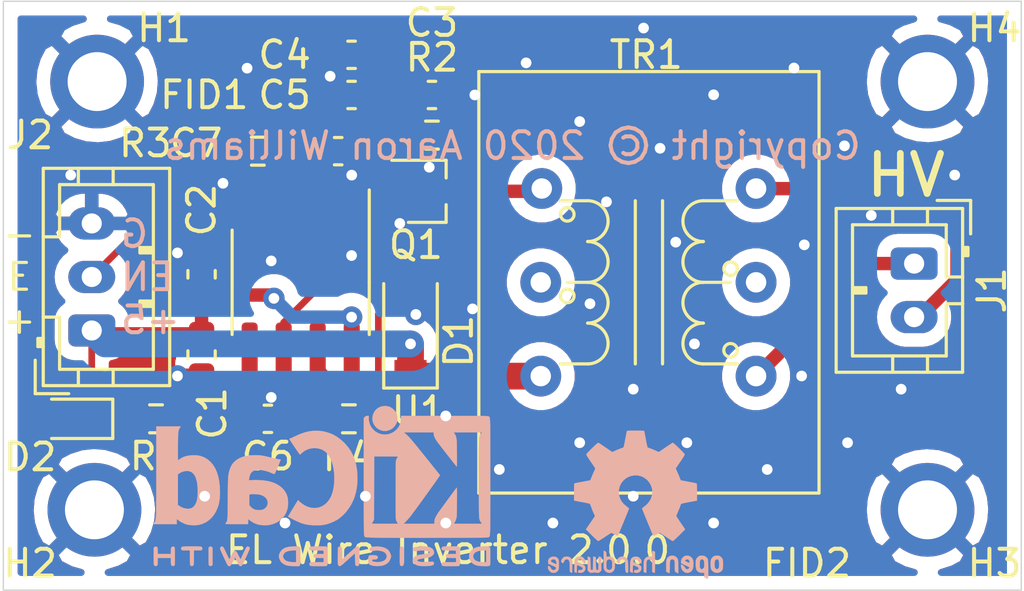
<source format=kicad_pcb>
(kicad_pcb (version 20171130) (host pcbnew 5.1.8-5.1.8)

  (general
    (thickness 1.6)
    (drawings 9)
    (tracks 116)
    (zones 0)
    (modules 26)
    (nets 16)
  )

  (page USLetter)
  (title_block
    (title "EL Driver")
    (date 2020-12-26)
    (rev 2.0.0)
    (company "Copyright © 2020 Aaron Williams")
  )

  (layers
    (0 F.Cu signal)
    (31 B.Cu signal)
    (32 B.Adhes user)
    (33 F.Adhes user)
    (34 B.Paste user)
    (35 F.Paste user)
    (36 B.SilkS user)
    (37 F.SilkS user)
    (38 B.Mask user)
    (39 F.Mask user)
    (40 Dwgs.User user)
    (41 Cmts.User user)
    (42 Eco1.User user)
    (43 Eco2.User user)
    (44 Edge.Cuts user)
    (45 Margin user)
    (46 B.CrtYd user)
    (47 F.CrtYd user)
    (48 B.Fab user hide)
    (49 F.Fab user hide)
  )

  (setup
    (last_trace_width 0.25)
    (user_trace_width 0.2)
    (user_trace_width 0.25)
    (user_trace_width 0.5)
    (user_trace_width 1)
    (trace_clearance 0.2)
    (zone_clearance 0.508)
    (zone_45_only no)
    (trace_min 0.2)
    (via_size 0.8)
    (via_drill 0.4)
    (via_min_size 0.52)
    (via_min_drill 0.3)
    (user_via 0.6 0.3)
    (user_via 0.7 0.4)
    (uvia_size 0.5)
    (uvia_drill 0.3)
    (uvias_allowed no)
    (uvia_min_size 0.5)
    (uvia_min_drill 0.3)
    (edge_width 0.05)
    (segment_width 0.2)
    (pcb_text_width 0.3)
    (pcb_text_size 1.5 1.5)
    (mod_edge_width 0.12)
    (mod_text_size 1 1)
    (mod_text_width 0.15)
    (pad_size 1.524 1.524)
    (pad_drill 0.762)
    (pad_to_mask_clearance 0)
    (aux_axis_origin 0 0)
    (visible_elements FFFFFF7F)
    (pcbplotparams
      (layerselection 0x010fc_ffffffff)
      (usegerberextensions false)
      (usegerberattributes true)
      (usegerberadvancedattributes true)
      (creategerberjobfile true)
      (excludeedgelayer true)
      (linewidth 0.150000)
      (plotframeref false)
      (viasonmask false)
      (mode 1)
      (useauxorigin false)
      (hpglpennumber 1)
      (hpglpenspeed 20)
      (hpglpendiameter 15.000000)
      (psnegative false)
      (psa4output false)
      (plotreference true)
      (plotvalue true)
      (plotinvisibletext false)
      (padsonsilk false)
      (subtractmaskfromsilk false)
      (outputformat 1)
      (mirror false)
      (drillshape 1)
      (scaleselection 1)
      (outputdirectory ""))
  )

  (net 0 "")
  (net 1 GND)
  (net 2 "Net-(C3-Pad1)")
  (net 3 "Net-(C6-Pad1)")
  (net 4 "Net-(D1-Pad2)")
  (net 5 +5V)
  (net 6 /EN)
  (net 7 "Net-(C7-Pad1)")
  (net 8 "Net-(D2-Pad1)")
  (net 9 "Net-(J1-Pad2)")
  (net 10 "Net-(J1-Pad1)")
  (net 11 "Net-(Q1-Pad1)")
  (net 12 "Net-(R3-Pad1)")
  (net 13 "Net-(R4-Pad1)")
  (net 14 "Net-(TR1-Pad5)")
  (net 15 "Net-(TR1-Pad2)")

  (net_class Default "This is the default net class."
    (clearance 0.2)
    (trace_width 0.25)
    (via_dia 0.8)
    (via_drill 0.4)
    (uvia_dia 0.5)
    (uvia_drill 0.3)
    (add_net +5V)
    (add_net /EN)
    (add_net GND)
    (add_net "Net-(C3-Pad1)")
    (add_net "Net-(C6-Pad1)")
    (add_net "Net-(C7-Pad1)")
    (add_net "Net-(D1-Pad2)")
    (add_net "Net-(D2-Pad1)")
    (add_net "Net-(J1-Pad1)")
    (add_net "Net-(J1-Pad2)")
    (add_net "Net-(Q1-Pad1)")
    (add_net "Net-(R3-Pad1)")
    (add_net "Net-(R4-Pad1)")
    (add_net "Net-(TR1-Pad2)")
    (add_net "Net-(TR1-Pad5)")
  )

  (module Symbol:OSHW-Logo2_7.3x6mm_SilkScreen (layer B.Cu) (tedit 0) (tstamp 5FE7D743)
    (at 194.1 96.8 180)
    (descr "Open Source Hardware Symbol")
    (tags "Logo Symbol OSHW")
    (attr virtual)
    (fp_text reference REF** (at 0 0) (layer B.SilkS) hide
      (effects (font (size 1 1) (thickness 0.15)) (justify mirror))
    )
    (fp_text value OSHW-Logo2_7.3x6mm_SilkScreen (at 0.75 0) (layer B.Fab) hide
      (effects (font (size 1 1) (thickness 0.15)) (justify mirror))
    )
    (fp_poly (pts (xy -2.400256 -1.919918) (xy -2.344799 -1.947568) (xy -2.295852 -1.99848) (xy -2.282371 -2.017338)
      (xy -2.267686 -2.042015) (xy -2.258158 -2.068816) (xy -2.252707 -2.104587) (xy -2.250253 -2.156169)
      (xy -2.249714 -2.224267) (xy -2.252148 -2.317588) (xy -2.260606 -2.387657) (xy -2.276826 -2.439931)
      (xy -2.302546 -2.479869) (xy -2.339503 -2.512929) (xy -2.342218 -2.514886) (xy -2.37864 -2.534908)
      (xy -2.422498 -2.544815) (xy -2.478276 -2.547257) (xy -2.568952 -2.547257) (xy -2.56899 -2.635283)
      (xy -2.569834 -2.684308) (xy -2.574976 -2.713065) (xy -2.588413 -2.730311) (xy -2.614142 -2.744808)
      (xy -2.620321 -2.747769) (xy -2.649236 -2.761648) (xy -2.671624 -2.770414) (xy -2.688271 -2.771171)
      (xy -2.699964 -2.761023) (xy -2.70749 -2.737073) (xy -2.711634 -2.696426) (xy -2.713185 -2.636186)
      (xy -2.712929 -2.553455) (xy -2.711651 -2.445339) (xy -2.711252 -2.413) (xy -2.709815 -2.301524)
      (xy -2.708528 -2.228603) (xy -2.569029 -2.228603) (xy -2.568245 -2.290499) (xy -2.56476 -2.330997)
      (xy -2.556876 -2.357708) (xy -2.542895 -2.378244) (xy -2.533403 -2.38826) (xy -2.494596 -2.417567)
      (xy -2.460237 -2.419952) (xy -2.424784 -2.39575) (xy -2.423886 -2.394857) (xy -2.409461 -2.376153)
      (xy -2.400687 -2.350732) (xy -2.396261 -2.311584) (xy -2.394882 -2.251697) (xy -2.394857 -2.23843)
      (xy -2.398188 -2.155901) (xy -2.409031 -2.098691) (xy -2.42866 -2.063766) (xy -2.45835 -2.048094)
      (xy -2.475509 -2.046514) (xy -2.516234 -2.053926) (xy -2.544168 -2.07833) (xy -2.560983 -2.12298)
      (xy -2.56835 -2.19113) (xy -2.569029 -2.228603) (xy -2.708528 -2.228603) (xy -2.708292 -2.215245)
      (xy -2.706323 -2.150333) (xy -2.70355 -2.102958) (xy -2.699612 -2.06929) (xy -2.694151 -2.045498)
      (xy -2.686808 -2.027753) (xy -2.677223 -2.012224) (xy -2.673113 -2.006381) (xy -2.618595 -1.951185)
      (xy -2.549664 -1.91989) (xy -2.469928 -1.911165) (xy -2.400256 -1.919918)) (layer B.SilkS) (width 0.01))
    (fp_poly (pts (xy -1.283907 -1.92778) (xy -1.237328 -1.954723) (xy -1.204943 -1.981466) (xy -1.181258 -2.009484)
      (xy -1.164941 -2.043748) (xy -1.154661 -2.089227) (xy -1.149086 -2.150892) (xy -1.146884 -2.233711)
      (xy -1.146629 -2.293246) (xy -1.146629 -2.512391) (xy -1.208314 -2.540044) (xy -1.27 -2.567697)
      (xy -1.277257 -2.32767) (xy -1.280256 -2.238028) (xy -1.283402 -2.172962) (xy -1.287299 -2.128026)
      (xy -1.292553 -2.09877) (xy -1.299769 -2.080748) (xy -1.30955 -2.069511) (xy -1.312688 -2.067079)
      (xy -1.360239 -2.048083) (xy -1.408303 -2.0556) (xy -1.436914 -2.075543) (xy -1.448553 -2.089675)
      (xy -1.456609 -2.10822) (xy -1.461729 -2.136334) (xy -1.464559 -2.179173) (xy -1.465744 -2.241895)
      (xy -1.465943 -2.307261) (xy -1.465982 -2.389268) (xy -1.467386 -2.447316) (xy -1.472086 -2.486465)
      (xy -1.482013 -2.51178) (xy -1.499097 -2.528323) (xy -1.525268 -2.541156) (xy -1.560225 -2.554491)
      (xy -1.598404 -2.569007) (xy -1.593859 -2.311389) (xy -1.592029 -2.218519) (xy -1.589888 -2.149889)
      (xy -1.586819 -2.100711) (xy -1.582206 -2.066198) (xy -1.575432 -2.041562) (xy -1.565881 -2.022016)
      (xy -1.554366 -2.00477) (xy -1.49881 -1.94968) (xy -1.43102 -1.917822) (xy -1.357287 -1.910191)
      (xy -1.283907 -1.92778)) (layer B.SilkS) (width 0.01))
    (fp_poly (pts (xy -2.958885 -1.921962) (xy -2.890855 -1.957733) (xy -2.840649 -2.015301) (xy -2.822815 -2.052312)
      (xy -2.808937 -2.107882) (xy -2.801833 -2.178096) (xy -2.80116 -2.254727) (xy -2.806573 -2.329552)
      (xy -2.81773 -2.394342) (xy -2.834286 -2.440873) (xy -2.839374 -2.448887) (xy -2.899645 -2.508707)
      (xy -2.971231 -2.544535) (xy -3.048908 -2.55502) (xy -3.127452 -2.53881) (xy -3.149311 -2.529092)
      (xy -3.191878 -2.499143) (xy -3.229237 -2.459433) (xy -3.232768 -2.454397) (xy -3.247119 -2.430124)
      (xy -3.256606 -2.404178) (xy -3.26221 -2.370022) (xy -3.264914 -2.321119) (xy -3.265701 -2.250935)
      (xy -3.265714 -2.2352) (xy -3.265678 -2.230192) (xy -3.120571 -2.230192) (xy -3.119727 -2.29643)
      (xy -3.116404 -2.340386) (xy -3.109417 -2.368779) (xy -3.097584 -2.388325) (xy -3.091543 -2.394857)
      (xy -3.056814 -2.41968) (xy -3.023097 -2.418548) (xy -2.989005 -2.397016) (xy -2.968671 -2.374029)
      (xy -2.956629 -2.340478) (xy -2.949866 -2.287569) (xy -2.949402 -2.281399) (xy -2.948248 -2.185513)
      (xy -2.960312 -2.114299) (xy -2.98543 -2.068194) (xy -3.02344 -2.047635) (xy -3.037008 -2.046514)
      (xy -3.072636 -2.052152) (xy -3.097006 -2.071686) (xy -3.111907 -2.109042) (xy -3.119125 -2.16815)
      (xy -3.120571 -2.230192) (xy -3.265678 -2.230192) (xy -3.265174 -2.160413) (xy -3.262904 -2.108159)
      (xy -3.257932 -2.071949) (xy -3.249287 -2.045299) (xy -3.235995 -2.021722) (xy -3.233057 -2.017338)
      (xy -3.183687 -1.958249) (xy -3.129891 -1.923947) (xy -3.064398 -1.910331) (xy -3.042158 -1.909665)
      (xy -2.958885 -1.921962)) (layer B.SilkS) (width 0.01))
    (fp_poly (pts (xy -1.831697 -1.931239) (xy -1.774473 -1.969735) (xy -1.730251 -2.025335) (xy -1.703833 -2.096086)
      (xy -1.69849 -2.148162) (xy -1.699097 -2.169893) (xy -1.704178 -2.186531) (xy -1.718145 -2.201437)
      (xy -1.745411 -2.217973) (xy -1.790388 -2.239498) (xy -1.857489 -2.269374) (xy -1.857829 -2.269524)
      (xy -1.919593 -2.297813) (xy -1.970241 -2.322933) (xy -2.004596 -2.342179) (xy -2.017482 -2.352848)
      (xy -2.017486 -2.352934) (xy -2.006128 -2.376166) (xy -1.979569 -2.401774) (xy -1.949077 -2.420221)
      (xy -1.93363 -2.423886) (xy -1.891485 -2.411212) (xy -1.855192 -2.379471) (xy -1.837483 -2.344572)
      (xy -1.820448 -2.318845) (xy -1.787078 -2.289546) (xy -1.747851 -2.264235) (xy -1.713244 -2.250471)
      (xy -1.706007 -2.249714) (xy -1.697861 -2.26216) (xy -1.69737 -2.293972) (xy -1.703357 -2.336866)
      (xy -1.714643 -2.382558) (xy -1.73005 -2.422761) (xy -1.730829 -2.424322) (xy -1.777196 -2.489062)
      (xy -1.837289 -2.533097) (xy -1.905535 -2.554711) (xy -1.976362 -2.552185) (xy -2.044196 -2.523804)
      (xy -2.047212 -2.521808) (xy -2.100573 -2.473448) (xy -2.13566 -2.410352) (xy -2.155078 -2.327387)
      (xy -2.157684 -2.304078) (xy -2.162299 -2.194055) (xy -2.156767 -2.142748) (xy -2.017486 -2.142748)
      (xy -2.015676 -2.174753) (xy -2.005778 -2.184093) (xy -1.981102 -2.177105) (xy -1.942205 -2.160587)
      (xy -1.898725 -2.139881) (xy -1.897644 -2.139333) (xy -1.860791 -2.119949) (xy -1.846 -2.107013)
      (xy -1.849647 -2.093451) (xy -1.865005 -2.075632) (xy -1.904077 -2.049845) (xy -1.946154 -2.04795)
      (xy -1.983897 -2.066717) (xy -2.009966 -2.102915) (xy -2.017486 -2.142748) (xy -2.156767 -2.142748)
      (xy -2.152806 -2.106027) (xy -2.12845 -2.036212) (xy -2.094544 -1.987302) (xy -2.033347 -1.937878)
      (xy -1.965937 -1.913359) (xy -1.89712 -1.911797) (xy -1.831697 -1.931239)) (layer B.SilkS) (width 0.01))
    (fp_poly (pts (xy -0.624114 -1.851289) (xy -0.619861 -1.910613) (xy -0.614975 -1.945572) (xy -0.608205 -1.96082)
      (xy -0.598298 -1.961015) (xy -0.595086 -1.959195) (xy -0.552356 -1.946015) (xy -0.496773 -1.946785)
      (xy -0.440263 -1.960333) (xy -0.404918 -1.977861) (xy -0.368679 -2.005861) (xy -0.342187 -2.037549)
      (xy -0.324001 -2.077813) (xy -0.312678 -2.131543) (xy -0.306778 -2.203626) (xy -0.304857 -2.298951)
      (xy -0.304823 -2.317237) (xy -0.3048 -2.522646) (xy -0.350509 -2.53858) (xy -0.382973 -2.54942)
      (xy -0.400785 -2.554468) (xy -0.401309 -2.554514) (xy -0.403063 -2.540828) (xy -0.404556 -2.503076)
      (xy -0.405674 -2.446224) (xy -0.406303 -2.375234) (xy -0.4064 -2.332073) (xy -0.406602 -2.246973)
      (xy -0.407642 -2.185981) (xy -0.410169 -2.144177) (xy -0.414836 -2.116642) (xy -0.422293 -2.098456)
      (xy -0.433189 -2.084698) (xy -0.439993 -2.078073) (xy -0.486728 -2.051375) (xy -0.537728 -2.049375)
      (xy -0.583999 -2.071955) (xy -0.592556 -2.080107) (xy -0.605107 -2.095436) (xy -0.613812 -2.113618)
      (xy -0.619369 -2.139909) (xy -0.622474 -2.179562) (xy -0.623824 -2.237832) (xy -0.624114 -2.318173)
      (xy -0.624114 -2.522646) (xy -0.669823 -2.53858) (xy -0.702287 -2.54942) (xy -0.720099 -2.554468)
      (xy -0.720623 -2.554514) (xy -0.721963 -2.540623) (xy -0.723172 -2.501439) (xy -0.724199 -2.4407)
      (xy -0.724998 -2.362141) (xy -0.725519 -2.269498) (xy -0.725714 -2.166509) (xy -0.725714 -1.769342)
      (xy -0.678543 -1.749444) (xy -0.631371 -1.729547) (xy -0.624114 -1.851289)) (layer B.SilkS) (width 0.01))
    (fp_poly (pts (xy 0.039744 -1.950968) (xy 0.096616 -1.972087) (xy 0.097267 -1.972493) (xy 0.13244 -1.99838)
      (xy 0.158407 -2.028633) (xy 0.17667 -2.068058) (xy 0.188732 -2.121462) (xy 0.196096 -2.193651)
      (xy 0.200264 -2.289432) (xy 0.200629 -2.303078) (xy 0.205876 -2.508842) (xy 0.161716 -2.531678)
      (xy 0.129763 -2.54711) (xy 0.11047 -2.554423) (xy 0.109578 -2.554514) (xy 0.106239 -2.541022)
      (xy 0.103587 -2.504626) (xy 0.101956 -2.451452) (xy 0.1016 -2.408393) (xy 0.101592 -2.338641)
      (xy 0.098403 -2.294837) (xy 0.087288 -2.273944) (xy 0.063501 -2.272925) (xy 0.022296 -2.288741)
      (xy -0.039914 -2.317815) (xy -0.085659 -2.341963) (xy -0.109187 -2.362913) (xy -0.116104 -2.385747)
      (xy -0.116114 -2.386877) (xy -0.104701 -2.426212) (xy -0.070908 -2.447462) (xy -0.019191 -2.450539)
      (xy 0.018061 -2.450006) (xy 0.037703 -2.460735) (xy 0.049952 -2.486505) (xy 0.057002 -2.519337)
      (xy 0.046842 -2.537966) (xy 0.043017 -2.540632) (xy 0.007001 -2.55134) (xy -0.043434 -2.552856)
      (xy -0.095374 -2.545759) (xy -0.132178 -2.532788) (xy -0.183062 -2.489585) (xy -0.211986 -2.429446)
      (xy -0.217714 -2.382462) (xy -0.213343 -2.340082) (xy -0.197525 -2.305488) (xy -0.166203 -2.274763)
      (xy -0.115322 -2.24399) (xy -0.040824 -2.209252) (xy -0.036286 -2.207288) (xy 0.030821 -2.176287)
      (xy 0.072232 -2.150862) (xy 0.089981 -2.128014) (xy 0.086107 -2.104745) (xy 0.062643 -2.078056)
      (xy 0.055627 -2.071914) (xy 0.00863 -2.0481) (xy -0.040067 -2.049103) (xy -0.082478 -2.072451)
      (xy -0.110616 -2.115675) (xy -0.113231 -2.12416) (xy -0.138692 -2.165308) (xy -0.170999 -2.185128)
      (xy -0.217714 -2.20477) (xy -0.217714 -2.15395) (xy -0.203504 -2.080082) (xy -0.161325 -2.012327)
      (xy -0.139376 -1.989661) (xy -0.089483 -1.960569) (xy -0.026033 -1.9474) (xy 0.039744 -1.950968)) (layer B.SilkS) (width 0.01))
    (fp_poly (pts (xy 0.529926 -1.949755) (xy 0.595858 -1.974084) (xy 0.649273 -2.017117) (xy 0.670164 -2.047409)
      (xy 0.692939 -2.102994) (xy 0.692466 -2.143186) (xy 0.668562 -2.170217) (xy 0.659717 -2.174813)
      (xy 0.62153 -2.189144) (xy 0.602028 -2.185472) (xy 0.595422 -2.161407) (xy 0.595086 -2.148114)
      (xy 0.582992 -2.09921) (xy 0.551471 -2.064999) (xy 0.507659 -2.048476) (xy 0.458695 -2.052634)
      (xy 0.418894 -2.074227) (xy 0.40545 -2.086544) (xy 0.395921 -2.101487) (xy 0.389485 -2.124075)
      (xy 0.385317 -2.159328) (xy 0.382597 -2.212266) (xy 0.380502 -2.287907) (xy 0.37996 -2.311857)
      (xy 0.377981 -2.39379) (xy 0.375731 -2.451455) (xy 0.372357 -2.489608) (xy 0.367006 -2.513004)
      (xy 0.358824 -2.526398) (xy 0.346959 -2.534545) (xy 0.339362 -2.538144) (xy 0.307102 -2.550452)
      (xy 0.288111 -2.554514) (xy 0.281836 -2.540948) (xy 0.278006 -2.499934) (xy 0.2766 -2.430999)
      (xy 0.277598 -2.333669) (xy 0.277908 -2.318657) (xy 0.280101 -2.229859) (xy 0.282693 -2.165019)
      (xy 0.286382 -2.119067) (xy 0.291864 -2.086935) (xy 0.299835 -2.063553) (xy 0.310993 -2.043852)
      (xy 0.31683 -2.03541) (xy 0.350296 -1.998057) (xy 0.387727 -1.969003) (xy 0.392309 -1.966467)
      (xy 0.459426 -1.946443) (xy 0.529926 -1.949755)) (layer B.SilkS) (width 0.01))
    (fp_poly (pts (xy 1.190117 -2.065358) (xy 1.189933 -2.173837) (xy 1.189219 -2.257287) (xy 1.187675 -2.319704)
      (xy 1.185001 -2.365085) (xy 1.180894 -2.397429) (xy 1.175055 -2.420733) (xy 1.167182 -2.438995)
      (xy 1.161221 -2.449418) (xy 1.111855 -2.505945) (xy 1.049264 -2.541377) (xy 0.980013 -2.55409)
      (xy 0.910668 -2.542463) (xy 0.869375 -2.521568) (xy 0.826025 -2.485422) (xy 0.796481 -2.441276)
      (xy 0.778655 -2.383462) (xy 0.770463 -2.306313) (xy 0.769302 -2.249714) (xy 0.769458 -2.245647)
      (xy 0.870857 -2.245647) (xy 0.871476 -2.31055) (xy 0.874314 -2.353514) (xy 0.88084 -2.381622)
      (xy 0.892523 -2.401953) (xy 0.906483 -2.417288) (xy 0.953365 -2.44689) (xy 1.003701 -2.449419)
      (xy 1.051276 -2.424705) (xy 1.054979 -2.421356) (xy 1.070783 -2.403935) (xy 1.080693 -2.383209)
      (xy 1.086058 -2.352362) (xy 1.088228 -2.304577) (xy 1.088571 -2.251748) (xy 1.087827 -2.185381)
      (xy 1.084748 -2.141106) (xy 1.078061 -2.112009) (xy 1.066496 -2.091173) (xy 1.057013 -2.080107)
      (xy 1.01296 -2.052198) (xy 0.962224 -2.048843) (xy 0.913796 -2.070159) (xy 0.90445 -2.078073)
      (xy 0.88854 -2.095647) (xy 0.87861 -2.116587) (xy 0.873278 -2.147782) (xy 0.871163 -2.196122)
      (xy 0.870857 -2.245647) (xy 0.769458 -2.245647) (xy 0.77281 -2.158568) (xy 0.784726 -2.090086)
      (xy 0.807135 -2.0386) (xy 0.842124 -1.998443) (xy 0.869375 -1.977861) (xy 0.918907 -1.955625)
      (xy 0.976316 -1.945304) (xy 1.029682 -1.948067) (xy 1.059543 -1.959212) (xy 1.071261 -1.962383)
      (xy 1.079037 -1.950557) (xy 1.084465 -1.918866) (xy 1.088571 -1.870593) (xy 1.093067 -1.816829)
      (xy 1.099313 -1.784482) (xy 1.110676 -1.765985) (xy 1.130528 -1.75377) (xy 1.143 -1.748362)
      (xy 1.190171 -1.728601) (xy 1.190117 -2.065358)) (layer B.SilkS) (width 0.01))
    (fp_poly (pts (xy 1.779833 -1.958663) (xy 1.782048 -1.99685) (xy 1.783784 -2.054886) (xy 1.784899 -2.12818)
      (xy 1.785257 -2.205055) (xy 1.785257 -2.465196) (xy 1.739326 -2.511127) (xy 1.707675 -2.539429)
      (xy 1.67989 -2.550893) (xy 1.641915 -2.550168) (xy 1.62684 -2.548321) (xy 1.579726 -2.542948)
      (xy 1.540756 -2.539869) (xy 1.531257 -2.539585) (xy 1.499233 -2.541445) (xy 1.453432 -2.546114)
      (xy 1.435674 -2.548321) (xy 1.392057 -2.551735) (xy 1.362745 -2.54432) (xy 1.33368 -2.521427)
      (xy 1.323188 -2.511127) (xy 1.277257 -2.465196) (xy 1.277257 -1.978602) (xy 1.314226 -1.961758)
      (xy 1.346059 -1.949282) (xy 1.364683 -1.944914) (xy 1.369458 -1.958718) (xy 1.373921 -1.997286)
      (xy 1.377775 -2.056356) (xy 1.380722 -2.131663) (xy 1.382143 -2.195286) (xy 1.386114 -2.445657)
      (xy 1.420759 -2.450556) (xy 1.452268 -2.447131) (xy 1.467708 -2.436041) (xy 1.472023 -2.415308)
      (xy 1.475708 -2.371145) (xy 1.478469 -2.309146) (xy 1.480012 -2.234909) (xy 1.480235 -2.196706)
      (xy 1.480457 -1.976783) (xy 1.526166 -1.960849) (xy 1.558518 -1.950015) (xy 1.576115 -1.944962)
      (xy 1.576623 -1.944914) (xy 1.578388 -1.958648) (xy 1.580329 -1.99673) (xy 1.582282 -2.054482)
      (xy 1.584084 -2.127227) (xy 1.585343 -2.195286) (xy 1.589314 -2.445657) (xy 1.6764 -2.445657)
      (xy 1.680396 -2.21724) (xy 1.684392 -1.988822) (xy 1.726847 -1.966868) (xy 1.758192 -1.951793)
      (xy 1.776744 -1.944951) (xy 1.777279 -1.944914) (xy 1.779833 -1.958663)) (layer B.SilkS) (width 0.01))
    (fp_poly (pts (xy 2.144876 -1.956335) (xy 2.186667 -1.975344) (xy 2.219469 -1.998378) (xy 2.243503 -2.024133)
      (xy 2.260097 -2.057358) (xy 2.270577 -2.1028) (xy 2.276271 -2.165207) (xy 2.278507 -2.249327)
      (xy 2.278743 -2.304721) (xy 2.278743 -2.520826) (xy 2.241774 -2.53767) (xy 2.212656 -2.549981)
      (xy 2.198231 -2.554514) (xy 2.195472 -2.541025) (xy 2.193282 -2.504653) (xy 2.191942 -2.451542)
      (xy 2.191657 -2.409372) (xy 2.190434 -2.348447) (xy 2.187136 -2.300115) (xy 2.182321 -2.270518)
      (xy 2.178496 -2.264229) (xy 2.152783 -2.270652) (xy 2.112418 -2.287125) (xy 2.065679 -2.309458)
      (xy 2.020845 -2.333457) (xy 1.986193 -2.35493) (xy 1.970002 -2.369685) (xy 1.969938 -2.369845)
      (xy 1.97133 -2.397152) (xy 1.983818 -2.423219) (xy 2.005743 -2.444392) (xy 2.037743 -2.451474)
      (xy 2.065092 -2.450649) (xy 2.103826 -2.450042) (xy 2.124158 -2.459116) (xy 2.136369 -2.483092)
      (xy 2.137909 -2.487613) (xy 2.143203 -2.521806) (xy 2.129047 -2.542568) (xy 2.092148 -2.552462)
      (xy 2.052289 -2.554292) (xy 1.980562 -2.540727) (xy 1.943432 -2.521355) (xy 1.897576 -2.475845)
      (xy 1.873256 -2.419983) (xy 1.871073 -2.360957) (xy 1.891629 -2.305953) (xy 1.922549 -2.271486)
      (xy 1.95342 -2.252189) (xy 2.001942 -2.227759) (xy 2.058485 -2.202985) (xy 2.06791 -2.199199)
      (xy 2.130019 -2.171791) (xy 2.165822 -2.147634) (xy 2.177337 -2.123619) (xy 2.16658 -2.096635)
      (xy 2.148114 -2.075543) (xy 2.104469 -2.049572) (xy 2.056446 -2.047624) (xy 2.012406 -2.067637)
      (xy 1.980709 -2.107551) (xy 1.976549 -2.117848) (xy 1.952327 -2.155724) (xy 1.916965 -2.183842)
      (xy 1.872343 -2.206917) (xy 1.872343 -2.141485) (xy 1.874969 -2.101506) (xy 1.88623 -2.069997)
      (xy 1.911199 -2.036378) (xy 1.935169 -2.010484) (xy 1.972441 -1.973817) (xy 2.001401 -1.954121)
      (xy 2.032505 -1.94622) (xy 2.067713 -1.944914) (xy 2.144876 -1.956335)) (layer B.SilkS) (width 0.01))
    (fp_poly (pts (xy 2.6526 -1.958752) (xy 2.669948 -1.966334) (xy 2.711356 -1.999128) (xy 2.746765 -2.046547)
      (xy 2.768664 -2.097151) (xy 2.772229 -2.122098) (xy 2.760279 -2.156927) (xy 2.734067 -2.175357)
      (xy 2.705964 -2.186516) (xy 2.693095 -2.188572) (xy 2.686829 -2.173649) (xy 2.674456 -2.141175)
      (xy 2.669028 -2.126502) (xy 2.63859 -2.075744) (xy 2.59452 -2.050427) (xy 2.53801 -2.051206)
      (xy 2.533825 -2.052203) (xy 2.503655 -2.066507) (xy 2.481476 -2.094393) (xy 2.466327 -2.139287)
      (xy 2.45725 -2.204615) (xy 2.453286 -2.293804) (xy 2.452914 -2.341261) (xy 2.45273 -2.416071)
      (xy 2.451522 -2.467069) (xy 2.448309 -2.499471) (xy 2.442109 -2.518495) (xy 2.43194 -2.529356)
      (xy 2.416819 -2.537272) (xy 2.415946 -2.53767) (xy 2.386828 -2.549981) (xy 2.372403 -2.554514)
      (xy 2.370186 -2.540809) (xy 2.368289 -2.502925) (xy 2.366847 -2.445715) (xy 2.365998 -2.374027)
      (xy 2.365829 -2.321565) (xy 2.366692 -2.220047) (xy 2.37007 -2.143032) (xy 2.377142 -2.086023)
      (xy 2.389088 -2.044526) (xy 2.40709 -2.014043) (xy 2.432327 -1.99008) (xy 2.457247 -1.973355)
      (xy 2.517171 -1.951097) (xy 2.586911 -1.946076) (xy 2.6526 -1.958752)) (layer B.SilkS) (width 0.01))
    (fp_poly (pts (xy 3.153595 -1.966966) (xy 3.211021 -2.004497) (xy 3.238719 -2.038096) (xy 3.260662 -2.099064)
      (xy 3.262405 -2.147308) (xy 3.258457 -2.211816) (xy 3.109686 -2.276934) (xy 3.037349 -2.310202)
      (xy 2.990084 -2.336964) (xy 2.965507 -2.360144) (xy 2.961237 -2.382667) (xy 2.974889 -2.407455)
      (xy 2.989943 -2.423886) (xy 3.033746 -2.450235) (xy 3.081389 -2.452081) (xy 3.125145 -2.431546)
      (xy 3.157289 -2.390752) (xy 3.163038 -2.376347) (xy 3.190576 -2.331356) (xy 3.222258 -2.312182)
      (xy 3.265714 -2.295779) (xy 3.265714 -2.357966) (xy 3.261872 -2.400283) (xy 3.246823 -2.435969)
      (xy 3.21528 -2.476943) (xy 3.210592 -2.482267) (xy 3.175506 -2.51872) (xy 3.145347 -2.538283)
      (xy 3.107615 -2.547283) (xy 3.076335 -2.55023) (xy 3.020385 -2.550965) (xy 2.980555 -2.54166)
      (xy 2.955708 -2.527846) (xy 2.916656 -2.497467) (xy 2.889625 -2.464613) (xy 2.872517 -2.423294)
      (xy 2.863238 -2.367521) (xy 2.859693 -2.291305) (xy 2.85941 -2.252622) (xy 2.860372 -2.206247)
      (xy 2.948007 -2.206247) (xy 2.949023 -2.231126) (xy 2.951556 -2.2352) (xy 2.968274 -2.229665)
      (xy 3.004249 -2.215017) (xy 3.052331 -2.19419) (xy 3.062386 -2.189714) (xy 3.123152 -2.158814)
      (xy 3.156632 -2.131657) (xy 3.16399 -2.10622) (xy 3.146391 -2.080481) (xy 3.131856 -2.069109)
      (xy 3.07941 -2.046364) (xy 3.030322 -2.050122) (xy 2.989227 -2.077884) (xy 2.960758 -2.127152)
      (xy 2.951631 -2.166257) (xy 2.948007 -2.206247) (xy 2.860372 -2.206247) (xy 2.861285 -2.162249)
      (xy 2.868196 -2.095384) (xy 2.881884 -2.046695) (xy 2.904096 -2.010849) (xy 2.936574 -1.982513)
      (xy 2.950733 -1.973355) (xy 3.015053 -1.949507) (xy 3.085473 -1.948006) (xy 3.153595 -1.966966)) (layer B.SilkS) (width 0.01))
    (fp_poly (pts (xy 0.10391 2.757652) (xy 0.182454 2.757222) (xy 0.239298 2.756058) (xy 0.278105 2.753793)
      (xy 0.302538 2.75006) (xy 0.316262 2.744494) (xy 0.32294 2.736727) (xy 0.326236 2.726395)
      (xy 0.326556 2.725057) (xy 0.331562 2.700921) (xy 0.340829 2.653299) (xy 0.353392 2.587259)
      (xy 0.368287 2.507872) (xy 0.384551 2.420204) (xy 0.385119 2.417125) (xy 0.40141 2.331211)
      (xy 0.416652 2.255304) (xy 0.429861 2.193955) (xy 0.440054 2.151718) (xy 0.446248 2.133145)
      (xy 0.446543 2.132816) (xy 0.464788 2.123747) (xy 0.502405 2.108633) (xy 0.551271 2.090738)
      (xy 0.551543 2.090642) (xy 0.613093 2.067507) (xy 0.685657 2.038035) (xy 0.754057 2.008403)
      (xy 0.757294 2.006938) (xy 0.868702 1.956374) (xy 1.115399 2.12484) (xy 1.191077 2.176197)
      (xy 1.259631 2.222111) (xy 1.317088 2.25997) (xy 1.359476 2.287163) (xy 1.382825 2.301079)
      (xy 1.385042 2.302111) (xy 1.40201 2.297516) (xy 1.433701 2.275345) (xy 1.481352 2.234553)
      (xy 1.546198 2.174095) (xy 1.612397 2.109773) (xy 1.676214 2.046388) (xy 1.733329 1.988549)
      (xy 1.780305 1.939825) (xy 1.813703 1.90379) (xy 1.830085 1.884016) (xy 1.830694 1.882998)
      (xy 1.832505 1.869428) (xy 1.825683 1.847267) (xy 1.80854 1.813522) (xy 1.779393 1.7652)
      (xy 1.736555 1.699308) (xy 1.679448 1.614483) (xy 1.628766 1.539823) (xy 1.583461 1.47286)
      (xy 1.54615 1.417484) (xy 1.519452 1.37758) (xy 1.505985 1.357038) (xy 1.505137 1.355644)
      (xy 1.506781 1.335962) (xy 1.519245 1.297707) (xy 1.540048 1.248111) (xy 1.547462 1.232272)
      (xy 1.579814 1.16171) (xy 1.614328 1.081647) (xy 1.642365 1.012371) (xy 1.662568 0.960955)
      (xy 1.678615 0.921881) (xy 1.687888 0.901459) (xy 1.689041 0.899886) (xy 1.706096 0.897279)
      (xy 1.746298 0.890137) (xy 1.804302 0.879477) (xy 1.874763 0.866315) (xy 1.952335 0.851667)
      (xy 2.031672 0.836551) (xy 2.107431 0.821982) (xy 2.174264 0.808978) (xy 2.226828 0.798555)
      (xy 2.259776 0.79173) (xy 2.267857 0.789801) (xy 2.276205 0.785038) (xy 2.282506 0.774282)
      (xy 2.287045 0.753902) (xy 2.290104 0.720266) (xy 2.291967 0.669745) (xy 2.292918 0.598708)
      (xy 2.29324 0.503524) (xy 2.293257 0.464508) (xy 2.293257 0.147201) (xy 2.217057 0.132161)
      (xy 2.174663 0.124005) (xy 2.1114 0.112101) (xy 2.034962 0.097884) (xy 1.953043 0.08279)
      (xy 1.9304 0.078645) (xy 1.854806 0.063947) (xy 1.788953 0.049495) (xy 1.738366 0.036625)
      (xy 1.708574 0.026678) (xy 1.703612 0.023713) (xy 1.691426 0.002717) (xy 1.673953 -0.037967)
      (xy 1.654577 -0.090322) (xy 1.650734 -0.1016) (xy 1.625339 -0.171523) (xy 1.593817 -0.250418)
      (xy 1.562969 -0.321266) (xy 1.562817 -0.321595) (xy 1.511447 -0.432733) (xy 1.680399 -0.681253)
      (xy 1.849352 -0.929772) (xy 1.632429 -1.147058) (xy 1.566819 -1.211726) (xy 1.506979 -1.268733)
      (xy 1.456267 -1.315033) (xy 1.418046 -1.347584) (xy 1.395675 -1.363343) (xy 1.392466 -1.364343)
      (xy 1.373626 -1.356469) (xy 1.33518 -1.334578) (xy 1.28133 -1.301267) (xy 1.216276 -1.259131)
      (xy 1.14594 -1.211943) (xy 1.074555 -1.16381) (xy 1.010908 -1.121928) (xy 0.959041 -1.088871)
      (xy 0.922995 -1.067218) (xy 0.906867 -1.059543) (xy 0.887189 -1.066037) (xy 0.849875 -1.08315)
      (xy 0.802621 -1.107326) (xy 0.797612 -1.110013) (xy 0.733977 -1.141927) (xy 0.690341 -1.157579)
      (xy 0.663202 -1.157745) (xy 0.649057 -1.143204) (xy 0.648975 -1.143) (xy 0.641905 -1.125779)
      (xy 0.625042 -1.084899) (xy 0.599695 -1.023525) (xy 0.567171 -0.944819) (xy 0.528778 -0.851947)
      (xy 0.485822 -0.748072) (xy 0.444222 -0.647502) (xy 0.398504 -0.536516) (xy 0.356526 -0.433703)
      (xy 0.319548 -0.342215) (xy 0.288827 -0.265201) (xy 0.265622 -0.205815) (xy 0.25119 -0.167209)
      (xy 0.246743 -0.1528) (xy 0.257896 -0.136272) (xy 0.287069 -0.10993) (xy 0.325971 -0.080887)
      (xy 0.436757 0.010961) (xy 0.523351 0.116241) (xy 0.584716 0.232734) (xy 0.619815 0.358224)
      (xy 0.627608 0.490493) (xy 0.621943 0.551543) (xy 0.591078 0.678205) (xy 0.53792 0.790059)
      (xy 0.465767 0.885999) (xy 0.377917 0.964924) (xy 0.277665 1.02573) (xy 0.16831 1.067313)
      (xy 0.053147 1.088572) (xy -0.064525 1.088401) (xy -0.18141 1.065699) (xy -0.294211 1.019362)
      (xy -0.399631 0.948287) (xy -0.443632 0.908089) (xy -0.528021 0.804871) (xy -0.586778 0.692075)
      (xy -0.620296 0.57299) (xy -0.628965 0.450905) (xy -0.613177 0.329107) (xy -0.573322 0.210884)
      (xy -0.509793 0.099525) (xy -0.422979 -0.001684) (xy -0.325971 -0.080887) (xy -0.285563 -0.111162)
      (xy -0.257018 -0.137219) (xy -0.246743 -0.152825) (xy -0.252123 -0.169843) (xy -0.267425 -0.2105)
      (xy -0.291388 -0.271642) (xy -0.322756 -0.350119) (xy -0.360268 -0.44278) (xy -0.402667 -0.546472)
      (xy -0.444337 -0.647526) (xy -0.49031 -0.758607) (xy -0.532893 -0.861541) (xy -0.570779 -0.953165)
      (xy -0.60266 -1.030316) (xy -0.627229 -1.089831) (xy -0.64318 -1.128544) (xy -0.64909 -1.143)
      (xy -0.663052 -1.157685) (xy -0.69006 -1.157642) (xy -0.733587 -1.142099) (xy -0.79711 -1.110284)
      (xy -0.797612 -1.110013) (xy -0.84544 -1.085323) (xy -0.884103 -1.067338) (xy -0.905905 -1.059614)
      (xy -0.906867 -1.059543) (xy -0.923279 -1.067378) (xy -0.959513 -1.089165) (xy -1.011526 -1.122328)
      (xy -1.075275 -1.164291) (xy -1.14594 -1.211943) (xy -1.217884 -1.260191) (xy -1.282726 -1.302151)
      (xy -1.336265 -1.335227) (xy -1.374303 -1.356821) (xy -1.392467 -1.364343) (xy -1.409192 -1.354457)
      (xy -1.44282 -1.326826) (xy -1.48999 -1.284495) (xy -1.547342 -1.230505) (xy -1.611516 -1.167899)
      (xy -1.632503 -1.146983) (xy -1.849501 -0.929623) (xy -1.684332 -0.68722) (xy -1.634136 -0.612781)
      (xy -1.590081 -0.545972) (xy -1.554638 -0.490665) (xy -1.530281 -0.450729) (xy -1.519478 -0.430036)
      (xy -1.519162 -0.428563) (xy -1.524857 -0.409058) (xy -1.540174 -0.369822) (xy -1.562463 -0.31743)
      (xy -1.578107 -0.282355) (xy -1.607359 -0.215201) (xy -1.634906 -0.147358) (xy -1.656263 -0.090034)
      (xy -1.662065 -0.072572) (xy -1.678548 -0.025938) (xy -1.69466 0.010095) (xy -1.70351 0.023713)
      (xy -1.72304 0.032048) (xy -1.765666 0.043863) (xy -1.825855 0.057819) (xy -1.898078 0.072578)
      (xy -1.9304 0.078645) (xy -2.012478 0.093727) (xy -2.091205 0.108331) (xy -2.158891 0.12102)
      (xy -2.20784 0.130358) (xy -2.217057 0.132161) (xy -2.293257 0.147201) (xy -2.293257 0.464508)
      (xy -2.293086 0.568846) (xy -2.292384 0.647787) (xy -2.290866 0.704962) (xy -2.288251 0.744001)
      (xy -2.284254 0.768535) (xy -2.278591 0.782195) (xy -2.27098 0.788611) (xy -2.267857 0.789801)
      (xy -2.249022 0.79402) (xy -2.207412 0.802438) (xy -2.14837 0.814039) (xy -2.077243 0.827805)
      (xy -1.999375 0.84272) (xy -1.920113 0.857768) (xy -1.844802 0.871931) (xy -1.778787 0.884194)
      (xy -1.727413 0.893539) (xy -1.696025 0.89895) (xy -1.689041 0.899886) (xy -1.682715 0.912404)
      (xy -1.66871 0.945754) (xy -1.649645 0.993623) (xy -1.642366 1.012371) (xy -1.613004 1.084805)
      (xy -1.578429 1.16483) (xy -1.547463 1.232272) (xy -1.524677 1.283841) (xy -1.509518 1.326215)
      (xy -1.504458 1.352166) (xy -1.505264 1.355644) (xy -1.515959 1.372064) (xy -1.54038 1.408583)
      (xy -1.575905 1.461313) (xy -1.619913 1.526365) (xy -1.669783 1.599849) (xy -1.679644 1.614355)
      (xy -1.737508 1.700296) (xy -1.780044 1.765739) (xy -1.808946 1.813696) (xy -1.82591 1.84718)
      (xy -1.832633 1.869205) (xy -1.83081 1.882783) (xy -1.830764 1.882869) (xy -1.816414 1.900703)
      (xy -1.784677 1.935183) (xy -1.73899 1.982732) (xy -1.682796 2.039778) (xy -1.619532 2.102745)
      (xy -1.612398 2.109773) (xy -1.53267 2.18698) (xy -1.471143 2.24367) (xy -1.426579 2.28089)
      (xy -1.397743 2.299685) (xy -1.385042 2.302111) (xy -1.366506 2.291529) (xy -1.328039 2.267084)
      (xy -1.273614 2.231388) (xy -1.207202 2.187053) (xy -1.132775 2.136689) (xy -1.115399 2.12484)
      (xy -0.868703 1.956374) (xy -0.757294 2.006938) (xy -0.689543 2.036405) (xy -0.616817 2.066041)
      (xy -0.554297 2.08967) (xy -0.551543 2.090642) (xy -0.50264 2.108543) (xy -0.464943 2.12368)
      (xy -0.446575 2.13279) (xy -0.446544 2.132816) (xy -0.440715 2.149283) (xy -0.430808 2.189781)
      (xy -0.417805 2.249758) (xy -0.402691 2.32466) (xy -0.386448 2.409936) (xy -0.385119 2.417125)
      (xy -0.368825 2.504986) (xy -0.353867 2.58474) (xy -0.341209 2.651319) (xy -0.331814 2.699653)
      (xy -0.326646 2.724675) (xy -0.326556 2.725057) (xy -0.323411 2.735701) (xy -0.317296 2.743738)
      (xy -0.304547 2.749533) (xy -0.2815 2.753453) (xy -0.244491 2.755865) (xy -0.189856 2.757135)
      (xy -0.113933 2.757629) (xy -0.013056 2.757714) (xy 0 2.757714) (xy 0.10391 2.757652)) (layer B.SilkS) (width 0.01))
  )

  (module Symbol:KiCad-Logo2_5mm_SilkScreen (layer B.Cu) (tedit 0) (tstamp 5FE7D237)
    (at 182.4 96.1 180)
    (descr "KiCad Logo")
    (tags "Logo KiCad")
    (attr virtual)
    (fp_text reference REF** (at 0 5.08) (layer B.SilkS) hide
      (effects (font (size 1 1) (thickness 0.15)) (justify mirror))
    )
    (fp_text value KiCad-Logo2_5mm_SilkScreen (at 0 -5.08) (layer B.Fab) hide
      (effects (font (size 1 1) (thickness 0.15)) (justify mirror))
    )
    (fp_poly (pts (xy -2.9464 2.510946) (xy -2.935535 2.397007) (xy -2.903918 2.289384) (xy -2.853015 2.190385)
      (xy -2.784293 2.102316) (xy -2.699219 2.027484) (xy -2.602232 1.969616) (xy -2.495964 1.929995)
      (xy -2.38895 1.911427) (xy -2.2833 1.912566) (xy -2.181125 1.93207) (xy -2.084534 1.968594)
      (xy -1.995638 2.020795) (xy -1.916546 2.087327) (xy -1.849369 2.166848) (xy -1.796217 2.258013)
      (xy -1.759199 2.359477) (xy -1.740427 2.469898) (xy -1.738489 2.519794) (xy -1.738489 2.607733)
      (xy -1.68656 2.607733) (xy -1.650253 2.604889) (xy -1.623355 2.593089) (xy -1.596249 2.569351)
      (xy -1.557867 2.530969) (xy -1.557867 0.339398) (xy -1.557876 0.077261) (xy -1.557908 -0.163241)
      (xy -1.557972 -0.383048) (xy -1.558076 -0.583101) (xy -1.558227 -0.764344) (xy -1.558434 -0.927716)
      (xy -1.558706 -1.07416) (xy -1.55905 -1.204617) (xy -1.559474 -1.320029) (xy -1.559987 -1.421338)
      (xy -1.560597 -1.509484) (xy -1.561312 -1.58541) (xy -1.56214 -1.650057) (xy -1.563089 -1.704367)
      (xy -1.564167 -1.74928) (xy -1.565383 -1.78574) (xy -1.566745 -1.814687) (xy -1.568261 -1.837063)
      (xy -1.569938 -1.853809) (xy -1.571786 -1.865868) (xy -1.573813 -1.87418) (xy -1.576025 -1.879687)
      (xy -1.577108 -1.881537) (xy -1.581271 -1.888549) (xy -1.584805 -1.894996) (xy -1.588635 -1.9009)
      (xy -1.593682 -1.906286) (xy -1.600871 -1.911178) (xy -1.611123 -1.915598) (xy -1.625364 -1.919572)
      (xy -1.644514 -1.923121) (xy -1.669499 -1.92627) (xy -1.70124 -1.929042) (xy -1.740662 -1.931461)
      (xy -1.788686 -1.933551) (xy -1.846237 -1.935335) (xy -1.914237 -1.936837) (xy -1.99361 -1.93808)
      (xy -2.085279 -1.939089) (xy -2.190166 -1.939885) (xy -2.309196 -1.940494) (xy -2.44329 -1.940939)
      (xy -2.593373 -1.941243) (xy -2.760367 -1.94143) (xy -2.945196 -1.941524) (xy -3.148783 -1.941548)
      (xy -3.37205 -1.941525) (xy -3.615922 -1.94148) (xy -3.881321 -1.941437) (xy -3.919704 -1.941432)
      (xy -4.186682 -1.941389) (xy -4.432002 -1.941318) (xy -4.656583 -1.941213) (xy -4.861345 -1.941066)
      (xy -5.047206 -1.940869) (xy -5.215088 -1.940616) (xy -5.365908 -1.9403) (xy -5.500587 -1.939913)
      (xy -5.620044 -1.939447) (xy -5.725199 -1.938897) (xy -5.816971 -1.938253) (xy -5.896279 -1.937511)
      (xy -5.964043 -1.936661) (xy -6.021182 -1.935697) (xy -6.068617 -1.934611) (xy -6.107266 -1.933397)
      (xy -6.138049 -1.932047) (xy -6.161885 -1.930555) (xy -6.179694 -1.928911) (xy -6.192395 -1.927111)
      (xy -6.200908 -1.925145) (xy -6.205266 -1.923477) (xy -6.213728 -1.919906) (xy -6.221497 -1.91727)
      (xy -6.228602 -1.914634) (xy -6.235073 -1.911062) (xy -6.240939 -1.905621) (xy -6.246229 -1.897375)
      (xy -6.250974 -1.88539) (xy -6.255202 -1.868731) (xy -6.258943 -1.846463) (xy -6.262227 -1.817652)
      (xy -6.265083 -1.781363) (xy -6.26754 -1.736661) (xy -6.269629 -1.682611) (xy -6.271378 -1.618279)
      (xy -6.272817 -1.54273) (xy -6.273976 -1.45503) (xy -6.274883 -1.354243) (xy -6.275569 -1.239434)
      (xy -6.276063 -1.10967) (xy -6.276395 -0.964015) (xy -6.276593 -0.801535) (xy -6.276687 -0.621295)
      (xy -6.276708 -0.42236) (xy -6.276685 -0.203796) (xy -6.276646 0.035332) (xy -6.276622 0.29596)
      (xy -6.276622 0.338111) (xy -6.276636 0.601008) (xy -6.276661 0.842268) (xy -6.276671 1.062835)
      (xy -6.276642 1.263648) (xy -6.276548 1.445651) (xy -6.276362 1.609784) (xy -6.276059 1.756989)
      (xy -6.275614 1.888208) (xy -6.275034 1.998133) (xy -5.972197 1.998133) (xy -5.932407 1.940289)
      (xy -5.921236 1.924521) (xy -5.911166 1.910559) (xy -5.902138 1.897216) (xy -5.894097 1.883307)
      (xy -5.886986 1.867644) (xy -5.880747 1.849042) (xy -5.875325 1.826314) (xy -5.870662 1.798273)
      (xy -5.866701 1.763733) (xy -5.863385 1.721508) (xy -5.860659 1.670411) (xy -5.858464 1.609256)
      (xy -5.856745 1.536856) (xy -5.855444 1.452025) (xy -5.854505 1.353578) (xy -5.85387 1.240326)
      (xy -5.853484 1.111084) (xy -5.853288 0.964666) (xy -5.853227 0.799884) (xy -5.853243 0.615553)
      (xy -5.85328 0.410487) (xy -5.853289 0.287867) (xy -5.853265 0.070918) (xy -5.853231 -0.124642)
      (xy -5.853243 -0.299999) (xy -5.853358 -0.456341) (xy -5.85363 -0.594857) (xy -5.854118 -0.716734)
      (xy -5.854876 -0.82316) (xy -5.855962 -0.915322) (xy -5.857431 -0.994409) (xy -5.85934 -1.061608)
      (xy -5.861744 -1.118107) (xy -5.864701 -1.165093) (xy -5.868266 -1.203755) (xy -5.872495 -1.23528)
      (xy -5.877446 -1.260855) (xy -5.883173 -1.28167) (xy -5.889733 -1.298911) (xy -5.897183 -1.313765)
      (xy -5.905579 -1.327422) (xy -5.914976 -1.341069) (xy -5.925432 -1.355893) (xy -5.931523 -1.364783)
      (xy -5.970296 -1.4224) (xy -5.438732 -1.4224) (xy -5.315483 -1.422365) (xy -5.212987 -1.422215)
      (xy -5.12942 -1.421878) (xy -5.062956 -1.421286) (xy -5.011771 -1.420367) (xy -4.974041 -1.419051)
      (xy -4.94794 -1.417269) (xy -4.931644 -1.414951) (xy -4.923328 -1.412026) (xy -4.921168 -1.408424)
      (xy -4.923339 -1.404075) (xy -4.924535 -1.402645) (xy -4.949685 -1.365573) (xy -4.975583 -1.312772)
      (xy -4.999192 -1.25077) (xy -5.007461 -1.224357) (xy -5.012078 -1.206416) (xy -5.015979 -1.185355)
      (xy -5.019248 -1.159089) (xy -5.021966 -1.125532) (xy -5.024215 -1.082599) (xy -5.026077 -1.028204)
      (xy -5.027636 -0.960262) (xy -5.028972 -0.876688) (xy -5.030169 -0.775395) (xy -5.031308 -0.6543)
      (xy -5.031685 -0.6096) (xy -5.032702 -0.484449) (xy -5.03346 -0.380082) (xy -5.033903 -0.294707)
      (xy -5.03397 -0.226533) (xy -5.033605 -0.173765) (xy -5.032748 -0.134614) (xy -5.031341 -0.107285)
      (xy -5.029325 -0.089986) (xy -5.026643 -0.080926) (xy -5.023236 -0.078312) (xy -5.019044 -0.080351)
      (xy -5.014571 -0.084667) (xy -5.004216 -0.097602) (xy -4.982158 -0.126676) (xy -4.949957 -0.169759)
      (xy -4.909174 -0.224718) (xy -4.86137 -0.289423) (xy -4.808105 -0.361742) (xy -4.75094 -0.439544)
      (xy -4.691437 -0.520698) (xy -4.631155 -0.603072) (xy -4.571655 -0.684536) (xy -4.514498 -0.762957)
      (xy -4.461245 -0.836204) (xy -4.413457 -0.902147) (xy -4.372693 -0.958654) (xy -4.340516 -1.003593)
      (xy -4.318485 -1.034834) (xy -4.313917 -1.041466) (xy -4.290996 -1.078369) (xy -4.264188 -1.126359)
      (xy -4.238789 -1.175897) (xy -4.235568 -1.182577) (xy -4.21389 -1.230772) (xy -4.201304 -1.268334)
      (xy -4.195574 -1.30416) (xy -4.194456 -1.3462) (xy -4.19509 -1.4224) (xy -3.040651 -1.4224)
      (xy -3.131815 -1.328669) (xy -3.178612 -1.278775) (xy -3.228899 -1.222295) (xy -3.274944 -1.168026)
      (xy -3.295369 -1.142673) (xy -3.325807 -1.103128) (xy -3.365862 -1.049916) (xy -3.414361 -0.984667)
      (xy -3.470135 -0.909011) (xy -3.532011 -0.824577) (xy -3.598819 -0.732994) (xy -3.669387 -0.635892)
      (xy -3.742545 -0.534901) (xy -3.817121 -0.43165) (xy -3.891944 -0.327768) (xy -3.965843 -0.224885)
      (xy -4.037646 -0.124631) (xy -4.106184 -0.028636) (xy -4.170284 0.061473) (xy -4.228775 0.144064)
      (xy -4.280486 0.217508) (xy -4.324247 0.280176) (xy -4.358885 0.330439) (xy -4.38323 0.366666)
      (xy -4.396111 0.387229) (xy -4.397869 0.391332) (xy -4.38991 0.402658) (xy -4.369115 0.429838)
      (xy -4.336847 0.471171) (xy -4.29447 0.524956) (xy -4.243347 0.589494) (xy -4.184841 0.663082)
      (xy -4.120314 0.744022) (xy -4.051131 0.830612) (xy -3.978653 0.921152) (xy -3.904246 1.01394)
      (xy -3.844517 1.088298) (xy -2.833511 1.088298) (xy -2.827602 1.075341) (xy -2.813272 1.053092)
      (xy -2.812225 1.051609) (xy -2.793438 1.021456) (xy -2.773791 0.984625) (xy -2.769892 0.976489)
      (xy -2.766356 0.96806) (xy -2.76323 0.957941) (xy -2.760486 0.94474) (xy -2.758092 0.927062)
      (xy -2.756019 0.903516) (xy -2.754235 0.872707) (xy -2.752712 0.833243) (xy -2.751419 0.783731)
      (xy -2.750326 0.722777) (xy -2.749403 0.648989) (xy -2.748619 0.560972) (xy -2.747945 0.457335)
      (xy -2.74735 0.336684) (xy -2.746805 0.197626) (xy -2.746279 0.038768) (xy -2.745745 -0.140089)
      (xy -2.745206 -0.325207) (xy -2.744772 -0.489145) (xy -2.744509 -0.633303) (xy -2.744484 -0.759079)
      (xy -2.744765 -0.867871) (xy -2.745419 -0.961077) (xy -2.746514 -1.040097) (xy -2.748118 -1.106328)
      (xy -2.750297 -1.16117) (xy -2.753119 -1.206021) (xy -2.756651 -1.242278) (xy -2.760961 -1.271341)
      (xy -2.766117 -1.294609) (xy -2.772185 -1.313479) (xy -2.779233 -1.329351) (xy -2.787329 -1.343622)
      (xy -2.79654 -1.357691) (xy -2.80504 -1.370158) (xy -2.822176 -1.396452) (xy -2.832322 -1.414037)
      (xy -2.833511 -1.417257) (xy -2.822604 -1.418334) (xy -2.791411 -1.419335) (xy -2.742223 -1.420235)
      (xy -2.677333 -1.42101) (xy -2.59903 -1.421637) (xy -2.509607 -1.422091) (xy -2.411356 -1.422349)
      (xy -2.342445 -1.4224) (xy -2.237452 -1.42218) (xy -2.14061 -1.421548) (xy -2.054107 -1.420549)
      (xy -1.980132 -1.419227) (xy -1.920874 -1.417626) (xy -1.87852 -1.415791) (xy -1.85526 -1.413765)
      (xy -1.851378 -1.412493) (xy -1.859076 -1.397591) (xy -1.867074 -1.38956) (xy -1.880246 -1.372434)
      (xy -1.897485 -1.342183) (xy -1.909407 -1.317622) (xy -1.936045 -1.258711) (xy -1.93912 -0.081845)
      (xy -1.942195 1.095022) (xy -2.387853 1.095022) (xy -2.48567 1.094858) (xy -2.576064 1.094389)
      (xy -2.65663 1.093653) (xy -2.724962 1.092684) (xy -2.778656 1.09152) (xy -2.815305 1.090197)
      (xy -2.832504 1.088751) (xy -2.833511 1.088298) (xy -3.844517 1.088298) (xy -3.82927 1.107278)
      (xy -3.75509 1.199463) (xy -3.683069 1.288796) (xy -3.614569 1.373576) (xy -3.550955 1.452102)
      (xy -3.493588 1.522674) (xy -3.443833 1.583591) (xy -3.403052 1.633153) (xy -3.385888 1.653822)
      (xy -3.299596 1.754484) (xy -3.222997 1.837741) (xy -3.154183 1.905562) (xy -3.091248 1.959911)
      (xy -3.081867 1.967278) (xy -3.042356 1.997883) (xy -4.174116 1.998133) (xy -4.168827 1.950156)
      (xy -4.17213 1.892812) (xy -4.193661 1.824537) (xy -4.233635 1.744788) (xy -4.278943 1.672505)
      (xy -4.295161 1.64986) (xy -4.323214 1.612304) (xy -4.36143 1.561979) (xy -4.408137 1.501027)
      (xy -4.461661 1.431589) (xy -4.520331 1.355806) (xy -4.582475 1.27582) (xy -4.646421 1.193772)
      (xy -4.710495 1.111804) (xy -4.773027 1.032057) (xy -4.832343 0.956673) (xy -4.886771 0.887793)
      (xy -4.934639 0.827558) (xy -4.974275 0.778111) (xy -5.004006 0.741592) (xy -5.022161 0.720142)
      (xy -5.02522 0.716844) (xy -5.028079 0.724851) (xy -5.030293 0.755145) (xy -5.031857 0.807444)
      (xy -5.032767 0.881469) (xy -5.03302 0.976937) (xy -5.032613 1.093566) (xy -5.031704 1.213555)
      (xy -5.030382 1.345667) (xy -5.028857 1.457406) (xy -5.026881 1.550975) (xy -5.024206 1.628581)
      (xy -5.020582 1.692426) (xy -5.015761 1.744717) (xy -5.009494 1.787656) (xy -5.001532 1.823449)
      (xy -4.991627 1.8543) (xy -4.979531 1.882414) (xy -4.964993 1.909995) (xy -4.950311 1.935034)
      (xy -4.912314 1.998133) (xy -5.972197 1.998133) (xy -6.275034 1.998133) (xy -6.275001 2.004383)
      (xy -6.274195 2.106456) (xy -6.27317 2.195367) (xy -6.2719 2.272059) (xy -6.27036 2.337473)
      (xy -6.268524 2.392551) (xy -6.266367 2.438235) (xy -6.263863 2.475466) (xy -6.260987 2.505187)
      (xy -6.257713 2.528338) (xy -6.254015 2.545861) (xy -6.249869 2.558699) (xy -6.245247 2.567792)
      (xy -6.240126 2.574082) (xy -6.234478 2.578512) (xy -6.228279 2.582022) (xy -6.221504 2.585555)
      (xy -6.215508 2.589124) (xy -6.210275 2.5917) (xy -6.202099 2.594028) (xy -6.189886 2.596122)
      (xy -6.172541 2.597993) (xy -6.148969 2.599653) (xy -6.118077 2.601116) (xy -6.078768 2.602392)
      (xy -6.02995 2.603496) (xy -5.970527 2.604439) (xy -5.899404 2.605233) (xy -5.815488 2.605891)
      (xy -5.717683 2.606425) (xy -5.604894 2.606847) (xy -5.476029 2.607171) (xy -5.329991 2.607408)
      (xy -5.165686 2.60757) (xy -4.98202 2.60767) (xy -4.777897 2.60772) (xy -4.566753 2.607733)
      (xy -2.9464 2.607733) (xy -2.9464 2.510946)) (layer B.SilkS) (width 0.01))
    (fp_poly (pts (xy 0.328429 2.050929) (xy 0.48857 2.029755) (xy 0.65251 1.989615) (xy 0.822313 1.930111)
      (xy 1.000043 1.850846) (xy 1.01131 1.845301) (xy 1.069005 1.817275) (xy 1.120552 1.793198)
      (xy 1.162191 1.774751) (xy 1.190162 1.763614) (xy 1.199733 1.761067) (xy 1.21895 1.756059)
      (xy 1.223561 1.751853) (xy 1.218458 1.74142) (xy 1.202418 1.715132) (xy 1.177288 1.675743)
      (xy 1.144914 1.626009) (xy 1.107143 1.568685) (xy 1.065822 1.506524) (xy 1.022798 1.442282)
      (xy 0.979917 1.378715) (xy 0.939026 1.318575) (xy 0.901971 1.26462) (xy 0.8706 1.219603)
      (xy 0.846759 1.186279) (xy 0.832294 1.167403) (xy 0.830309 1.165213) (xy 0.820191 1.169862)
      (xy 0.79785 1.187038) (xy 0.76728 1.21356) (xy 0.751536 1.228036) (xy 0.655047 1.303318)
      (xy 0.548336 1.358759) (xy 0.432832 1.393859) (xy 0.309962 1.40812) (xy 0.240561 1.406949)
      (xy 0.119423 1.389788) (xy 0.010205 1.353906) (xy -0.087418 1.299041) (xy -0.173772 1.22493)
      (xy -0.249185 1.131312) (xy -0.313982 1.017924) (xy -0.351399 0.931333) (xy -0.395252 0.795634)
      (xy -0.427572 0.64815) (xy -0.448443 0.492686) (xy -0.457949 0.333044) (xy -0.456173 0.173027)
      (xy -0.443197 0.016439) (xy -0.419106 -0.132918) (xy -0.383982 -0.27124) (xy -0.337908 -0.394724)
      (xy -0.321627 -0.428978) (xy -0.25338 -0.543064) (xy -0.172921 -0.639557) (xy -0.08143 -0.71767)
      (xy 0.019911 -0.776617) (xy 0.12992 -0.815612) (xy 0.247415 -0.833868) (xy 0.288883 -0.835211)
      (xy 0.410441 -0.82429) (xy 0.530878 -0.791474) (xy 0.648666 -0.737439) (xy 0.762277 -0.662865)
      (xy 0.853685 -0.584539) (xy 0.900215 -0.540008) (xy 1.081483 -0.837271) (xy 1.12658 -0.911433)
      (xy 1.167819 -0.979646) (xy 1.203735 -1.039459) (xy 1.232866 -1.08842) (xy 1.25375 -1.124079)
      (xy 1.264924 -1.143984) (xy 1.266375 -1.147079) (xy 1.258146 -1.156718) (xy 1.232567 -1.173999)
      (xy 1.192873 -1.197283) (xy 1.142297 -1.224934) (xy 1.084074 -1.255315) (xy 1.021437 -1.28679)
      (xy 0.957621 -1.317722) (xy 0.89586 -1.346473) (xy 0.839388 -1.371408) (xy 0.791438 -1.390889)
      (xy 0.767986 -1.399318) (xy 0.634221 -1.437133) (xy 0.496327 -1.462136) (xy 0.348622 -1.47514)
      (xy 0.221833 -1.477468) (xy 0.153878 -1.476373) (xy 0.088277 -1.474275) (xy 0.030847 -1.471434)
      (xy -0.012597 -1.468106) (xy -0.026702 -1.466422) (xy -0.165716 -1.437587) (xy -0.307243 -1.392468)
      (xy -0.444725 -1.33375) (xy -0.571606 -1.26412) (xy -0.649111 -1.211441) (xy -0.776519 -1.103239)
      (xy -0.894822 -0.976671) (xy -1.001828 -0.834866) (xy -1.095348 -0.680951) (xy -1.17319 -0.518053)
      (xy -1.217044 -0.400756) (xy -1.267292 -0.217128) (xy -1.300791 -0.022581) (xy -1.317551 0.178675)
      (xy -1.317584 0.382432) (xy -1.300899 0.584479) (xy -1.267507 0.780608) (xy -1.21742 0.966609)
      (xy -1.213603 0.978197) (xy -1.150719 1.14025) (xy -1.073972 1.288168) (xy -0.980758 1.426135)
      (xy -0.868473 1.558339) (xy -0.824608 1.603601) (xy -0.688466 1.727543) (xy -0.548509 1.830085)
      (xy -0.402589 1.912344) (xy -0.248558 1.975436) (xy -0.084268 2.020477) (xy 0.011289 2.037967)
      (xy 0.170023 2.053534) (xy 0.328429 2.050929)) (layer B.SilkS) (width 0.01))
    (fp_poly (pts (xy 2.673574 1.133448) (xy 2.825492 1.113433) (xy 2.960756 1.079798) (xy 3.080239 1.032275)
      (xy 3.184815 0.970595) (xy 3.262424 0.907035) (xy 3.331265 0.832901) (xy 3.385006 0.753129)
      (xy 3.42791 0.660909) (xy 3.443384 0.617839) (xy 3.456244 0.578858) (xy 3.467446 0.542711)
      (xy 3.47712 0.507566) (xy 3.485396 0.47159) (xy 3.492403 0.43295) (xy 3.498272 0.389815)
      (xy 3.503131 0.340351) (xy 3.50711 0.282727) (xy 3.51034 0.215109) (xy 3.512949 0.135666)
      (xy 3.515067 0.042564) (xy 3.516824 -0.066027) (xy 3.518349 -0.191942) (xy 3.519772 -0.337012)
      (xy 3.521025 -0.479778) (xy 3.522351 -0.635968) (xy 3.523556 -0.771239) (xy 3.524766 -0.887246)
      (xy 3.526106 -0.985645) (xy 3.5277 -1.068093) (xy 3.529675 -1.136246) (xy 3.532156 -1.19176)
      (xy 3.535269 -1.236292) (xy 3.539138 -1.271498) (xy 3.543889 -1.299034) (xy 3.549648 -1.320556)
      (xy 3.556539 -1.337722) (xy 3.564689 -1.352186) (xy 3.574223 -1.365606) (xy 3.585266 -1.379638)
      (xy 3.589566 -1.385071) (xy 3.605386 -1.40791) (xy 3.612422 -1.423463) (xy 3.612444 -1.423922)
      (xy 3.601567 -1.426121) (xy 3.570582 -1.428147) (xy 3.521957 -1.429942) (xy 3.458163 -1.431451)
      (xy 3.381669 -1.432616) (xy 3.294944 -1.43338) (xy 3.200457 -1.433686) (xy 3.18955 -1.433689)
      (xy 2.766657 -1.433689) (xy 2.763395 -1.337622) (xy 2.760133 -1.241556) (xy 2.698044 -1.292543)
      (xy 2.600714 -1.360057) (xy 2.490813 -1.414749) (xy 2.404349 -1.444978) (xy 2.335278 -1.459666)
      (xy 2.251925 -1.469659) (xy 2.162159 -1.474646) (xy 2.073845 -1.474313) (xy 1.994851 -1.468351)
      (xy 1.958622 -1.462638) (xy 1.818603 -1.424776) (xy 1.692178 -1.369932) (xy 1.58026 -1.298924)
      (xy 1.483762 -1.212568) (xy 1.4036 -1.111679) (xy 1.340687 -0.997076) (xy 1.296312 -0.870984)
      (xy 1.283978 -0.814401) (xy 1.276368 -0.752202) (xy 1.272739 -0.677363) (xy 1.272245 -0.643467)
      (xy 1.27231 -0.640282) (xy 2.032248 -0.640282) (xy 2.041541 -0.715333) (xy 2.069728 -0.77916)
      (xy 2.118197 -0.834798) (xy 2.123254 -0.839211) (xy 2.171548 -0.874037) (xy 2.223257 -0.89662)
      (xy 2.283989 -0.90854) (xy 2.359352 -0.911383) (xy 2.377459 -0.910978) (xy 2.431278 -0.908325)
      (xy 2.471308 -0.902909) (xy 2.506324 -0.892745) (xy 2.545103 -0.87585) (xy 2.555745 -0.870672)
      (xy 2.616396 -0.834844) (xy 2.663215 -0.792212) (xy 2.675952 -0.776973) (xy 2.720622 -0.720462)
      (xy 2.720622 -0.524586) (xy 2.720086 -0.445939) (xy 2.718396 -0.387988) (xy 2.715428 -0.348875)
      (xy 2.711057 -0.326741) (xy 2.706972 -0.320274) (xy 2.691047 -0.317111) (xy 2.657264 -0.314488)
      (xy 2.61034 -0.312655) (xy 2.554993 -0.311857) (xy 2.546106 -0.311842) (xy 2.42533 -0.317096)
      (xy 2.32266 -0.333263) (xy 2.236106 -0.360961) (xy 2.163681 -0.400808) (xy 2.108751 -0.447758)
      (xy 2.064204 -0.505645) (xy 2.03948 -0.568693) (xy 2.032248 -0.640282) (xy 1.27231 -0.640282)
      (xy 1.274178 -0.549712) (xy 1.282522 -0.470812) (xy 1.298768 -0.39959) (xy 1.324405 -0.328864)
      (xy 1.348401 -0.276493) (xy 1.40702 -0.181196) (xy 1.485117 -0.09317) (xy 1.580315 -0.014017)
      (xy 1.690238 0.05466) (xy 1.81251 0.111259) (xy 1.944755 0.154179) (xy 2.009422 0.169118)
      (xy 2.145604 0.191223) (xy 2.294049 0.205806) (xy 2.445505 0.212187) (xy 2.572064 0.210555)
      (xy 2.73395 0.203776) (xy 2.72653 0.262755) (xy 2.707238 0.361908) (xy 2.676104 0.442628)
      (xy 2.632269 0.505534) (xy 2.574871 0.551244) (xy 2.503048 0.580378) (xy 2.415941 0.593553)
      (xy 2.312686 0.591389) (xy 2.274711 0.587388) (xy 2.13352 0.56222) (xy 1.996707 0.521186)
      (xy 1.902178 0.483185) (xy 1.857018 0.46381) (xy 1.818585 0.44824) (xy 1.792234 0.438595)
      (xy 1.784546 0.436548) (xy 1.774802 0.445626) (xy 1.758083 0.474595) (xy 1.734232 0.523783)
      (xy 1.703093 0.593516) (xy 1.664507 0.684121) (xy 1.65791 0.699911) (xy 1.627853 0.772228)
      (xy 1.600874 0.837575) (xy 1.578136 0.893094) (xy 1.560806 0.935928) (xy 1.550048 0.963219)
      (xy 1.546941 0.972058) (xy 1.55694 0.976813) (xy 1.583217 0.98209) (xy 1.611489 0.985769)
      (xy 1.641646 0.990526) (xy 1.689433 0.999972) (xy 1.750612 1.01318) (xy 1.820946 1.029224)
      (xy 1.896194 1.04718) (xy 1.924755 1.054203) (xy 2.029816 1.079791) (xy 2.11748 1.099853)
      (xy 2.192068 1.115031) (xy 2.257903 1.125965) (xy 2.319307 1.133296) (xy 2.380602 1.137665)
      (xy 2.44611 1.139713) (xy 2.504128 1.140111) (xy 2.673574 1.133448)) (layer B.SilkS) (width 0.01))
    (fp_poly (pts (xy 6.186507 0.527755) (xy 6.186526 0.293338) (xy 6.186552 0.080397) (xy 6.186625 -0.112168)
      (xy 6.186782 -0.285459) (xy 6.187064 -0.440576) (xy 6.187509 -0.57862) (xy 6.188156 -0.700692)
      (xy 6.189045 -0.807894) (xy 6.190213 -0.901326) (xy 6.191701 -0.98209) (xy 6.193546 -1.051286)
      (xy 6.195789 -1.110015) (xy 6.198469 -1.159379) (xy 6.201623 -1.200478) (xy 6.205292 -1.234413)
      (xy 6.209513 -1.262286) (xy 6.214327 -1.285198) (xy 6.219773 -1.304249) (xy 6.225888 -1.32054)
      (xy 6.232712 -1.335173) (xy 6.240285 -1.349249) (xy 6.248645 -1.363868) (xy 6.253839 -1.372974)
      (xy 6.288104 -1.433689) (xy 5.429955 -1.433689) (xy 5.429955 -1.337733) (xy 5.429224 -1.29437)
      (xy 5.427272 -1.261205) (xy 5.424463 -1.243424) (xy 5.423221 -1.241778) (xy 5.411799 -1.248662)
      (xy 5.389084 -1.266505) (xy 5.366385 -1.285879) (xy 5.3118 -1.326614) (xy 5.242321 -1.367617)
      (xy 5.16527 -1.405123) (xy 5.087965 -1.435364) (xy 5.057113 -1.445012) (xy 4.988616 -1.459578)
      (xy 4.905764 -1.469539) (xy 4.816371 -1.474583) (xy 4.728248 -1.474396) (xy 4.649207 -1.468666)
      (xy 4.611511 -1.462858) (xy 4.473414 -1.424797) (xy 4.346113 -1.367073) (xy 4.230292 -1.290211)
      (xy 4.126637 -1.194739) (xy 4.035833 -1.081179) (xy 3.969031 -0.970381) (xy 3.914164 -0.853625)
      (xy 3.872163 -0.734276) (xy 3.842167 -0.608283) (xy 3.823311 -0.471594) (xy 3.814732 -0.320158)
      (xy 3.814006 -0.242711) (xy 3.8161 -0.185934) (xy 4.645217 -0.185934) (xy 4.645424 -0.279002)
      (xy 4.648337 -0.366692) (xy 4.654 -0.443772) (xy 4.662455 -0.505009) (xy 4.665038 -0.51735)
      (xy 4.69684 -0.624633) (xy 4.738498 -0.711658) (xy 4.790363 -0.778642) (xy 4.852781 -0.825805)
      (xy 4.9261 -0.853365) (xy 5.010669 -0.861541) (xy 5.106835 -0.850551) (xy 5.170311 -0.834829)
      (xy 5.219454 -0.816639) (xy 5.273583 -0.790791) (xy 5.314244 -0.767089) (xy 5.3848 -0.720721)
      (xy 5.3848 0.42947) (xy 5.317392 0.473038) (xy 5.238867 0.51396) (xy 5.154681 0.540611)
      (xy 5.069557 0.552535) (xy 4.988216 0.549278) (xy 4.91538 0.530385) (xy 4.883426 0.514816)
      (xy 4.825501 0.471819) (xy 4.776544 0.415047) (xy 4.73539 0.342425) (xy 4.700874 0.251879)
      (xy 4.671833 0.141334) (xy 4.670552 0.135467) (xy 4.660381 0.073212) (xy 4.652739 -0.004594)
      (xy 4.64767 -0.09272) (xy 4.645217 -0.185934) (xy 3.8161 -0.185934) (xy 3.821857 -0.029895)
      (xy 3.843802 0.165941) (xy 3.879786 0.344668) (xy 3.929759 0.506155) (xy 3.993668 0.650274)
      (xy 4.071462 0.776894) (xy 4.163089 0.885885) (xy 4.268497 0.977117) (xy 4.313662 1.008068)
      (xy 4.414611 1.064215) (xy 4.517901 1.103826) (xy 4.627989 1.127986) (xy 4.74933 1.137781)
      (xy 4.841836 1.136735) (xy 4.97149 1.125769) (xy 5.084084 1.103954) (xy 5.182875 1.070286)
      (xy 5.271121 1.023764) (xy 5.319986 0.989552) (xy 5.349353 0.967638) (xy 5.371043 0.952667)
      (xy 5.379253 0.948267) (xy 5.380868 0.959096) (xy 5.382159 0.989749) (xy 5.383138 1.037474)
      (xy 5.383817 1.099521) (xy 5.38421 1.173138) (xy 5.38433 1.255573) (xy 5.384188 1.344075)
      (xy 5.383797 1.435893) (xy 5.383171 1.528276) (xy 5.38232 1.618472) (xy 5.38126 1.703729)
      (xy 5.380001 1.781297) (xy 5.378556 1.848424) (xy 5.376938 1.902359) (xy 5.375161 1.94035)
      (xy 5.374669 1.947333) (xy 5.367092 2.017749) (xy 5.355531 2.072898) (xy 5.337792 2.120019)
      (xy 5.311682 2.166353) (xy 5.305415 2.175933) (xy 5.280983 2.212622) (xy 6.186311 2.212622)
      (xy 6.186507 0.527755)) (layer B.SilkS) (width 0.01))
    (fp_poly (pts (xy -2.273043 2.973429) (xy -2.176768 2.949191) (xy -2.090184 2.906359) (xy -2.015373 2.846581)
      (xy -1.954418 2.771506) (xy -1.909399 2.68278) (xy -1.883136 2.58647) (xy -1.877286 2.489205)
      (xy -1.89214 2.395346) (xy -1.92584 2.307489) (xy -1.976528 2.22823) (xy -2.042345 2.160164)
      (xy -2.121434 2.105888) (xy -2.211934 2.067998) (xy -2.2632 2.055574) (xy -2.307698 2.048053)
      (xy -2.341999 2.045081) (xy -2.37496 2.046906) (xy -2.415434 2.053775) (xy -2.448531 2.06075)
      (xy -2.541947 2.092259) (xy -2.625619 2.143383) (xy -2.697665 2.212571) (xy -2.7562 2.298272)
      (xy -2.770148 2.325511) (xy -2.786586 2.361878) (xy -2.796894 2.392418) (xy -2.80246 2.42455)
      (xy -2.804669 2.465693) (xy -2.804948 2.511778) (xy -2.800861 2.596135) (xy -2.787446 2.665414)
      (xy -2.762256 2.726039) (xy -2.722846 2.784433) (xy -2.684298 2.828698) (xy -2.612406 2.894516)
      (xy -2.537313 2.939947) (xy -2.454562 2.96715) (xy -2.376928 2.977424) (xy -2.273043 2.973429)) (layer B.SilkS) (width 0.01))
    (fp_poly (pts (xy -6.121371 -2.269066) (xy -6.081889 -2.269467) (xy -5.9662 -2.272259) (xy -5.869311 -2.28055)
      (xy -5.787919 -2.295232) (xy -5.718723 -2.317193) (xy -5.65842 -2.347322) (xy -5.603708 -2.38651)
      (xy -5.584167 -2.403532) (xy -5.55175 -2.443363) (xy -5.52252 -2.497413) (xy -5.499991 -2.557323)
      (xy -5.487679 -2.614739) (xy -5.4864 -2.635956) (xy -5.494417 -2.694769) (xy -5.515899 -2.759013)
      (xy -5.546999 -2.819821) (xy -5.583866 -2.86833) (xy -5.589854 -2.874182) (xy -5.640579 -2.915321)
      (xy -5.696125 -2.947435) (xy -5.759696 -2.971365) (xy -5.834494 -2.987953) (xy -5.923722 -2.998041)
      (xy -6.030582 -3.002469) (xy -6.079528 -3.002845) (xy -6.141762 -3.002545) (xy -6.185528 -3.001292)
      (xy -6.214931 -2.998554) (xy -6.234079 -2.993801) (xy -6.247077 -2.986501) (xy -6.254045 -2.980267)
      (xy -6.260626 -2.972694) (xy -6.265788 -2.962924) (xy -6.269703 -2.94834) (xy -6.272543 -2.926326)
      (xy -6.27448 -2.894264) (xy -6.275684 -2.849536) (xy -6.276328 -2.789526) (xy -6.276583 -2.711617)
      (xy -6.276622 -2.635956) (xy -6.27687 -2.535041) (xy -6.276817 -2.454427) (xy -6.275857 -2.415822)
      (xy -6.129867 -2.415822) (xy -6.129867 -2.856089) (xy -6.036734 -2.856004) (xy -5.980693 -2.854396)
      (xy -5.921999 -2.850256) (xy -5.873028 -2.844464) (xy -5.871538 -2.844226) (xy -5.792392 -2.82509)
      (xy -5.731002 -2.795287) (xy -5.684305 -2.752878) (xy -5.654635 -2.706961) (xy -5.636353 -2.656026)
      (xy -5.637771 -2.6082) (xy -5.658988 -2.556933) (xy -5.700489 -2.503899) (xy -5.757998 -2.4646)
      (xy -5.83275 -2.438331) (xy -5.882708 -2.429035) (xy -5.939416 -2.422507) (xy -5.999519 -2.417782)
      (xy -6.050639 -2.415817) (xy -6.053667 -2.415808) (xy -6.129867 -2.415822) (xy -6.275857 -2.415822)
      (xy -6.27526 -2.391851) (xy -6.270998 -2.345055) (xy -6.26283 -2.311778) (xy -6.249556 -2.289759)
      (xy -6.229974 -2.276739) (xy -6.202883 -2.270457) (xy -6.167082 -2.268653) (xy -6.121371 -2.269066)) (layer B.SilkS) (width 0.01))
    (fp_poly (pts (xy -4.712794 -2.269146) (xy -4.643386 -2.269518) (xy -4.590997 -2.270385) (xy -4.552847 -2.271946)
      (xy -4.526159 -2.274403) (xy -4.508153 -2.277957) (xy -4.496049 -2.28281) (xy -4.487069 -2.289161)
      (xy -4.483818 -2.292084) (xy -4.464043 -2.323142) (xy -4.460482 -2.358828) (xy -4.473491 -2.39051)
      (xy -4.479506 -2.396913) (xy -4.489235 -2.403121) (xy -4.504901 -2.40791) (xy -4.529408 -2.411514)
      (xy -4.565661 -2.414164) (xy -4.616565 -2.416095) (xy -4.685026 -2.417539) (xy -4.747617 -2.418418)
      (xy -4.995334 -2.421467) (xy -4.998719 -2.486378) (xy -5.002105 -2.551289) (xy -4.833958 -2.551289)
      (xy -4.760959 -2.551919) (xy -4.707517 -2.554553) (xy -4.670628 -2.560309) (xy -4.647288 -2.570304)
      (xy -4.634494 -2.585656) (xy -4.629242 -2.607482) (xy -4.628445 -2.627738) (xy -4.630923 -2.652592)
      (xy -4.640277 -2.670906) (xy -4.659383 -2.683637) (xy -4.691118 -2.691741) (xy -4.738359 -2.696176)
      (xy -4.803983 -2.697899) (xy -4.839801 -2.698045) (xy -5.000978 -2.698045) (xy -5.000978 -2.856089)
      (xy -4.752622 -2.856089) (xy -4.671213 -2.856202) (xy -4.609342 -2.856712) (xy -4.563968 -2.85787)
      (xy -4.532054 -2.85993) (xy -4.510559 -2.863146) (xy -4.496443 -2.867772) (xy -4.486668 -2.874059)
      (xy -4.481689 -2.878667) (xy -4.46461 -2.90556) (xy -4.459111 -2.929467) (xy -4.466963 -2.958667)
      (xy -4.481689 -2.980267) (xy -4.489546 -2.987066) (xy -4.499688 -2.992346) (xy -4.514844 -2.996298)
      (xy -4.537741 -2.999113) (xy -4.571109 -3.000982) (xy -4.617675 -3.002098) (xy -4.680167 -3.002651)
      (xy -4.761314 -3.002833) (xy -4.803422 -3.002845) (xy -4.893598 -3.002765) (xy -4.963924 -3.002398)
      (xy -5.017129 -3.001552) (xy -5.05594 -3.000036) (xy -5.083087 -2.997659) (xy -5.101298 -2.994229)
      (xy -5.1133 -2.989554) (xy -5.121822 -2.983444) (xy -5.125156 -2.980267) (xy -5.131755 -2.97267)
      (xy -5.136927 -2.96287) (xy -5.140846 -2.948239) (xy -5.143684 -2.926152) (xy -5.145615 -2.893982)
      (xy -5.146812 -2.849103) (xy -5.147448 -2.788889) (xy -5.147697 -2.710713) (xy -5.147734 -2.637923)
      (xy -5.1477 -2.544707) (xy -5.147465 -2.471431) (xy -5.14683 -2.415458) (xy -5.145594 -2.374151)
      (xy -5.143556 -2.344872) (xy -5.140517 -2.324984) (xy -5.136277 -2.31185) (xy -5.130635 -2.302832)
      (xy -5.123391 -2.295293) (xy -5.121606 -2.293612) (xy -5.112945 -2.286172) (xy -5.102882 -2.280409)
      (xy -5.088625 -2.276112) (xy -5.067383 -2.273064) (xy -5.036364 -2.271051) (xy -4.992777 -2.26986)
      (xy -4.933831 -2.269275) (xy -4.856734 -2.269083) (xy -4.802001 -2.269067) (xy -4.712794 -2.269146)) (layer B.SilkS) (width 0.01))
    (fp_poly (pts (xy -3.691703 -2.270351) (xy -3.616888 -2.275581) (xy -3.547306 -2.28375) (xy -3.487002 -2.29455)
      (xy -3.44002 -2.307673) (xy -3.410406 -2.322813) (xy -3.40586 -2.327269) (xy -3.390054 -2.36185)
      (xy -3.394847 -2.397351) (xy -3.419364 -2.427725) (xy -3.420534 -2.428596) (xy -3.434954 -2.437954)
      (xy -3.450008 -2.442876) (xy -3.471005 -2.443473) (xy -3.503257 -2.439861) (xy -3.552073 -2.432154)
      (xy -3.556 -2.431505) (xy -3.628739 -2.422569) (xy -3.707217 -2.418161) (xy -3.785927 -2.418119)
      (xy -3.859361 -2.422279) (xy -3.922011 -2.430479) (xy -3.96837 -2.442557) (xy -3.971416 -2.443771)
      (xy -4.005048 -2.462615) (xy -4.016864 -2.481685) (xy -4.007614 -2.500439) (xy -3.978047 -2.518337)
      (xy -3.928911 -2.534837) (xy -3.860957 -2.549396) (xy -3.815645 -2.556406) (xy -3.721456 -2.569889)
      (xy -3.646544 -2.582214) (xy -3.587717 -2.594449) (xy -3.541785 -2.607661) (xy -3.505555 -2.622917)
      (xy -3.475838 -2.641285) (xy -3.449442 -2.663831) (xy -3.42823 -2.685971) (xy -3.403065 -2.716819)
      (xy -3.390681 -2.743345) (xy -3.386808 -2.776026) (xy -3.386667 -2.787995) (xy -3.389576 -2.827712)
      (xy -3.401202 -2.857259) (xy -3.421323 -2.883486) (xy -3.462216 -2.923576) (xy -3.507817 -2.954149)
      (xy -3.561513 -2.976203) (xy -3.626692 -2.990735) (xy -3.706744 -2.998741) (xy -3.805057 -3.001218)
      (xy -3.821289 -3.001177) (xy -3.886849 -2.999818) (xy -3.951866 -2.99673) (xy -4.009252 -2.992356)
      (xy -4.051922 -2.98714) (xy -4.055372 -2.986541) (xy -4.097796 -2.976491) (xy -4.13378 -2.963796)
      (xy -4.15415 -2.95219) (xy -4.173107 -2.921572) (xy -4.174427 -2.885918) (xy -4.158085 -2.854144)
      (xy -4.154429 -2.850551) (xy -4.139315 -2.839876) (xy -4.120415 -2.835276) (xy -4.091162 -2.836059)
      (xy -4.055651 -2.840127) (xy -4.01597 -2.843762) (xy -3.960345 -2.846828) (xy -3.895406 -2.849053)
      (xy -3.827785 -2.850164) (xy -3.81 -2.850237) (xy -3.742128 -2.849964) (xy -3.692454 -2.848646)
      (xy -3.65661 -2.845827) (xy -3.630224 -2.84105) (xy -3.608926 -2.833857) (xy -3.596126 -2.827867)
      (xy -3.568 -2.811233) (xy -3.550068 -2.796168) (xy -3.547447 -2.791897) (xy -3.552976 -2.774263)
      (xy -3.57926 -2.757192) (xy -3.624478 -2.741458) (xy -3.686808 -2.727838) (xy -3.705171 -2.724804)
      (xy -3.80109 -2.709738) (xy -3.877641 -2.697146) (xy -3.93778 -2.686111) (xy -3.98446 -2.67572)
      (xy -4.020637 -2.665056) (xy -4.049265 -2.653205) (xy -4.073298 -2.639251) (xy -4.095692 -2.622281)
      (xy -4.119402 -2.601378) (xy -4.12738 -2.594049) (xy -4.155353 -2.566699) (xy -4.17016 -2.545029)
      (xy -4.175952 -2.520232) (xy -4.176889 -2.488983) (xy -4.166575 -2.427705) (xy -4.135752 -2.37564)
      (xy -4.084595 -2.332958) (xy -4.013283 -2.299825) (xy -3.9624 -2.284964) (xy -3.9071 -2.275366)
      (xy -3.840853 -2.269936) (xy -3.767706 -2.268367) (xy -3.691703 -2.270351)) (layer B.SilkS) (width 0.01))
    (fp_poly (pts (xy -2.923822 -2.291645) (xy -2.917242 -2.299218) (xy -2.912079 -2.308987) (xy -2.908164 -2.323571)
      (xy -2.905324 -2.345585) (xy -2.903387 -2.377648) (xy -2.902183 -2.422375) (xy -2.901539 -2.482385)
      (xy -2.901284 -2.560294) (xy -2.901245 -2.635956) (xy -2.901314 -2.729802) (xy -2.901638 -2.803689)
      (xy -2.902386 -2.860232) (xy -2.903732 -2.902049) (xy -2.905846 -2.931757) (xy -2.9089 -2.951973)
      (xy -2.913066 -2.965314) (xy -2.918516 -2.974398) (xy -2.923822 -2.980267) (xy -2.956826 -2.999947)
      (xy -2.991991 -2.998181) (xy -3.023455 -2.976717) (xy -3.030684 -2.968337) (xy -3.036334 -2.958614)
      (xy -3.040599 -2.944861) (xy -3.043673 -2.924389) (xy -3.045752 -2.894512) (xy -3.04703 -2.852541)
      (xy -3.047701 -2.795789) (xy -3.047959 -2.721567) (xy -3.048 -2.637537) (xy -3.048 -2.324485)
      (xy -3.020291 -2.296776) (xy -2.986137 -2.273463) (xy -2.953006 -2.272623) (xy -2.923822 -2.291645)) (layer B.SilkS) (width 0.01))
    (fp_poly (pts (xy -1.950081 -2.274599) (xy -1.881565 -2.286095) (xy -1.828943 -2.303967) (xy -1.794708 -2.327499)
      (xy -1.785379 -2.340924) (xy -1.775893 -2.372148) (xy -1.782277 -2.400395) (xy -1.80243 -2.427182)
      (xy -1.833745 -2.439713) (xy -1.879183 -2.438696) (xy -1.914326 -2.431906) (xy -1.992419 -2.418971)
      (xy -2.072226 -2.417742) (xy -2.161555 -2.428241) (xy -2.186229 -2.43269) (xy -2.269291 -2.456108)
      (xy -2.334273 -2.490945) (xy -2.380461 -2.536604) (xy -2.407145 -2.592494) (xy -2.412663 -2.621388)
      (xy -2.409051 -2.680012) (xy -2.385729 -2.731879) (xy -2.344824 -2.775978) (xy -2.288459 -2.811299)
      (xy -2.21876 -2.836829) (xy -2.137852 -2.851559) (xy -2.04786 -2.854478) (xy -1.95091 -2.844575)
      (xy -1.945436 -2.843641) (xy -1.906875 -2.836459) (xy -1.885494 -2.829521) (xy -1.876227 -2.819227)
      (xy -1.874006 -2.801976) (xy -1.873956 -2.792841) (xy -1.873956 -2.754489) (xy -1.942431 -2.754489)
      (xy -2.0029 -2.750347) (xy -2.044165 -2.737147) (xy -2.068175 -2.71373) (xy -2.076877 -2.678936)
      (xy -2.076983 -2.674394) (xy -2.071892 -2.644654) (xy -2.054433 -2.623419) (xy -2.021939 -2.609366)
      (xy -1.971743 -2.601173) (xy -1.923123 -2.598161) (xy -1.852456 -2.596433) (xy -1.801198 -2.59907)
      (xy -1.766239 -2.6088) (xy -1.74447 -2.628353) (xy -1.73278 -2.660456) (xy -1.72806 -2.707838)
      (xy -1.7272 -2.770071) (xy -1.728609 -2.839535) (xy -1.732848 -2.886786) (xy -1.739936 -2.912012)
      (xy -1.741311 -2.913988) (xy -1.780228 -2.945508) (xy -1.837286 -2.97047) (xy -1.908869 -2.98834)
      (xy -1.991358 -2.998586) (xy -2.081139 -3.000673) (xy -2.174592 -2.994068) (xy -2.229556 -2.985956)
      (xy -2.315766 -2.961554) (xy -2.395892 -2.921662) (xy -2.462977 -2.869887) (xy -2.473173 -2.859539)
      (xy -2.506302 -2.816035) (xy -2.536194 -2.762118) (xy -2.559357 -2.705592) (xy -2.572298 -2.654259)
      (xy -2.573858 -2.634544) (xy -2.567218 -2.593419) (xy -2.549568 -2.542252) (xy -2.524297 -2.488394)
      (xy -2.494789 -2.439195) (xy -2.468719 -2.406334) (xy -2.407765 -2.357452) (xy -2.328969 -2.318545)
      (xy -2.235157 -2.290494) (xy -2.12915 -2.274179) (xy -2.032 -2.270192) (xy -1.950081 -2.274599)) (layer B.SilkS) (width 0.01))
    (fp_poly (pts (xy -1.300114 -2.273448) (xy -1.276548 -2.287273) (xy -1.245735 -2.309881) (xy -1.206078 -2.342338)
      (xy -1.15598 -2.385708) (xy -1.093843 -2.441058) (xy -1.018072 -2.509451) (xy -0.931334 -2.588084)
      (xy -0.750711 -2.751878) (xy -0.745067 -2.532029) (xy -0.743029 -2.456351) (xy -0.741063 -2.399994)
      (xy -0.738734 -2.359706) (xy -0.735606 -2.332235) (xy -0.731245 -2.314329) (xy -0.725216 -2.302737)
      (xy -0.717084 -2.294208) (xy -0.712772 -2.290623) (xy -0.678241 -2.27167) (xy -0.645383 -2.274441)
      (xy -0.619318 -2.290633) (xy -0.592667 -2.312199) (xy -0.589352 -2.627151) (xy -0.588435 -2.719779)
      (xy -0.587968 -2.792544) (xy -0.588113 -2.848161) (xy -0.589032 -2.889342) (xy -0.590887 -2.918803)
      (xy -0.593839 -2.939255) (xy -0.59805 -2.953413) (xy -0.603682 -2.963991) (xy -0.609927 -2.972474)
      (xy -0.623439 -2.988207) (xy -0.636883 -2.998636) (xy -0.652124 -3.002639) (xy -0.671026 -2.999094)
      (xy -0.695455 -2.986879) (xy -0.727273 -2.964871) (xy -0.768348 -2.931949) (xy -0.820542 -2.886991)
      (xy -0.885722 -2.828875) (xy -0.959556 -2.762099) (xy -1.224845 -2.521458) (xy -1.230489 -2.740589)
      (xy -1.232531 -2.816128) (xy -1.234502 -2.872354) (xy -1.236839 -2.912524) (xy -1.239981 -2.939896)
      (xy -1.244364 -2.957728) (xy -1.250424 -2.969279) (xy -1.2586 -2.977807) (xy -1.262784 -2.981282)
      (xy -1.299765 -3.000372) (xy -1.334708 -2.997493) (xy -1.365136 -2.9731) (xy -1.372097 -2.963286)
      (xy -1.377523 -2.951826) (xy -1.381603 -2.935968) (xy -1.384529 -2.912963) (xy -1.386492 -2.880062)
      (xy -1.387683 -2.834516) (xy -1.388292 -2.773573) (xy -1.388511 -2.694486) (xy -1.388534 -2.635956)
      (xy -1.38846 -2.544407) (xy -1.388113 -2.472687) (xy -1.387301 -2.418045) (xy -1.385833 -2.377732)
      (xy -1.383519 -2.348998) (xy -1.380167 -2.329093) (xy -1.375588 -2.315268) (xy -1.369589 -2.304772)
      (xy -1.365136 -2.298811) (xy -1.35385 -2.284691) (xy -1.343301 -2.274029) (xy -1.331893 -2.267892)
      (xy -1.31803 -2.267343) (xy -1.300114 -2.273448)) (layer B.SilkS) (width 0.01))
    (fp_poly (pts (xy 0.230343 -2.26926) (xy 0.306701 -2.270174) (xy 0.365217 -2.272311) (xy 0.408255 -2.276175)
      (xy 0.438183 -2.282267) (xy 0.457368 -2.29109) (xy 0.468176 -2.303146) (xy 0.472973 -2.318939)
      (xy 0.474127 -2.33897) (xy 0.474133 -2.341335) (xy 0.473131 -2.363992) (xy 0.468396 -2.381503)
      (xy 0.457333 -2.394574) (xy 0.437348 -2.403913) (xy 0.405846 -2.410227) (xy 0.360232 -2.414222)
      (xy 0.297913 -2.416606) (xy 0.216293 -2.418086) (xy 0.191277 -2.418414) (xy -0.0508 -2.421467)
      (xy -0.054186 -2.486378) (xy -0.057571 -2.551289) (xy 0.110576 -2.551289) (xy 0.176266 -2.551531)
      (xy 0.223172 -2.552556) (xy 0.255083 -2.554811) (xy 0.275791 -2.558742) (xy 0.289084 -2.564798)
      (xy 0.298755 -2.573424) (xy 0.298817 -2.573493) (xy 0.316356 -2.607112) (xy 0.315722 -2.643448)
      (xy 0.297314 -2.674423) (xy 0.293671 -2.677607) (xy 0.280741 -2.685812) (xy 0.263024 -2.691521)
      (xy 0.23657 -2.695162) (xy 0.197432 -2.697167) (xy 0.141662 -2.697964) (xy 0.105994 -2.698045)
      (xy -0.056445 -2.698045) (xy -0.056445 -2.856089) (xy 0.190161 -2.856089) (xy 0.27158 -2.856231)
      (xy 0.33341 -2.856814) (xy 0.378637 -2.858068) (xy 0.410248 -2.860227) (xy 0.431231 -2.863523)
      (xy 0.444573 -2.868189) (xy 0.453261 -2.874457) (xy 0.45545 -2.876733) (xy 0.471614 -2.90828)
      (xy 0.472797 -2.944168) (xy 0.459536 -2.975285) (xy 0.449043 -2.985271) (xy 0.438129 -2.990769)
      (xy 0.421217 -2.995022) (xy 0.395633 -2.99818) (xy 0.358701 -3.000392) (xy 0.307746 -3.001806)
      (xy 0.240094 -3.002572) (xy 0.153069 -3.002838) (xy 0.133394 -3.002845) (xy 0.044911 -3.002787)
      (xy -0.023773 -3.002467) (xy -0.075436 -3.001667) (xy -0.112855 -3.000167) (xy -0.13881 -2.997749)
      (xy -0.156078 -2.994194) (xy -0.167438 -2.989282) (xy -0.175668 -2.982795) (xy -0.180183 -2.978138)
      (xy -0.186979 -2.969889) (xy -0.192288 -2.959669) (xy -0.196294 -2.9448) (xy -0.199179 -2.922602)
      (xy -0.201126 -2.890393) (xy -0.202319 -2.845496) (xy -0.202939 -2.785228) (xy -0.203171 -2.706911)
      (xy -0.2032 -2.640994) (xy -0.203129 -2.548628) (xy -0.202792 -2.476117) (xy -0.202002 -2.420737)
      (xy -0.200574 -2.379765) (xy -0.198321 -2.350478) (xy -0.195057 -2.330153) (xy -0.190596 -2.316066)
      (xy -0.184752 -2.305495) (xy -0.179803 -2.298811) (xy -0.156406 -2.269067) (xy 0.133774 -2.269067)
      (xy 0.230343 -2.26926)) (layer B.SilkS) (width 0.01))
    (fp_poly (pts (xy 1.018309 -2.269275) (xy 1.147288 -2.273636) (xy 1.256991 -2.286861) (xy 1.349226 -2.309741)
      (xy 1.425802 -2.34307) (xy 1.488527 -2.387638) (xy 1.539212 -2.444236) (xy 1.579663 -2.513658)
      (xy 1.580459 -2.515351) (xy 1.604601 -2.577483) (xy 1.613203 -2.632509) (xy 1.606231 -2.687887)
      (xy 1.583654 -2.751073) (xy 1.579372 -2.760689) (xy 1.550172 -2.816966) (xy 1.517356 -2.860451)
      (xy 1.475002 -2.897417) (xy 1.41719 -2.934135) (xy 1.413831 -2.936052) (xy 1.363504 -2.960227)
      (xy 1.306621 -2.978282) (xy 1.239527 -2.990839) (xy 1.158565 -2.998522) (xy 1.060082 -3.001953)
      (xy 1.025286 -3.002251) (xy 0.859594 -3.002845) (xy 0.836197 -2.9731) (xy 0.829257 -2.963319)
      (xy 0.823842 -2.951897) (xy 0.819765 -2.936095) (xy 0.816837 -2.913175) (xy 0.814867 -2.880396)
      (xy 0.814225 -2.856089) (xy 0.970844 -2.856089) (xy 1.064726 -2.856089) (xy 1.119664 -2.854483)
      (xy 1.17606 -2.850255) (xy 1.222345 -2.844292) (xy 1.225139 -2.84379) (xy 1.307348 -2.821736)
      (xy 1.371114 -2.7886) (xy 1.418452 -2.742847) (xy 1.451382 -2.682939) (xy 1.457108 -2.667061)
      (xy 1.462721 -2.642333) (xy 1.460291 -2.617902) (xy 1.448467 -2.5854) (xy 1.44134 -2.569434)
      (xy 1.418 -2.527006) (xy 1.38988 -2.49724) (xy 1.35894 -2.476511) (xy 1.296966 -2.449537)
      (xy 1.217651 -2.429998) (xy 1.125253 -2.418746) (xy 1.058333 -2.41627) (xy 0.970844 -2.415822)
      (xy 0.970844 -2.856089) (xy 0.814225 -2.856089) (xy 0.813668 -2.835021) (xy 0.81305 -2.774311)
      (xy 0.812825 -2.695526) (xy 0.8128 -2.63392) (xy 0.8128 -2.324485) (xy 0.840509 -2.296776)
      (xy 0.852806 -2.285544) (xy 0.866103 -2.277853) (xy 0.884672 -2.27304) (xy 0.912786 -2.270446)
      (xy 0.954717 -2.26941) (xy 1.014737 -2.26927) (xy 1.018309 -2.269275)) (layer B.SilkS) (width 0.01))
    (fp_poly (pts (xy 3.744665 -2.271034) (xy 3.764255 -2.278035) (xy 3.76501 -2.278377) (xy 3.791613 -2.298678)
      (xy 3.80627 -2.319561) (xy 3.809138 -2.329352) (xy 3.808996 -2.342361) (xy 3.804961 -2.360895)
      (xy 3.796146 -2.387257) (xy 3.781669 -2.423752) (xy 3.760645 -2.472687) (xy 3.732188 -2.536365)
      (xy 3.695415 -2.617093) (xy 3.675175 -2.661216) (xy 3.638625 -2.739985) (xy 3.604315 -2.812423)
      (xy 3.573552 -2.87588) (xy 3.547648 -2.927708) (xy 3.52791 -2.965259) (xy 3.51565 -2.985884)
      (xy 3.513224 -2.988733) (xy 3.482183 -3.001302) (xy 3.447121 -2.999619) (xy 3.419 -2.984332)
      (xy 3.417854 -2.983089) (xy 3.406668 -2.966154) (xy 3.387904 -2.93317) (xy 3.363875 -2.88838)
      (xy 3.336897 -2.836032) (xy 3.327201 -2.816742) (xy 3.254014 -2.67015) (xy 3.17424 -2.829393)
      (xy 3.145767 -2.884415) (xy 3.11935 -2.932132) (xy 3.097148 -2.968893) (xy 3.081319 -2.991044)
      (xy 3.075954 -2.995741) (xy 3.034257 -3.002102) (xy 2.999849 -2.988733) (xy 2.989728 -2.974446)
      (xy 2.972214 -2.942692) (xy 2.948735 -2.896597) (xy 2.92072 -2.839285) (xy 2.889599 -2.77388)
      (xy 2.856799 -2.703507) (xy 2.82375 -2.631291) (xy 2.791881 -2.560355) (xy 2.762619 -2.493825)
      (xy 2.737395 -2.434826) (xy 2.717636 -2.386481) (xy 2.704772 -2.351915) (xy 2.700231 -2.334253)
      (xy 2.700277 -2.333613) (xy 2.711326 -2.311388) (xy 2.73341 -2.288753) (xy 2.73471 -2.287768)
      (xy 2.761853 -2.272425) (xy 2.786958 -2.272574) (xy 2.796368 -2.275466) (xy 2.807834 -2.281718)
      (xy 2.82001 -2.294014) (xy 2.834357 -2.314908) (xy 2.852336 -2.346949) (xy 2.875407 -2.392688)
      (xy 2.90503 -2.454677) (xy 2.931745 -2.511898) (xy 2.96248 -2.578226) (xy 2.990021 -2.637874)
      (xy 3.012938 -2.687725) (xy 3.029798 -2.724664) (xy 3.039173 -2.745573) (xy 3.04054 -2.748845)
      (xy 3.046689 -2.743497) (xy 3.060822 -2.721109) (xy 3.081057 -2.684946) (xy 3.105515 -2.638277)
      (xy 3.115248 -2.619022) (xy 3.148217 -2.554004) (xy 3.173643 -2.506654) (xy 3.193612 -2.474219)
      (xy 3.21021 -2.453946) (xy 3.225524 -2.443082) (xy 3.24164 -2.438875) (xy 3.252143 -2.4384)
      (xy 3.27067 -2.440042) (xy 3.286904 -2.446831) (xy 3.303035 -2.461566) (xy 3.321251 -2.487044)
      (xy 3.343739 -2.526061) (xy 3.372689 -2.581414) (xy 3.388662 -2.612903) (xy 3.41457 -2.663087)
      (xy 3.437167 -2.704704) (xy 3.454458 -2.734242) (xy 3.46445 -2.748189) (xy 3.465809 -2.74877)
      (xy 3.472261 -2.737793) (xy 3.486708 -2.70929) (xy 3.507703 -2.666244) (xy 3.533797 -2.611638)
      (xy 3.563546 -2.548454) (xy 3.57818 -2.517071) (xy 3.61625 -2.436078) (xy 3.646905 -2.373756)
      (xy 3.671737 -2.328071) (xy 3.692337 -2.296989) (xy 3.710298 -2.278478) (xy 3.72721 -2.270504)
      (xy 3.744665 -2.271034)) (layer B.SilkS) (width 0.01))
    (fp_poly (pts (xy 4.188614 -2.275877) (xy 4.212327 -2.290647) (xy 4.238978 -2.312227) (xy 4.238978 -2.633773)
      (xy 4.238893 -2.72783) (xy 4.238529 -2.801932) (xy 4.237724 -2.858704) (xy 4.236313 -2.900768)
      (xy 4.234133 -2.930748) (xy 4.231021 -2.951267) (xy 4.226814 -2.964949) (xy 4.221348 -2.974416)
      (xy 4.217472 -2.979082) (xy 4.186034 -2.999575) (xy 4.150233 -2.998739) (xy 4.118873 -2.981264)
      (xy 4.092222 -2.959684) (xy 4.092222 -2.312227) (xy 4.118873 -2.290647) (xy 4.144594 -2.274949)
      (xy 4.1656 -2.269067) (xy 4.188614 -2.275877)) (layer B.SilkS) (width 0.01))
    (fp_poly (pts (xy 4.963065 -2.269163) (xy 5.041772 -2.269542) (xy 5.102863 -2.270333) (xy 5.148817 -2.27167)
      (xy 5.182114 -2.273683) (xy 5.205236 -2.276506) (xy 5.220662 -2.280269) (xy 5.230871 -2.285105)
      (xy 5.235813 -2.288822) (xy 5.261457 -2.321358) (xy 5.264559 -2.355138) (xy 5.248711 -2.385826)
      (xy 5.238348 -2.398089) (xy 5.227196 -2.40645) (xy 5.211035 -2.411657) (xy 5.185642 -2.414457)
      (xy 5.146798 -2.415596) (xy 5.09028 -2.415821) (xy 5.07918 -2.415822) (xy 4.933244 -2.415822)
      (xy 4.933244 -2.686756) (xy 4.933148 -2.772154) (xy 4.932711 -2.837864) (xy 4.931712 -2.886774)
      (xy 4.929928 -2.921773) (xy 4.927137 -2.945749) (xy 4.923117 -2.961593) (xy 4.917645 -2.972191)
      (xy 4.910666 -2.980267) (xy 4.877734 -3.000112) (xy 4.843354 -2.998548) (xy 4.812176 -2.975906)
      (xy 4.809886 -2.9731) (xy 4.802429 -2.962492) (xy 4.796747 -2.950081) (xy 4.792601 -2.93285)
      (xy 4.78975 -2.907784) (xy 4.787954 -2.871867) (xy 4.786972 -2.822083) (xy 4.786564 -2.755417)
      (xy 4.786489 -2.679589) (xy 4.786489 -2.415822) (xy 4.647127 -2.415822) (xy 4.587322 -2.415418)
      (xy 4.545918 -2.41384) (xy 4.518748 -2.410547) (xy 4.501646 -2.404992) (xy 4.490443 -2.396631)
      (xy 4.489083 -2.395178) (xy 4.472725 -2.361939) (xy 4.474172 -2.324362) (xy 4.492978 -2.291645)
      (xy 4.50025 -2.285298) (xy 4.509627 -2.280266) (xy 4.523609 -2.276396) (xy 4.544696 -2.273537)
      (xy 4.575389 -2.271535) (xy 4.618189 -2.270239) (xy 4.675595 -2.269498) (xy 4.75011 -2.269158)
      (xy 4.844233 -2.269068) (xy 4.86426 -2.269067) (xy 4.963065 -2.269163)) (layer B.SilkS) (width 0.01))
    (fp_poly (pts (xy 6.228823 -2.274533) (xy 6.260202 -2.296776) (xy 6.287911 -2.324485) (xy 6.287911 -2.63392)
      (xy 6.287838 -2.725799) (xy 6.287495 -2.79784) (xy 6.286692 -2.85278) (xy 6.285241 -2.89336)
      (xy 6.282952 -2.922317) (xy 6.279636 -2.942391) (xy 6.275105 -2.956321) (xy 6.269169 -2.966845)
      (xy 6.264514 -2.9731) (xy 6.233783 -2.997673) (xy 6.198496 -3.000341) (xy 6.166245 -2.985271)
      (xy 6.155588 -2.976374) (xy 6.148464 -2.964557) (xy 6.144167 -2.945526) (xy 6.141991 -2.914992)
      (xy 6.141228 -2.868662) (xy 6.141155 -2.832871) (xy 6.141155 -2.698045) (xy 5.644444 -2.698045)
      (xy 5.644444 -2.8207) (xy 5.643931 -2.876787) (xy 5.641876 -2.915333) (xy 5.637508 -2.941361)
      (xy 5.630056 -2.959897) (xy 5.621047 -2.9731) (xy 5.590144 -2.997604) (xy 5.555196 -3.000506)
      (xy 5.521738 -2.983089) (xy 5.512604 -2.973959) (xy 5.506152 -2.961855) (xy 5.501897 -2.943001)
      (xy 5.499352 -2.91362) (xy 5.498029 -2.869937) (xy 5.497443 -2.808175) (xy 5.497375 -2.794)
      (xy 5.496891 -2.677631) (xy 5.496641 -2.581727) (xy 5.496723 -2.504177) (xy 5.497231 -2.442869)
      (xy 5.498262 -2.39569) (xy 5.499913 -2.36053) (xy 5.502279 -2.335276) (xy 5.505457 -2.317817)
      (xy 5.509544 -2.306041) (xy 5.514634 -2.297835) (xy 5.520266 -2.291645) (xy 5.552128 -2.271844)
      (xy 5.585357 -2.274533) (xy 5.616735 -2.296776) (xy 5.629433 -2.311126) (xy 5.637526 -2.326978)
      (xy 5.642042 -2.349554) (xy 5.644006 -2.384078) (xy 5.644444 -2.435776) (xy 5.644444 -2.551289)
      (xy 6.141155 -2.551289) (xy 6.141155 -2.432756) (xy 6.141662 -2.378148) (xy 6.143698 -2.341275)
      (xy 6.148035 -2.317307) (xy 6.155447 -2.301415) (xy 6.163733 -2.291645) (xy 6.195594 -2.271844)
      (xy 6.228823 -2.274533)) (layer B.SilkS) (width 0.01))
  )

  (module Package_SO:SOIC-8_3.9x4.9mm_P1.27mm (layer F.Cu) (tedit 5D9F72B1) (tstamp 5FE79BD3)
    (at 181.6 88.5 270)
    (descr "SOIC, 8 Pin (JEDEC MS-012AA, https://www.analog.com/media/en/package-pcb-resources/package/pkg_pdf/soic_narrow-r/r_8.pdf), generated with kicad-footprint-generator ipc_gullwing_generator.py")
    (tags "SOIC SO")
    (path /5FDF5511)
    (attr smd)
    (fp_text reference U1 (at 4.8 -4.4 180) (layer F.SilkS)
      (effects (font (size 1 1) (thickness 0.15)))
    )
    (fp_text value NE555D (at 0 3.4 90) (layer F.Fab)
      (effects (font (size 1 1) (thickness 0.15)))
    )
    (fp_line (start 0 2.56) (end 1.95 2.56) (layer F.SilkS) (width 0.12))
    (fp_line (start 0 2.56) (end -1.95 2.56) (layer F.SilkS) (width 0.12))
    (fp_line (start 0 -2.56) (end 1.95 -2.56) (layer F.SilkS) (width 0.12))
    (fp_line (start 0 -2.56) (end -3.45 -2.56) (layer F.SilkS) (width 0.12))
    (fp_line (start -0.975 -2.45) (end 1.95 -2.45) (layer F.Fab) (width 0.1))
    (fp_line (start 1.95 -2.45) (end 1.95 2.45) (layer F.Fab) (width 0.1))
    (fp_line (start 1.95 2.45) (end -1.95 2.45) (layer F.Fab) (width 0.1))
    (fp_line (start -1.95 2.45) (end -1.95 -1.475) (layer F.Fab) (width 0.1))
    (fp_line (start -1.95 -1.475) (end -0.975 -2.45) (layer F.Fab) (width 0.1))
    (fp_line (start -3.7 -2.7) (end -3.7 2.7) (layer F.CrtYd) (width 0.05))
    (fp_line (start -3.7 2.7) (end 3.7 2.7) (layer F.CrtYd) (width 0.05))
    (fp_line (start 3.7 2.7) (end 3.7 -2.7) (layer F.CrtYd) (width 0.05))
    (fp_line (start 3.7 -2.7) (end -3.7 -2.7) (layer F.CrtYd) (width 0.05))
    (fp_text user %R (at 0 0 90) (layer F.Fab)
      (effects (font (size 0.98 0.98) (thickness 0.15)))
    )
    (pad 8 smd roundrect (at 2.475 -1.905 270) (size 1.95 0.6) (layers F.Cu F.Paste F.Mask) (roundrect_rratio 0.25)
      (net 5 +5V))
    (pad 7 smd roundrect (at 2.475 -0.635 270) (size 1.95 0.6) (layers F.Cu F.Paste F.Mask) (roundrect_rratio 0.25)
      (net 13 "Net-(R4-Pad1)"))
    (pad 6 smd roundrect (at 2.475 0.635 270) (size 1.95 0.6) (layers F.Cu F.Paste F.Mask) (roundrect_rratio 0.25)
      (net 7 "Net-(C7-Pad1)"))
    (pad 5 smd roundrect (at 2.475 1.905 270) (size 1.95 0.6) (layers F.Cu F.Paste F.Mask) (roundrect_rratio 0.25)
      (net 3 "Net-(C6-Pad1)"))
    (pad 4 smd roundrect (at -2.475 1.905 270) (size 1.95 0.6) (layers F.Cu F.Paste F.Mask) (roundrect_rratio 0.25)
      (net 6 /EN))
    (pad 3 smd roundrect (at -2.475 0.635 270) (size 1.95 0.6) (layers F.Cu F.Paste F.Mask) (roundrect_rratio 0.25)
      (net 12 "Net-(R3-Pad1)"))
    (pad 2 smd roundrect (at -2.475 -0.635 270) (size 1.95 0.6) (layers F.Cu F.Paste F.Mask) (roundrect_rratio 0.25)
      (net 7 "Net-(C7-Pad1)"))
    (pad 1 smd roundrect (at -2.475 -1.905 270) (size 1.95 0.6) (layers F.Cu F.Paste F.Mask) (roundrect_rratio 0.25)
      (net 1 GND))
    (model ${KISYS3DMOD}/Package_SO.3dshapes/SOIC-8_3.9x4.9mm_P1.27mm.wrl
      (at (xyz 0 0 0))
      (scale (xyz 1 1 1))
      (rotate (xyz 0 0 0))
    )
  )

  (module Aaron:Transformer_42XL_EI-14 (layer F.Cu) (tedit 5FE733CB) (tstamp 5FE79BB9)
    (at 194.6 88.5)
    (path /5FE77CCB)
    (fp_text reference TR1 (at -0.1 -8.5) (layer F.SilkS)
      (effects (font (size 1 1) (thickness 0.15)))
    )
    (fp_text value Transformer-EI14 (at 0 -0.5) (layer F.Fab)
      (effects (font (size 1 1) (thickness 0.15)))
    )
    (fp_line (start 2.032 0) (end 3.048 0) (layer F.SilkS) (width 0.12))
    (fp_line (start -6.35 -7.874) (end 6.35 -7.874) (layer F.CrtYd) (width 0.12))
    (fp_line (start 6.35 -7.874) (end 6.35 7.874) (layer F.CrtYd) (width 0.12))
    (fp_line (start 6.35 7.874) (end -6.35 7.874) (layer F.CrtYd) (width 0.12))
    (fp_line (start -6.35 7.874) (end -6.35 -7.874) (layer F.CrtYd) (width 0.12))
    (fp_line (start -6.35 -7.874) (end 6.35 -7.874) (layer F.SilkS) (width 0.12))
    (fp_line (start 6.35 -7.874) (end 6.35 7.874) (layer F.SilkS) (width 0.12))
    (fp_line (start 6.35 7.874) (end -6.35 7.874) (layer F.SilkS) (width 0.12))
    (fp_line (start -6.35 7.874) (end -6.35 -7.874) (layer F.SilkS) (width 0.12))
    (fp_line (start 0.508 3.048) (end 0.508 -3.048) (layer F.SilkS) (width 0.12))
    (fp_line (start -0.508 -3.048) (end -0.508 3.048) (layer F.SilkS) (width 0.12))
    (fp_line (start 2.032 -3.048) (end 3.302 -3.048) (layer F.SilkS) (width 0.12))
    (fp_line (start 2.032 3.048) (end 3.302 3.048) (layer F.SilkS) (width 0.12))
    (fp_line (start -2.286 3.048) (end -3.302 3.048) (layer F.SilkS) (width 0.12))
    (fp_line (start -2.286 0) (end -3.048 0) (layer F.SilkS) (width 0.12))
    (fp_line (start -2.286 -3.048) (end -3.302 -3.048) (layer F.SilkS) (width 0.12))
    (fp_line (start -3.302 -3.048) (end -3.048 -3.048) (layer F.SilkS) (width 0.12))
    (fp_circle (center -3.048 -2.54) (end -2.794 -2.54) (layer F.SilkS) (width 0.12))
    (fp_circle (center -3.048 0.508) (end -3.048 0.254) (layer F.SilkS) (width 0.12))
    (fp_circle (center 3.048 2.54) (end 3.048 2.286) (layer F.SilkS) (width 0.12))
    (fp_circle (center 3.048 -0.508) (end 3.048 -0.762) (layer F.SilkS) (width 0.12))
    (fp_arc (start 2.032 -0.762) (end 2.032 -1.524) (angle -180) (layer F.SilkS) (width 0.12))
    (fp_arc (start 2.032 -2.286) (end 2.032 -3.048) (angle -180) (layer F.SilkS) (width 0.12))
    (fp_arc (start 2.032 2.286) (end 2.032 1.524) (angle -180) (layer F.SilkS) (width 0.12))
    (fp_arc (start 2.032 0.762) (end 2.032 0) (angle -180) (layer F.SilkS) (width 0.12))
    (fp_arc (start -2.286 0.762) (end -2.286 1.524) (angle -180) (layer F.SilkS) (width 0.12))
    (fp_arc (start -2.286 2.286) (end -2.286 3.048) (angle -180) (layer F.SilkS) (width 0.12))
    (fp_arc (start -2.286 -0.762) (end -2.286 0) (angle -180) (layer F.SilkS) (width 0.12))
    (fp_arc (start -2.286 -2.286) (end -2.286 -1.524) (angle -180) (layer F.SilkS) (width 0.12))
    (pad 5 thru_hole circle (at 4.0005 0) (size 1.524 1.524) (drill 0.762) (layers *.Cu *.Mask)
      (net 14 "Net-(TR1-Pad5)"))
    (pad 6 thru_hole circle (at 4.0005 -3.5052) (size 1.524 1.524) (drill 0.762) (layers *.Cu *.Mask)
      (net 9 "Net-(J1-Pad2)"))
    (pad 4 thru_hole circle (at 4.0005 3.5052) (size 1.524 1.524) (drill 0.762) (layers *.Cu *.Mask)
      (net 10 "Net-(J1-Pad1)"))
    (pad 3 thru_hole circle (at -4.0386 3.5052) (size 1.524 1.524) (drill 0.762) (layers *.Cu *.Mask)
      (net 5 +5V))
    (pad 2 thru_hole circle (at -4.0386 0) (size 1.524 1.524) (drill 0.762) (layers *.Cu *.Mask)
      (net 15 "Net-(TR1-Pad2)"))
    (pad 1 thru_hole circle (at -4.0005 -3.5052) (size 1.524 1.524) (drill 0.762) (layers *.Cu *.Mask)
      (net 4 "Net-(D1-Pad2)"))
  )

  (module Resistor_SMD:R_0603_1608Metric (layer F.Cu) (tedit 5F68FEEE) (tstamp 5FE79B95)
    (at 183.4 93.6 180)
    (descr "Resistor SMD 0603 (1608 Metric), square (rectangular) end terminal, IPC_7351 nominal, (Body size source: IPC-SM-782 page 72, https://www.pcb-3d.com/wordpress/wp-content/uploads/ipc-sm-782a_amendment_1_and_2.pdf), generated with kicad-footprint-generator")
    (tags resistor)
    (path /5FDF66DF)
    (attr smd)
    (fp_text reference R4 (at 0 -1.43) (layer F.SilkS)
      (effects (font (size 1 1) (thickness 0.15)))
    )
    (fp_text value 10k (at 0 1.43) (layer F.Fab)
      (effects (font (size 1 1) (thickness 0.15)))
    )
    (fp_line (start -0.8 0.4125) (end -0.8 -0.4125) (layer F.Fab) (width 0.1))
    (fp_line (start -0.8 -0.4125) (end 0.8 -0.4125) (layer F.Fab) (width 0.1))
    (fp_line (start 0.8 -0.4125) (end 0.8 0.4125) (layer F.Fab) (width 0.1))
    (fp_line (start 0.8 0.4125) (end -0.8 0.4125) (layer F.Fab) (width 0.1))
    (fp_line (start -0.237258 -0.5225) (end 0.237258 -0.5225) (layer F.SilkS) (width 0.12))
    (fp_line (start -0.237258 0.5225) (end 0.237258 0.5225) (layer F.SilkS) (width 0.12))
    (fp_line (start -1.48 0.73) (end -1.48 -0.73) (layer F.CrtYd) (width 0.05))
    (fp_line (start -1.48 -0.73) (end 1.48 -0.73) (layer F.CrtYd) (width 0.05))
    (fp_line (start 1.48 -0.73) (end 1.48 0.73) (layer F.CrtYd) (width 0.05))
    (fp_line (start 1.48 0.73) (end -1.48 0.73) (layer F.CrtYd) (width 0.05))
    (fp_text user %R (at 0 0) (layer F.Fab)
      (effects (font (size 0.4 0.4) (thickness 0.06)))
    )
    (pad 2 smd roundrect (at 0.825 0 180) (size 0.8 0.95) (layers F.Cu F.Paste F.Mask) (roundrect_rratio 0.25)
      (net 7 "Net-(C7-Pad1)"))
    (pad 1 smd roundrect (at -0.825 0 180) (size 0.8 0.95) (layers F.Cu F.Paste F.Mask) (roundrect_rratio 0.25)
      (net 13 "Net-(R4-Pad1)"))
    (model ${KISYS3DMOD}/Resistor_SMD.3dshapes/R_0603_1608Metric.wrl
      (at (xyz 0 0 0))
      (scale (xyz 1 1 1))
      (rotate (xyz 0 0 0))
    )
  )

  (module Resistor_SMD:R_0603_1608Metric (layer F.Cu) (tedit 5F68FEEE) (tstamp 5FE79B84)
    (at 180 83.6)
    (descr "Resistor SMD 0603 (1608 Metric), square (rectangular) end terminal, IPC_7351 nominal, (Body size source: IPC-SM-782 page 72, https://www.pcb-3d.com/wordpress/wp-content/uploads/ipc-sm-782a_amendment_1_and_2.pdf), generated with kicad-footprint-generator")
    (tags resistor)
    (path /5FE01430)
    (attr smd)
    (fp_text reference R3 (at -4.2 -0.3) (layer F.SilkS)
      (effects (font (size 1 1) (thickness 0.15)))
    )
    (fp_text value 100k (at 0 1.43) (layer F.Fab)
      (effects (font (size 1 1) (thickness 0.15)))
    )
    (fp_line (start -0.8 0.4125) (end -0.8 -0.4125) (layer F.Fab) (width 0.1))
    (fp_line (start -0.8 -0.4125) (end 0.8 -0.4125) (layer F.Fab) (width 0.1))
    (fp_line (start 0.8 -0.4125) (end 0.8 0.4125) (layer F.Fab) (width 0.1))
    (fp_line (start 0.8 0.4125) (end -0.8 0.4125) (layer F.Fab) (width 0.1))
    (fp_line (start -0.237258 -0.5225) (end 0.237258 -0.5225) (layer F.SilkS) (width 0.12))
    (fp_line (start -0.237258 0.5225) (end 0.237258 0.5225) (layer F.SilkS) (width 0.12))
    (fp_line (start -1.48 0.73) (end -1.48 -0.73) (layer F.CrtYd) (width 0.05))
    (fp_line (start -1.48 -0.73) (end 1.48 -0.73) (layer F.CrtYd) (width 0.05))
    (fp_line (start 1.48 -0.73) (end 1.48 0.73) (layer F.CrtYd) (width 0.05))
    (fp_line (start 1.48 0.73) (end -1.48 0.73) (layer F.CrtYd) (width 0.05))
    (fp_text user %R (at 0 0) (layer F.Fab)
      (effects (font (size 0.4 0.4) (thickness 0.06)))
    )
    (pad 2 smd roundrect (at 0.825 0) (size 0.8 0.95) (layers F.Cu F.Paste F.Mask) (roundrect_rratio 0.25)
      (net 11 "Net-(Q1-Pad1)"))
    (pad 1 smd roundrect (at -0.825 0) (size 0.8 0.95) (layers F.Cu F.Paste F.Mask) (roundrect_rratio 0.25)
      (net 12 "Net-(R3-Pad1)"))
    (model ${KISYS3DMOD}/Resistor_SMD.3dshapes/R_0603_1608Metric.wrl
      (at (xyz 0 0 0))
      (scale (xyz 1 1 1))
      (rotate (xyz 0 0 0))
    )
  )

  (module Resistor_SMD:R_0603_1608Metric (layer F.Cu) (tedit 5F68FEEE) (tstamp 5FE79B73)
    (at 186.5 83 180)
    (descr "Resistor SMD 0603 (1608 Metric), square (rectangular) end terminal, IPC_7351 nominal, (Body size source: IPC-SM-782 page 72, https://www.pcb-3d.com/wordpress/wp-content/uploads/ipc-sm-782a_amendment_1_and_2.pdf), generated with kicad-footprint-generator")
    (tags resistor)
    (path /5FE44517)
    (attr smd)
    (fp_text reference R2 (at 0 2.9) (layer F.SilkS)
      (effects (font (size 1 1) (thickness 0.15)))
    )
    (fp_text value 39.2 (at 0 1.43) (layer F.Fab)
      (effects (font (size 1 1) (thickness 0.15)))
    )
    (fp_line (start -0.8 0.4125) (end -0.8 -0.4125) (layer F.Fab) (width 0.1))
    (fp_line (start -0.8 -0.4125) (end 0.8 -0.4125) (layer F.Fab) (width 0.1))
    (fp_line (start 0.8 -0.4125) (end 0.8 0.4125) (layer F.Fab) (width 0.1))
    (fp_line (start 0.8 0.4125) (end -0.8 0.4125) (layer F.Fab) (width 0.1))
    (fp_line (start -0.237258 -0.5225) (end 0.237258 -0.5225) (layer F.SilkS) (width 0.12))
    (fp_line (start -0.237258 0.5225) (end 0.237258 0.5225) (layer F.SilkS) (width 0.12))
    (fp_line (start -1.48 0.73) (end -1.48 -0.73) (layer F.CrtYd) (width 0.05))
    (fp_line (start -1.48 -0.73) (end 1.48 -0.73) (layer F.CrtYd) (width 0.05))
    (fp_line (start 1.48 -0.73) (end 1.48 0.73) (layer F.CrtYd) (width 0.05))
    (fp_line (start 1.48 0.73) (end -1.48 0.73) (layer F.CrtYd) (width 0.05))
    (fp_text user %R (at 0 0) (layer F.Fab)
      (effects (font (size 0.4 0.4) (thickness 0.06)))
    )
    (pad 2 smd roundrect (at 0.825 0 180) (size 0.8 0.95) (layers F.Cu F.Paste F.Mask) (roundrect_rratio 0.25)
      (net 2 "Net-(C3-Pad1)"))
    (pad 1 smd roundrect (at -0.825 0 180) (size 0.8 0.95) (layers F.Cu F.Paste F.Mask) (roundrect_rratio 0.25)
      (net 4 "Net-(D1-Pad2)"))
    (model ${KISYS3DMOD}/Resistor_SMD.3dshapes/R_0603_1608Metric.wrl
      (at (xyz 0 0 0))
      (scale (xyz 1 1 1))
      (rotate (xyz 0 0 0))
    )
  )

  (module Resistor_SMD:R_0603_1608Metric (layer F.Cu) (tedit 5F68FEEE) (tstamp 5FE79B62)
    (at 176.2 93.6)
    (descr "Resistor SMD 0603 (1608 Metric), square (rectangular) end terminal, IPC_7351 nominal, (Body size source: IPC-SM-782 page 72, https://www.pcb-3d.com/wordpress/wp-content/uploads/ipc-sm-782a_amendment_1_and_2.pdf), generated with kicad-footprint-generator")
    (tags resistor)
    (path /5FEBBA57)
    (attr smd)
    (fp_text reference R1 (at 0 1.4) (layer F.SilkS)
      (effects (font (size 1 1) (thickness 0.15)))
    )
    (fp_text value 220 (at 0 1.43) (layer F.Fab)
      (effects (font (size 1 1) (thickness 0.15)))
    )
    (fp_line (start -0.8 0.4125) (end -0.8 -0.4125) (layer F.Fab) (width 0.1))
    (fp_line (start -0.8 -0.4125) (end 0.8 -0.4125) (layer F.Fab) (width 0.1))
    (fp_line (start 0.8 -0.4125) (end 0.8 0.4125) (layer F.Fab) (width 0.1))
    (fp_line (start 0.8 0.4125) (end -0.8 0.4125) (layer F.Fab) (width 0.1))
    (fp_line (start -0.237258 -0.5225) (end 0.237258 -0.5225) (layer F.SilkS) (width 0.12))
    (fp_line (start -0.237258 0.5225) (end 0.237258 0.5225) (layer F.SilkS) (width 0.12))
    (fp_line (start -1.48 0.73) (end -1.48 -0.73) (layer F.CrtYd) (width 0.05))
    (fp_line (start -1.48 -0.73) (end 1.48 -0.73) (layer F.CrtYd) (width 0.05))
    (fp_line (start 1.48 -0.73) (end 1.48 0.73) (layer F.CrtYd) (width 0.05))
    (fp_line (start 1.48 0.73) (end -1.48 0.73) (layer F.CrtYd) (width 0.05))
    (fp_text user %R (at 0 0) (layer F.Fab)
      (effects (font (size 0.4 0.4) (thickness 0.06)))
    )
    (pad 2 smd roundrect (at 0.825 0) (size 0.8 0.95) (layers F.Cu F.Paste F.Mask) (roundrect_rratio 0.25)
      (net 4 "Net-(D1-Pad2)"))
    (pad 1 smd roundrect (at -0.825 0) (size 0.8 0.95) (layers F.Cu F.Paste F.Mask) (roundrect_rratio 0.25)
      (net 8 "Net-(D2-Pad1)"))
    (model ${KISYS3DMOD}/Resistor_SMD.3dshapes/R_0603_1608Metric.wrl
      (at (xyz 0 0 0))
      (scale (xyz 1 1 1))
      (rotate (xyz 0 0 0))
    )
  )

  (module Package_TO_SOT_SMD:SOT-323_SC-70 (layer F.Cu) (tedit 5A02FF57) (tstamp 5FE79B51)
    (at 186.3 85.1)
    (descr "SOT-323, SC-70")
    (tags "SOT-323 SC-70")
    (path /5FDFBFBE)
    (attr smd)
    (fp_text reference Q1 (at -0.4 2) (layer F.SilkS)
      (effects (font (size 1 1) (thickness 0.15)))
    )
    (fp_text value BSS214NW (at -0.05 2.05) (layer F.Fab)
      (effects (font (size 1 1) (thickness 0.15)))
    )
    (fp_line (start 0.73 0.5) (end 0.73 1.16) (layer F.SilkS) (width 0.12))
    (fp_line (start 0.73 -1.16) (end 0.73 -0.5) (layer F.SilkS) (width 0.12))
    (fp_line (start 1.7 1.3) (end -1.7 1.3) (layer F.CrtYd) (width 0.05))
    (fp_line (start 1.7 -1.3) (end 1.7 1.3) (layer F.CrtYd) (width 0.05))
    (fp_line (start -1.7 -1.3) (end 1.7 -1.3) (layer F.CrtYd) (width 0.05))
    (fp_line (start -1.7 1.3) (end -1.7 -1.3) (layer F.CrtYd) (width 0.05))
    (fp_line (start 0.73 -1.16) (end -1.3 -1.16) (layer F.SilkS) (width 0.12))
    (fp_line (start -0.68 1.16) (end 0.73 1.16) (layer F.SilkS) (width 0.12))
    (fp_line (start 0.67 -1.1) (end -0.18 -1.1) (layer F.Fab) (width 0.1))
    (fp_line (start -0.68 -0.6) (end -0.68 1.1) (layer F.Fab) (width 0.1))
    (fp_line (start 0.67 -1.1) (end 0.67 1.1) (layer F.Fab) (width 0.1))
    (fp_line (start 0.67 1.1) (end -0.68 1.1) (layer F.Fab) (width 0.1))
    (fp_line (start -0.18 -1.1) (end -0.68 -0.6) (layer F.Fab) (width 0.1))
    (fp_text user %R (at 0 0 90) (layer F.Fab)
      (effects (font (size 0.5 0.5) (thickness 0.075)))
    )
    (pad 3 smd rect (at 1 0 270) (size 0.45 0.7) (layers F.Cu F.Paste F.Mask)
      (net 4 "Net-(D1-Pad2)"))
    (pad 2 smd rect (at -1 0.65 270) (size 0.45 0.7) (layers F.Cu F.Paste F.Mask)
      (net 1 GND))
    (pad 1 smd rect (at -1 -0.65 270) (size 0.45 0.7) (layers F.Cu F.Paste F.Mask)
      (net 11 "Net-(Q1-Pad1)"))
    (model ${KISYS3DMOD}/Package_TO_SOT_SMD.3dshapes/SOT-323_SC-70.wrl
      (at (xyz 0 0 0))
      (scale (xyz 1 1 1))
      (rotate (xyz 0 0 0))
    )
  )

  (module Connector_JST:JST_PH_B3B-PH-K_1x03_P2.00mm_Vertical (layer F.Cu) (tedit 5B7745C2) (tstamp 5FE79B3C)
    (at 173.8 90.3 90)
    (descr "JST PH series connector, B3B-PH-K (http://www.jst-mfg.com/product/pdf/eng/ePH.pdf), generated with kicad-footprint-generator")
    (tags "connector JST PH side entry")
    (path /5FE3E97F)
    (fp_text reference J2 (at 7.3 -2.3 180) (layer F.SilkS)
      (effects (font (size 1 1) (thickness 0.15)))
    )
    (fp_text value Conn_01x03 (at 2 4 90) (layer F.Fab)
      (effects (font (size 1 1) (thickness 0.15)))
    )
    (fp_line (start -2.06 -1.81) (end -2.06 2.91) (layer F.SilkS) (width 0.12))
    (fp_line (start -2.06 2.91) (end 6.06 2.91) (layer F.SilkS) (width 0.12))
    (fp_line (start 6.06 2.91) (end 6.06 -1.81) (layer F.SilkS) (width 0.12))
    (fp_line (start 6.06 -1.81) (end -2.06 -1.81) (layer F.SilkS) (width 0.12))
    (fp_line (start -0.3 -1.81) (end -0.3 -2.01) (layer F.SilkS) (width 0.12))
    (fp_line (start -0.3 -2.01) (end -0.6 -2.01) (layer F.SilkS) (width 0.12))
    (fp_line (start -0.6 -2.01) (end -0.6 -1.81) (layer F.SilkS) (width 0.12))
    (fp_line (start -0.3 -1.91) (end -0.6 -1.91) (layer F.SilkS) (width 0.12))
    (fp_line (start 0.5 -1.81) (end 0.5 -1.2) (layer F.SilkS) (width 0.12))
    (fp_line (start 0.5 -1.2) (end -1.45 -1.2) (layer F.SilkS) (width 0.12))
    (fp_line (start -1.45 -1.2) (end -1.45 2.3) (layer F.SilkS) (width 0.12))
    (fp_line (start -1.45 2.3) (end 5.45 2.3) (layer F.SilkS) (width 0.12))
    (fp_line (start 5.45 2.3) (end 5.45 -1.2) (layer F.SilkS) (width 0.12))
    (fp_line (start 5.45 -1.2) (end 3.5 -1.2) (layer F.SilkS) (width 0.12))
    (fp_line (start 3.5 -1.2) (end 3.5 -1.81) (layer F.SilkS) (width 0.12))
    (fp_line (start -2.06 -0.5) (end -1.45 -0.5) (layer F.SilkS) (width 0.12))
    (fp_line (start -2.06 0.8) (end -1.45 0.8) (layer F.SilkS) (width 0.12))
    (fp_line (start 6.06 -0.5) (end 5.45 -0.5) (layer F.SilkS) (width 0.12))
    (fp_line (start 6.06 0.8) (end 5.45 0.8) (layer F.SilkS) (width 0.12))
    (fp_line (start 0.9 2.3) (end 0.9 1.8) (layer F.SilkS) (width 0.12))
    (fp_line (start 0.9 1.8) (end 1.1 1.8) (layer F.SilkS) (width 0.12))
    (fp_line (start 1.1 1.8) (end 1.1 2.3) (layer F.SilkS) (width 0.12))
    (fp_line (start 1 2.3) (end 1 1.8) (layer F.SilkS) (width 0.12))
    (fp_line (start 2.9 2.3) (end 2.9 1.8) (layer F.SilkS) (width 0.12))
    (fp_line (start 2.9 1.8) (end 3.1 1.8) (layer F.SilkS) (width 0.12))
    (fp_line (start 3.1 1.8) (end 3.1 2.3) (layer F.SilkS) (width 0.12))
    (fp_line (start 3 2.3) (end 3 1.8) (layer F.SilkS) (width 0.12))
    (fp_line (start -1.11 -2.11) (end -2.36 -2.11) (layer F.SilkS) (width 0.12))
    (fp_line (start -2.36 -2.11) (end -2.36 -0.86) (layer F.SilkS) (width 0.12))
    (fp_line (start -1.11 -2.11) (end -2.36 -2.11) (layer F.Fab) (width 0.1))
    (fp_line (start -2.36 -2.11) (end -2.36 -0.86) (layer F.Fab) (width 0.1))
    (fp_line (start -1.95 -1.7) (end -1.95 2.8) (layer F.Fab) (width 0.1))
    (fp_line (start -1.95 2.8) (end 5.95 2.8) (layer F.Fab) (width 0.1))
    (fp_line (start 5.95 2.8) (end 5.95 -1.7) (layer F.Fab) (width 0.1))
    (fp_line (start 5.95 -1.7) (end -1.95 -1.7) (layer F.Fab) (width 0.1))
    (fp_line (start -2.45 -2.2) (end -2.45 3.3) (layer F.CrtYd) (width 0.05))
    (fp_line (start -2.45 3.3) (end 6.45 3.3) (layer F.CrtYd) (width 0.05))
    (fp_line (start 6.45 3.3) (end 6.45 -2.2) (layer F.CrtYd) (width 0.05))
    (fp_line (start 6.45 -2.2) (end -2.45 -2.2) (layer F.CrtYd) (width 0.05))
    (fp_text user %R (at 2 1.5 90) (layer F.Fab)
      (effects (font (size 1 1) (thickness 0.15)))
    )
    (pad 3 thru_hole oval (at 4 0 90) (size 1.2 1.75) (drill 0.75) (layers *.Cu *.Mask)
      (net 1 GND))
    (pad 2 thru_hole oval (at 2 0 90) (size 1.2 1.75) (drill 0.75) (layers *.Cu *.Mask)
      (net 6 /EN))
    (pad 1 thru_hole roundrect (at 0 0 90) (size 1.2 1.75) (drill 0.75) (layers *.Cu *.Mask) (roundrect_rratio 0.208333)
      (net 5 +5V))
    (model ${KISYS3DMOD}/Connector_JST.3dshapes/JST_PH_B3B-PH-K_1x03_P2.00mm_Vertical.wrl
      (at (xyz 0 0 0))
      (scale (xyz 1 1 1))
      (rotate (xyz 0 0 0))
    )
  )

  (module Connector_JST:JST_PH_B2B-PH-K_1x02_P2.00mm_Vertical (layer F.Cu) (tedit 5B7745C2) (tstamp 5FE79B0D)
    (at 204.5 87.8 270)
    (descr "JST PH series connector, B2B-PH-K (http://www.jst-mfg.com/product/pdf/eng/ePH.pdf), generated with kicad-footprint-generator")
    (tags "connector JST PH side entry")
    (path /5FE45D9D)
    (fp_text reference J1 (at 1 -2.9 90) (layer F.SilkS)
      (effects (font (size 1 1) (thickness 0.15)))
    )
    (fp_text value Conn_01x02 (at 1 4 90) (layer F.Fab)
      (effects (font (size 1 1) (thickness 0.15)))
    )
    (fp_line (start -2.06 -1.81) (end -2.06 2.91) (layer F.SilkS) (width 0.12))
    (fp_line (start -2.06 2.91) (end 4.06 2.91) (layer F.SilkS) (width 0.12))
    (fp_line (start 4.06 2.91) (end 4.06 -1.81) (layer F.SilkS) (width 0.12))
    (fp_line (start 4.06 -1.81) (end -2.06 -1.81) (layer F.SilkS) (width 0.12))
    (fp_line (start -0.3 -1.81) (end -0.3 -2.01) (layer F.SilkS) (width 0.12))
    (fp_line (start -0.3 -2.01) (end -0.6 -2.01) (layer F.SilkS) (width 0.12))
    (fp_line (start -0.6 -2.01) (end -0.6 -1.81) (layer F.SilkS) (width 0.12))
    (fp_line (start -0.3 -1.91) (end -0.6 -1.91) (layer F.SilkS) (width 0.12))
    (fp_line (start 0.5 -1.81) (end 0.5 -1.2) (layer F.SilkS) (width 0.12))
    (fp_line (start 0.5 -1.2) (end -1.45 -1.2) (layer F.SilkS) (width 0.12))
    (fp_line (start -1.45 -1.2) (end -1.45 2.3) (layer F.SilkS) (width 0.12))
    (fp_line (start -1.45 2.3) (end 3.45 2.3) (layer F.SilkS) (width 0.12))
    (fp_line (start 3.45 2.3) (end 3.45 -1.2) (layer F.SilkS) (width 0.12))
    (fp_line (start 3.45 -1.2) (end 1.5 -1.2) (layer F.SilkS) (width 0.12))
    (fp_line (start 1.5 -1.2) (end 1.5 -1.81) (layer F.SilkS) (width 0.12))
    (fp_line (start -2.06 -0.5) (end -1.45 -0.5) (layer F.SilkS) (width 0.12))
    (fp_line (start -2.06 0.8) (end -1.45 0.8) (layer F.SilkS) (width 0.12))
    (fp_line (start 4.06 -0.5) (end 3.45 -0.5) (layer F.SilkS) (width 0.12))
    (fp_line (start 4.06 0.8) (end 3.45 0.8) (layer F.SilkS) (width 0.12))
    (fp_line (start 0.9 2.3) (end 0.9 1.8) (layer F.SilkS) (width 0.12))
    (fp_line (start 0.9 1.8) (end 1.1 1.8) (layer F.SilkS) (width 0.12))
    (fp_line (start 1.1 1.8) (end 1.1 2.3) (layer F.SilkS) (width 0.12))
    (fp_line (start 1 2.3) (end 1 1.8) (layer F.SilkS) (width 0.12))
    (fp_line (start -1.11 -2.11) (end -2.36 -2.11) (layer F.SilkS) (width 0.12))
    (fp_line (start -2.36 -2.11) (end -2.36 -0.86) (layer F.SilkS) (width 0.12))
    (fp_line (start -1.11 -2.11) (end -2.36 -2.11) (layer F.Fab) (width 0.1))
    (fp_line (start -2.36 -2.11) (end -2.36 -0.86) (layer F.Fab) (width 0.1))
    (fp_line (start -1.95 -1.7) (end -1.95 2.8) (layer F.Fab) (width 0.1))
    (fp_line (start -1.95 2.8) (end 3.95 2.8) (layer F.Fab) (width 0.1))
    (fp_line (start 3.95 2.8) (end 3.95 -1.7) (layer F.Fab) (width 0.1))
    (fp_line (start 3.95 -1.7) (end -1.95 -1.7) (layer F.Fab) (width 0.1))
    (fp_line (start -2.45 -2.2) (end -2.45 3.3) (layer F.CrtYd) (width 0.05))
    (fp_line (start -2.45 3.3) (end 4.45 3.3) (layer F.CrtYd) (width 0.05))
    (fp_line (start 4.45 3.3) (end 4.45 -2.2) (layer F.CrtYd) (width 0.05))
    (fp_line (start 4.45 -2.2) (end -2.45 -2.2) (layer F.CrtYd) (width 0.05))
    (fp_text user %R (at 1 1.5 90) (layer F.Fab)
      (effects (font (size 1 1) (thickness 0.15)))
    )
    (pad 2 thru_hole oval (at 2 0 270) (size 1.2 1.75) (drill 0.75) (layers *.Cu *.Mask)
      (net 9 "Net-(J1-Pad2)"))
    (pad 1 thru_hole roundrect (at 0 0 270) (size 1.2 1.75) (drill 0.75) (layers *.Cu *.Mask) (roundrect_rratio 0.208333)
      (net 10 "Net-(J1-Pad1)"))
    (model ${KISYS3DMOD}/Connector_JST.3dshapes/JST_PH_B2B-PH-K_1x02_P2.00mm_Vertical.wrl
      (at (xyz 0 0 0))
      (scale (xyz 1 1 1))
      (rotate (xyz 0 0 0))
    )
  )

  (module MountingHole:MountingHole_2.2mm_M2_ISO7380_Pad (layer F.Cu) (tedit 56D1B4CB) (tstamp 5FE7B8C0)
    (at 205 81 180)
    (descr "Mounting Hole 2.2mm, M2, ISO7380")
    (tags "mounting hole 2.2mm m2 iso7380")
    (path /5FE6E613)
    (attr virtual)
    (fp_text reference H4 (at -2.5 2) (layer F.SilkS)
      (effects (font (size 1 1) (thickness 0.15)))
    )
    (fp_text value MountingHole_Pad (at 0 2.75) (layer F.Fab)
      (effects (font (size 1 1) (thickness 0.15)))
    )
    (fp_circle (center 0 0) (end 1.75 0) (layer Cmts.User) (width 0.15))
    (fp_circle (center 0 0) (end 2 0) (layer F.CrtYd) (width 0.05))
    (fp_text user %R (at 0.3 0) (layer F.Fab)
      (effects (font (size 1 1) (thickness 0.15)))
    )
    (pad 1 thru_hole circle (at 0 0 180) (size 3.5 3.5) (drill 2.2) (layers *.Cu *.Mask)
      (net 1 GND))
  )

  (module MountingHole:MountingHole_2.2mm_M2_ISO7380_Pad (layer F.Cu) (tedit 56D1B4CB) (tstamp 5FE79ADB)
    (at 205 97 180)
    (descr "Mounting Hole 2.2mm, M2, ISO7380")
    (tags "mounting hole 2.2mm m2 iso7380")
    (path /5FE6E095)
    (attr virtual)
    (fp_text reference H3 (at -2.5 -2) (layer F.SilkS)
      (effects (font (size 1 1) (thickness 0.15)))
    )
    (fp_text value MountingHole_Pad (at 0 2.75) (layer F.Fab)
      (effects (font (size 1 1) (thickness 0.15)))
    )
    (fp_circle (center 0 0) (end 1.75 0) (layer Cmts.User) (width 0.15))
    (fp_circle (center 0 0) (end 2 0) (layer F.CrtYd) (width 0.05))
    (fp_text user %R (at 0.3 0) (layer F.Fab)
      (effects (font (size 1 1) (thickness 0.15)))
    )
    (pad 1 thru_hole circle (at 0 0 180) (size 3.5 3.5) (drill 2.2) (layers *.Cu *.Mask)
      (net 1 GND))
  )

  (module MountingHole:MountingHole_2.2mm_M2_ISO7380_Pad (layer F.Cu) (tedit 56D1B4CB) (tstamp 5FE79AD3)
    (at 173.9 97 180)
    (descr "Mounting Hole 2.2mm, M2, ISO7380")
    (tags "mounting hole 2.2mm m2 iso7380")
    (path /5FE6F486)
    (attr virtual)
    (fp_text reference H2 (at 2.4 -2) (layer F.SilkS)
      (effects (font (size 1 1) (thickness 0.15)))
    )
    (fp_text value MountingHole_Pad (at 0 2.75) (layer F.Fab)
      (effects (font (size 1 1) (thickness 0.15)))
    )
    (fp_circle (center 0 0) (end 1.75 0) (layer Cmts.User) (width 0.15))
    (fp_circle (center 0 0) (end 2 0) (layer F.CrtYd) (width 0.05))
    (fp_text user %R (at 0.3 0) (layer F.Fab)
      (effects (font (size 1 1) (thickness 0.15)))
    )
    (pad 1 thru_hole circle (at 0 0 180) (size 3.5 3.5) (drill 2.2) (layers *.Cu *.Mask)
      (net 1 GND))
  )

  (module MountingHole:MountingHole_2.2mm_M2_ISO7380_Pad (layer F.Cu) (tedit 56D1B4CB) (tstamp 5FE79ACB)
    (at 174 81 180)
    (descr "Mounting Hole 2.2mm, M2, ISO7380")
    (tags "mounting hole 2.2mm m2 iso7380")
    (path /5FE6F8B4)
    (attr virtual)
    (fp_text reference H1 (at -2.5 2) (layer F.SilkS)
      (effects (font (size 1 1) (thickness 0.15)))
    )
    (fp_text value MountingHole_Pad (at 0 2.75) (layer F.Fab)
      (effects (font (size 1 1) (thickness 0.15)))
    )
    (fp_circle (center 0 0) (end 1.75 0) (layer Cmts.User) (width 0.15))
    (fp_circle (center 0 0) (end 2 0) (layer F.CrtYd) (width 0.05))
    (fp_text user %R (at 0.3 0) (layer F.Fab)
      (effects (font (size 1 1) (thickness 0.15)))
    )
    (pad 1 thru_hole circle (at 0 0 180) (size 3.5 3.5) (drill 2.2) (layers *.Cu *.Mask)
      (net 1 GND))
  )

  (module Fiducial:Fiducial_0.5mm_Mask1mm (layer F.Cu) (tedit 5C18CB26) (tstamp 5FE79AC3)
    (at 200.5 97.5 180)
    (descr "Circular Fiducial, 0.5mm bare copper, 1mm soldermask opening (Level C)")
    (tags fiducial)
    (path /5FE6CAEC)
    (attr smd)
    (fp_text reference FID2 (at 0 -1.5) (layer F.SilkS)
      (effects (font (size 1 1) (thickness 0.15)))
    )
    (fp_text value FIDUCIAL_1MM (at 0 1.5) (layer F.Fab)
      (effects (font (size 1 1) (thickness 0.15)))
    )
    (fp_circle (center 0 0) (end 0.5 0) (layer F.Fab) (width 0.1))
    (fp_circle (center 0 0) (end 0.75 0) (layer F.CrtYd) (width 0.05))
    (fp_text user %R (at 0 0) (layer F.Fab)
      (effects (font (size 0.2 0.2) (thickness 0.04)))
    )
    (pad "" smd circle (at 0 0 180) (size 0.5 0.5) (layers F.Cu F.Mask)
      (solder_mask_margin 0.25) (clearance 0.25))
  )

  (module Fiducial:Fiducial_0.5mm_Mask1mm (layer F.Cu) (tedit 5C18CB26) (tstamp 5FE79ABB)
    (at 178 80 180)
    (descr "Circular Fiducial, 0.5mm bare copper, 1mm soldermask opening (Level C)")
    (tags fiducial)
    (path /5FE6C5F2)
    (attr smd)
    (fp_text reference FID1 (at 0 -1.5) (layer F.SilkS)
      (effects (font (size 1 1) (thickness 0.15)))
    )
    (fp_text value FIDUCIAL_1MM (at 0 1.5) (layer F.Fab)
      (effects (font (size 1 1) (thickness 0.15)))
    )
    (fp_circle (center 0 0) (end 0.5 0) (layer F.Fab) (width 0.1))
    (fp_circle (center 0 0) (end 0.75 0) (layer F.CrtYd) (width 0.05))
    (fp_text user %R (at 0 0) (layer F.Fab)
      (effects (font (size 0.2 0.2) (thickness 0.04)))
    )
    (pad "" smd circle (at 0 0 180) (size 0.5 0.5) (layers F.Cu F.Mask)
      (solder_mask_margin 0.25) (clearance 0.25))
  )

  (module LED_SMD:LED_0603_1608Metric (layer F.Cu) (tedit 5F68FEF1) (tstamp 5FE79AB3)
    (at 173.1 93.6 180)
    (descr "LED SMD 0603 (1608 Metric), square (rectangular) end terminal, IPC_7351 nominal, (Body size source: http://www.tortai-tech.com/upload/download/2011102023233369053.pdf), generated with kicad-footprint-generator")
    (tags LED)
    (path /5FEB9275)
    (attr smd)
    (fp_text reference D2 (at 1.6 -1.43) (layer F.SilkS)
      (effects (font (size 1 1) (thickness 0.15)))
    )
    (fp_text value LED (at 0 1.43) (layer F.Fab)
      (effects (font (size 1 1) (thickness 0.15)))
    )
    (fp_line (start 0.8 -0.4) (end -0.5 -0.4) (layer F.Fab) (width 0.1))
    (fp_line (start -0.5 -0.4) (end -0.8 -0.1) (layer F.Fab) (width 0.1))
    (fp_line (start -0.8 -0.1) (end -0.8 0.4) (layer F.Fab) (width 0.1))
    (fp_line (start -0.8 0.4) (end 0.8 0.4) (layer F.Fab) (width 0.1))
    (fp_line (start 0.8 0.4) (end 0.8 -0.4) (layer F.Fab) (width 0.1))
    (fp_line (start 0.8 -0.735) (end -1.485 -0.735) (layer F.SilkS) (width 0.12))
    (fp_line (start -1.485 -0.735) (end -1.485 0.735) (layer F.SilkS) (width 0.12))
    (fp_line (start -1.485 0.735) (end 0.8 0.735) (layer F.SilkS) (width 0.12))
    (fp_line (start -1.48 0.73) (end -1.48 -0.73) (layer F.CrtYd) (width 0.05))
    (fp_line (start -1.48 -0.73) (end 1.48 -0.73) (layer F.CrtYd) (width 0.05))
    (fp_line (start 1.48 -0.73) (end 1.48 0.73) (layer F.CrtYd) (width 0.05))
    (fp_line (start 1.48 0.73) (end -1.48 0.73) (layer F.CrtYd) (width 0.05))
    (fp_text user %R (at 0 0) (layer F.Fab)
      (effects (font (size 0.4 0.4) (thickness 0.06)))
    )
    (pad 2 smd roundrect (at 0.7875 0 180) (size 0.875 0.95) (layers F.Cu F.Paste F.Mask) (roundrect_rratio 0.25)
      (net 5 +5V))
    (pad 1 smd roundrect (at -0.7875 0 180) (size 0.875 0.95) (layers F.Cu F.Paste F.Mask) (roundrect_rratio 0.25)
      (net 8 "Net-(D2-Pad1)"))
    (model ${KISYS3DMOD}/LED_SMD.3dshapes/LED_0603_1608Metric.wrl
      (at (xyz 0 0 0))
      (scale (xyz 1 1 1))
      (rotate (xyz 0 0 0))
    )
  )

  (module Diode_SMD:D_SOD-123 (layer F.Cu) (tedit 58645DC7) (tstamp 5FE79AA0)
    (at 185.7 90.2 90)
    (descr SOD-123)
    (tags SOD-123)
    (path /5FE40959)
    (attr smd)
    (fp_text reference D1 (at -0.5 1.8 90) (layer F.SilkS)
      (effects (font (size 1 1) (thickness 0.15)))
    )
    (fp_text value SS24FL (at 0 2.1 90) (layer F.Fab)
      (effects (font (size 1 1) (thickness 0.15)))
    )
    (fp_line (start -2.25 -1) (end -2.25 1) (layer F.SilkS) (width 0.12))
    (fp_line (start 0.25 0) (end 0.75 0) (layer F.Fab) (width 0.1))
    (fp_line (start 0.25 0.4) (end -0.35 0) (layer F.Fab) (width 0.1))
    (fp_line (start 0.25 -0.4) (end 0.25 0.4) (layer F.Fab) (width 0.1))
    (fp_line (start -0.35 0) (end 0.25 -0.4) (layer F.Fab) (width 0.1))
    (fp_line (start -0.35 0) (end -0.35 0.55) (layer F.Fab) (width 0.1))
    (fp_line (start -0.35 0) (end -0.35 -0.55) (layer F.Fab) (width 0.1))
    (fp_line (start -0.75 0) (end -0.35 0) (layer F.Fab) (width 0.1))
    (fp_line (start -1.4 0.9) (end -1.4 -0.9) (layer F.Fab) (width 0.1))
    (fp_line (start 1.4 0.9) (end -1.4 0.9) (layer F.Fab) (width 0.1))
    (fp_line (start 1.4 -0.9) (end 1.4 0.9) (layer F.Fab) (width 0.1))
    (fp_line (start -1.4 -0.9) (end 1.4 -0.9) (layer F.Fab) (width 0.1))
    (fp_line (start -2.35 -1.15) (end 2.35 -1.15) (layer F.CrtYd) (width 0.05))
    (fp_line (start 2.35 -1.15) (end 2.35 1.15) (layer F.CrtYd) (width 0.05))
    (fp_line (start 2.35 1.15) (end -2.35 1.15) (layer F.CrtYd) (width 0.05))
    (fp_line (start -2.35 -1.15) (end -2.35 1.15) (layer F.CrtYd) (width 0.05))
    (fp_line (start -2.25 1) (end 1.65 1) (layer F.SilkS) (width 0.12))
    (fp_line (start -2.25 -1) (end 1.65 -1) (layer F.SilkS) (width 0.12))
    (fp_text user %R (at 0 -2 90) (layer F.Fab)
      (effects (font (size 1 1) (thickness 0.15)))
    )
    (pad 2 smd rect (at 1.65 0 90) (size 0.9 1.2) (layers F.Cu F.Paste F.Mask)
      (net 4 "Net-(D1-Pad2)"))
    (pad 1 smd rect (at -1.65 0 90) (size 0.9 1.2) (layers F.Cu F.Paste F.Mask)
      (net 5 +5V))
    (model ${KISYS3DMOD}/Diode_SMD.3dshapes/D_SOD-123.wrl
      (at (xyz 0 0 0))
      (scale (xyz 1 1 1))
      (rotate (xyz 0 0 0))
    )
  )

  (module Capacitor_SMD:C_0603_1608Metric (layer F.Cu) (tedit 5F68FEEE) (tstamp 5FE79A87)
    (at 183 83.6)
    (descr "Capacitor SMD 0603 (1608 Metric), square (rectangular) end terminal, IPC_7351 nominal, (Body size source: IPC-SM-782 page 76, https://www.pcb-3d.com/wordpress/wp-content/uploads/ipc-sm-782a_amendment_1_and_2.pdf), generated with kicad-footprint-generator")
    (tags capacitor)
    (path /5FDF8828)
    (attr smd)
    (fp_text reference C7 (at -5.3 -0.3) (layer F.SilkS)
      (effects (font (size 1 1) (thickness 0.15)))
    )
    (fp_text value 47nF (at 0 1.43) (layer F.Fab)
      (effects (font (size 1 1) (thickness 0.15)))
    )
    (fp_line (start -0.8 0.4) (end -0.8 -0.4) (layer F.Fab) (width 0.1))
    (fp_line (start -0.8 -0.4) (end 0.8 -0.4) (layer F.Fab) (width 0.1))
    (fp_line (start 0.8 -0.4) (end 0.8 0.4) (layer F.Fab) (width 0.1))
    (fp_line (start 0.8 0.4) (end -0.8 0.4) (layer F.Fab) (width 0.1))
    (fp_line (start -0.14058 -0.51) (end 0.14058 -0.51) (layer F.SilkS) (width 0.12))
    (fp_line (start -0.14058 0.51) (end 0.14058 0.51) (layer F.SilkS) (width 0.12))
    (fp_line (start -1.48 0.73) (end -1.48 -0.73) (layer F.CrtYd) (width 0.05))
    (fp_line (start -1.48 -0.73) (end 1.48 -0.73) (layer F.CrtYd) (width 0.05))
    (fp_line (start 1.48 -0.73) (end 1.48 0.73) (layer F.CrtYd) (width 0.05))
    (fp_line (start 1.48 0.73) (end -1.48 0.73) (layer F.CrtYd) (width 0.05))
    (fp_text user %R (at 0 0) (layer F.Fab)
      (effects (font (size 0.4 0.4) (thickness 0.06)))
    )
    (pad 2 smd roundrect (at 0.775 0) (size 0.9 0.95) (layers F.Cu F.Paste F.Mask) (roundrect_rratio 0.25)
      (net 1 GND))
    (pad 1 smd roundrect (at -0.775 0) (size 0.9 0.95) (layers F.Cu F.Paste F.Mask) (roundrect_rratio 0.25)
      (net 7 "Net-(C7-Pad1)"))
    (model ${KISYS3DMOD}/Capacitor_SMD.3dshapes/C_0603_1608Metric.wrl
      (at (xyz 0 0 0))
      (scale (xyz 1 1 1))
      (rotate (xyz 0 0 0))
    )
  )

  (module Capacitor_SMD:C_0603_1608Metric (layer F.Cu) (tedit 5F68FEEE) (tstamp 5FE79A76)
    (at 180.375 93.6)
    (descr "Capacitor SMD 0603 (1608 Metric), square (rectangular) end terminal, IPC_7351 nominal, (Body size source: IPC-SM-782 page 76, https://www.pcb-3d.com/wordpress/wp-content/uploads/ipc-sm-782a_amendment_1_and_2.pdf), generated with kicad-footprint-generator")
    (tags capacitor)
    (path /5FDF9724)
    (attr smd)
    (fp_text reference C6 (at 0 1.4) (layer F.SilkS)
      (effects (font (size 1 1) (thickness 0.15)))
    )
    (fp_text value 10nF (at 0 1.43) (layer F.Fab)
      (effects (font (size 1 1) (thickness 0.15)))
    )
    (fp_line (start -0.8 0.4) (end -0.8 -0.4) (layer F.Fab) (width 0.1))
    (fp_line (start -0.8 -0.4) (end 0.8 -0.4) (layer F.Fab) (width 0.1))
    (fp_line (start 0.8 -0.4) (end 0.8 0.4) (layer F.Fab) (width 0.1))
    (fp_line (start 0.8 0.4) (end -0.8 0.4) (layer F.Fab) (width 0.1))
    (fp_line (start -0.14058 -0.51) (end 0.14058 -0.51) (layer F.SilkS) (width 0.12))
    (fp_line (start -0.14058 0.51) (end 0.14058 0.51) (layer F.SilkS) (width 0.12))
    (fp_line (start -1.48 0.73) (end -1.48 -0.73) (layer F.CrtYd) (width 0.05))
    (fp_line (start -1.48 -0.73) (end 1.48 -0.73) (layer F.CrtYd) (width 0.05))
    (fp_line (start 1.48 -0.73) (end 1.48 0.73) (layer F.CrtYd) (width 0.05))
    (fp_line (start 1.48 0.73) (end -1.48 0.73) (layer F.CrtYd) (width 0.05))
    (fp_text user %R (at 0 0) (layer F.Fab)
      (effects (font (size 0.4 0.4) (thickness 0.06)))
    )
    (pad 2 smd roundrect (at 0.775 0) (size 0.9 0.95) (layers F.Cu F.Paste F.Mask) (roundrect_rratio 0.25)
      (net 1 GND))
    (pad 1 smd roundrect (at -0.775 0) (size 0.9 0.95) (layers F.Cu F.Paste F.Mask) (roundrect_rratio 0.25)
      (net 3 "Net-(C6-Pad1)"))
    (model ${KISYS3DMOD}/Capacitor_SMD.3dshapes/C_0603_1608Metric.wrl
      (at (xyz 0 0 0))
      (scale (xyz 1 1 1))
      (rotate (xyz 0 0 0))
    )
  )

  (module Capacitor_SMD:C_0603_1608Metric (layer F.Cu) (tedit 5F68FEEE) (tstamp 5FE79A65)
    (at 183.5 81.5 180)
    (descr "Capacitor SMD 0603 (1608 Metric), square (rectangular) end terminal, IPC_7351 nominal, (Body size source: IPC-SM-782 page 76, https://www.pcb-3d.com/wordpress/wp-content/uploads/ipc-sm-782a_amendment_1_and_2.pdf), generated with kicad-footprint-generator")
    (tags capacitor)
    (path /5FE4F6ED)
    (attr smd)
    (fp_text reference C5 (at 2.5 0) (layer F.SilkS)
      (effects (font (size 1 1) (thickness 0.15)))
    )
    (fp_text value 1nF (at 0 1.43) (layer F.Fab)
      (effects (font (size 1 1) (thickness 0.15)))
    )
    (fp_line (start -0.8 0.4) (end -0.8 -0.4) (layer F.Fab) (width 0.1))
    (fp_line (start -0.8 -0.4) (end 0.8 -0.4) (layer F.Fab) (width 0.1))
    (fp_line (start 0.8 -0.4) (end 0.8 0.4) (layer F.Fab) (width 0.1))
    (fp_line (start 0.8 0.4) (end -0.8 0.4) (layer F.Fab) (width 0.1))
    (fp_line (start -0.14058 -0.51) (end 0.14058 -0.51) (layer F.SilkS) (width 0.12))
    (fp_line (start -0.14058 0.51) (end 0.14058 0.51) (layer F.SilkS) (width 0.12))
    (fp_line (start -1.48 0.73) (end -1.48 -0.73) (layer F.CrtYd) (width 0.05))
    (fp_line (start -1.48 -0.73) (end 1.48 -0.73) (layer F.CrtYd) (width 0.05))
    (fp_line (start 1.48 -0.73) (end 1.48 0.73) (layer F.CrtYd) (width 0.05))
    (fp_line (start 1.48 0.73) (end -1.48 0.73) (layer F.CrtYd) (width 0.05))
    (fp_text user %R (at 0 0) (layer F.Fab)
      (effects (font (size 0.4 0.4) (thickness 0.06)))
    )
    (pad 2 smd roundrect (at 0.775 0 180) (size 0.9 0.95) (layers F.Cu F.Paste F.Mask) (roundrect_rratio 0.25)
      (net 1 GND))
    (pad 1 smd roundrect (at -0.775 0 180) (size 0.9 0.95) (layers F.Cu F.Paste F.Mask) (roundrect_rratio 0.25)
      (net 2 "Net-(C3-Pad1)"))
    (model ${KISYS3DMOD}/Capacitor_SMD.3dshapes/C_0603_1608Metric.wrl
      (at (xyz 0 0 0))
      (scale (xyz 1 1 1))
      (rotate (xyz 0 0 0))
    )
  )

  (module Capacitor_SMD:C_0603_1608Metric (layer F.Cu) (tedit 5F68FEEE) (tstamp 5FE7B86B)
    (at 183.5 80 180)
    (descr "Capacitor SMD 0603 (1608 Metric), square (rectangular) end terminal, IPC_7351 nominal, (Body size source: IPC-SM-782 page 76, https://www.pcb-3d.com/wordpress/wp-content/uploads/ipc-sm-782a_amendment_1_and_2.pdf), generated with kicad-footprint-generator")
    (tags capacitor)
    (path /5FE4F6E7)
    (attr smd)
    (fp_text reference C4 (at 2.5 0) (layer F.SilkS)
      (effects (font (size 1 1) (thickness 0.15)))
    )
    (fp_text value 1nF (at 0 1.43) (layer F.Fab)
      (effects (font (size 1 1) (thickness 0.15)))
    )
    (fp_line (start -0.8 0.4) (end -0.8 -0.4) (layer F.Fab) (width 0.1))
    (fp_line (start -0.8 -0.4) (end 0.8 -0.4) (layer F.Fab) (width 0.1))
    (fp_line (start 0.8 -0.4) (end 0.8 0.4) (layer F.Fab) (width 0.1))
    (fp_line (start 0.8 0.4) (end -0.8 0.4) (layer F.Fab) (width 0.1))
    (fp_line (start -0.14058 -0.51) (end 0.14058 -0.51) (layer F.SilkS) (width 0.12))
    (fp_line (start -0.14058 0.51) (end 0.14058 0.51) (layer F.SilkS) (width 0.12))
    (fp_line (start -1.48 0.73) (end -1.48 -0.73) (layer F.CrtYd) (width 0.05))
    (fp_line (start -1.48 -0.73) (end 1.48 -0.73) (layer F.CrtYd) (width 0.05))
    (fp_line (start 1.48 -0.73) (end 1.48 0.73) (layer F.CrtYd) (width 0.05))
    (fp_line (start 1.48 0.73) (end -1.48 0.73) (layer F.CrtYd) (width 0.05))
    (fp_text user %R (at 0 0) (layer F.Fab)
      (effects (font (size 0.4 0.4) (thickness 0.06)))
    )
    (pad 2 smd roundrect (at 0.775 0 180) (size 0.9 0.95) (layers F.Cu F.Paste F.Mask) (roundrect_rratio 0.25)
      (net 1 GND))
    (pad 1 smd roundrect (at -0.775 0 180) (size 0.9 0.95) (layers F.Cu F.Paste F.Mask) (roundrect_rratio 0.25)
      (net 2 "Net-(C3-Pad1)"))
    (model ${KISYS3DMOD}/Capacitor_SMD.3dshapes/C_0603_1608Metric.wrl
      (at (xyz 0 0 0))
      (scale (xyz 1 1 1))
      (rotate (xyz 0 0 0))
    )
  )

  (module Capacitor_SMD:C_0603_1608Metric (layer F.Cu) (tedit 5F68FEEE) (tstamp 5FE79A43)
    (at 186.5 81.5)
    (descr "Capacitor SMD 0603 (1608 Metric), square (rectangular) end terminal, IPC_7351 nominal, (Body size source: IPC-SM-782 page 76, https://www.pcb-3d.com/wordpress/wp-content/uploads/ipc-sm-782a_amendment_1_and_2.pdf), generated with kicad-footprint-generator")
    (tags capacitor)
    (path /5FE46CBC)
    (attr smd)
    (fp_text reference C3 (at 0 -2.7) (layer F.SilkS)
      (effects (font (size 1 1) (thickness 0.15)))
    )
    (fp_text value 4.7nF (at 0 1.43) (layer F.Fab)
      (effects (font (size 1 1) (thickness 0.15)))
    )
    (fp_line (start -0.8 0.4) (end -0.8 -0.4) (layer F.Fab) (width 0.1))
    (fp_line (start -0.8 -0.4) (end 0.8 -0.4) (layer F.Fab) (width 0.1))
    (fp_line (start 0.8 -0.4) (end 0.8 0.4) (layer F.Fab) (width 0.1))
    (fp_line (start 0.8 0.4) (end -0.8 0.4) (layer F.Fab) (width 0.1))
    (fp_line (start -0.14058 -0.51) (end 0.14058 -0.51) (layer F.SilkS) (width 0.12))
    (fp_line (start -0.14058 0.51) (end 0.14058 0.51) (layer F.SilkS) (width 0.12))
    (fp_line (start -1.48 0.73) (end -1.48 -0.73) (layer F.CrtYd) (width 0.05))
    (fp_line (start -1.48 -0.73) (end 1.48 -0.73) (layer F.CrtYd) (width 0.05))
    (fp_line (start 1.48 -0.73) (end 1.48 0.73) (layer F.CrtYd) (width 0.05))
    (fp_line (start 1.48 0.73) (end -1.48 0.73) (layer F.CrtYd) (width 0.05))
    (fp_text user %R (at 0 0) (layer F.Fab)
      (effects (font (size 0.4 0.4) (thickness 0.06)))
    )
    (pad 2 smd roundrect (at 0.775 0) (size 0.9 0.95) (layers F.Cu F.Paste F.Mask) (roundrect_rratio 0.25)
      (net 1 GND))
    (pad 1 smd roundrect (at -0.775 0) (size 0.9 0.95) (layers F.Cu F.Paste F.Mask) (roundrect_rratio 0.25)
      (net 2 "Net-(C3-Pad1)"))
    (model ${KISYS3DMOD}/Capacitor_SMD.3dshapes/C_0603_1608Metric.wrl
      (at (xyz 0 0 0))
      (scale (xyz 1 1 1))
      (rotate (xyz 0 0 0))
    )
  )

  (module Capacitor_SMD:C_0603_1608Metric (layer F.Cu) (tedit 5F68FEEE) (tstamp 5FE79A32)
    (at 177.9 88.2 90)
    (descr "Capacitor SMD 0603 (1608 Metric), square (rectangular) end terminal, IPC_7351 nominal, (Body size source: IPC-SM-782 page 76, https://www.pcb-3d.com/wordpress/wp-content/uploads/ipc-sm-782a_amendment_1_and_2.pdf), generated with kicad-footprint-generator")
    (tags capacitor)
    (path /5FE6D32C)
    (attr smd)
    (fp_text reference C2 (at 2.4 0 90) (layer F.SilkS)
      (effects (font (size 1 1) (thickness 0.15)))
    )
    (fp_text value 1uF (at 0 1.43 90) (layer F.Fab)
      (effects (font (size 1 1) (thickness 0.15)))
    )
    (fp_line (start -0.8 0.4) (end -0.8 -0.4) (layer F.Fab) (width 0.1))
    (fp_line (start -0.8 -0.4) (end 0.8 -0.4) (layer F.Fab) (width 0.1))
    (fp_line (start 0.8 -0.4) (end 0.8 0.4) (layer F.Fab) (width 0.1))
    (fp_line (start 0.8 0.4) (end -0.8 0.4) (layer F.Fab) (width 0.1))
    (fp_line (start -0.14058 -0.51) (end 0.14058 -0.51) (layer F.SilkS) (width 0.12))
    (fp_line (start -0.14058 0.51) (end 0.14058 0.51) (layer F.SilkS) (width 0.12))
    (fp_line (start -1.48 0.73) (end -1.48 -0.73) (layer F.CrtYd) (width 0.05))
    (fp_line (start -1.48 -0.73) (end 1.48 -0.73) (layer F.CrtYd) (width 0.05))
    (fp_line (start 1.48 -0.73) (end 1.48 0.73) (layer F.CrtYd) (width 0.05))
    (fp_line (start 1.48 0.73) (end -1.48 0.73) (layer F.CrtYd) (width 0.05))
    (fp_text user %R (at 0 0 90) (layer F.Fab)
      (effects (font (size 0.4 0.4) (thickness 0.06)))
    )
    (pad 2 smd roundrect (at 0.775 0 90) (size 0.9 0.95) (layers F.Cu F.Paste F.Mask) (roundrect_rratio 0.25)
      (net 1 GND))
    (pad 1 smd roundrect (at -0.775 0 90) (size 0.9 0.95) (layers F.Cu F.Paste F.Mask) (roundrect_rratio 0.25)
      (net 5 +5V))
    (model ${KISYS3DMOD}/Capacitor_SMD.3dshapes/C_0603_1608Metric.wrl
      (at (xyz 0 0 0))
      (scale (xyz 1 1 1))
      (rotate (xyz 0 0 0))
    )
  )

  (module Capacitor_SMD:C_0603_1608Metric (layer F.Cu) (tedit 5F68FEEE) (tstamp 5FE79A21)
    (at 177.9 91.2 270)
    (descr "Capacitor SMD 0603 (1608 Metric), square (rectangular) end terminal, IPC_7351 nominal, (Body size source: IPC-SM-782 page 76, https://www.pcb-3d.com/wordpress/wp-content/uploads/ipc-sm-782a_amendment_1_and_2.pdf), generated with kicad-footprint-generator")
    (tags capacitor)
    (path /5FE6CB76)
    (attr smd)
    (fp_text reference C1 (at 2.2 -0.4 90) (layer F.SilkS)
      (effects (font (size 1 1) (thickness 0.15)))
    )
    (fp_text value 10uF (at 0 1.43 90) (layer F.Fab)
      (effects (font (size 1 1) (thickness 0.15)))
    )
    (fp_line (start -0.8 0.4) (end -0.8 -0.4) (layer F.Fab) (width 0.1))
    (fp_line (start -0.8 -0.4) (end 0.8 -0.4) (layer F.Fab) (width 0.1))
    (fp_line (start 0.8 -0.4) (end 0.8 0.4) (layer F.Fab) (width 0.1))
    (fp_line (start 0.8 0.4) (end -0.8 0.4) (layer F.Fab) (width 0.1))
    (fp_line (start -0.14058 -0.51) (end 0.14058 -0.51) (layer F.SilkS) (width 0.12))
    (fp_line (start -0.14058 0.51) (end 0.14058 0.51) (layer F.SilkS) (width 0.12))
    (fp_line (start -1.48 0.73) (end -1.48 -0.73) (layer F.CrtYd) (width 0.05))
    (fp_line (start -1.48 -0.73) (end 1.48 -0.73) (layer F.CrtYd) (width 0.05))
    (fp_line (start 1.48 -0.73) (end 1.48 0.73) (layer F.CrtYd) (width 0.05))
    (fp_line (start 1.48 0.73) (end -1.48 0.73) (layer F.CrtYd) (width 0.05))
    (fp_text user %R (at 0 0 90) (layer F.Fab)
      (effects (font (size 0.4 0.4) (thickness 0.06)))
    )
    (pad 2 smd roundrect (at 0.775 0 270) (size 0.9 0.95) (layers F.Cu F.Paste F.Mask) (roundrect_rratio 0.25)
      (net 1 GND))
    (pad 1 smd roundrect (at -0.775 0 270) (size 0.9 0.95) (layers F.Cu F.Paste F.Mask) (roundrect_rratio 0.25)
      (net 5 +5V))
    (model ${KISYS3DMOD}/Capacitor_SMD.3dshapes/C_0603_1608Metric.wrl
      (at (xyz 0 0 0))
      (scale (xyz 1 1 1))
      (rotate (xyz 0 0 0))
    )
  )

  (gr_text "-\nE\n+" (at 171.1 88.3) (layer F.SilkS)
    (effects (font (size 1 1) (thickness 0.12)))
  )
  (gr_text HV (at 204.2 84.5) (layer F.SilkS)
    (effects (font (size 1.5 1.5) (thickness 0.25)))
  )
  (gr_text "G\nEN\n+5" (at 174.8 88.3) (layer B.SilkS)
    (effects (font (size 1 1) (thickness 0.15)) (justify right mirror))
  )
  (gr_text "EL Wire Inverter 2.0.0" (at 187.1 98.5) (layer F.SilkS)
    (effects (font (size 1 1) (thickness 0.15)))
  )
  (gr_text "Copyright © 2020 Aaron Williams" (at 189.5 83.4) (layer B.SilkS)
    (effects (font (size 1 1) (thickness 0.15)) (justify mirror))
  )
  (gr_line (start 208.5 100) (end 170.5 100) (layer Edge.Cuts) (width 0.05) (tstamp 5FE7BA0F))
  (gr_line (start 208.5 78) (end 208.5 100) (layer Edge.Cuts) (width 0.05))
  (gr_line (start 170.5 78) (end 208.5 78) (layer Edge.Cuts) (width 0.05))
  (gr_line (start 170.5 100) (end 170.5 78) (layer Edge.Cuts) (width 0.05))

  (via (at 177 87.4) (size 0.8) (drill 0.4) (layers F.Cu B.Cu) (net 1))
  (via (at 177 92) (size 0.8) (drill 0.4) (layers F.Cu B.Cu) (net 1))
  (via (at 180.5 92.8) (size 0.8) (drill 0.4) (layers F.Cu B.Cu) (net 1))
  (segment (start 181.15 93.45) (end 180.5 92.8) (width 0.25) (layer F.Cu) (net 1))
  (segment (start 181.15 93.6) (end 181.15 93.45) (width 0.25) (layer F.Cu) (net 1))
  (segment (start 183.505 83.87) (end 183.775 83.6) (width 0.5) (layer F.Cu) (net 1))
  (segment (start 183.505 86.025) (end 183.505 84.495) (width 0.5) (layer F.Cu) (net 1))
  (segment (start 183.505 84.495) (end 183.505 83.87) (width 0.5) (layer F.Cu) (net 1) (tstamp 5FE7BFA0))
  (via (at 183.505 84.495) (size 0.8) (drill 0.4) (layers F.Cu B.Cu) (net 1))
  (via (at 185.3 86.3) (size 0.8) (drill 0.4) (layers F.Cu B.Cu) (net 1))
  (via (at 188.1 81.5) (size 0.8) (drill 0.4) (layers F.Cu B.Cu) (net 1))
  (via (at 183.5 87.5) (size 0.8) (drill 0.4) (layers F.Cu B.Cu) (net 1))
  (via (at 185.9 89.7) (size 0.8) (drill 0.4) (layers F.Cu B.Cu) (net 1))
  (via (at 173.015476 84.4925) (size 0.8) (drill 0.4) (layers F.Cu B.Cu) (net 1) (tstamp 21))
  (via (at 178.7 84.8) (size 0.8) (drill 0.4) (layers F.Cu B.Cu) (net 1) (tstamp 21))
  (via (at 178.015476 96.4925) (size 0.8) (drill 0.4) (layers F.Cu B.Cu) (net 1) (tstamp 21))
  (via (at 179.6 80.5) (size 0.8) (drill 0.4) (layers F.Cu B.Cu) (net 1) (tstamp 21))
  (via (at 181.015476 97.4925) (size 0.8) (drill 0.4) (layers F.Cu B.Cu) (net 1) (tstamp 21))
  (via (at 184.015476 96.4925) (size 0.8) (drill 0.4) (layers F.Cu B.Cu) (net 1) (tstamp 21))
  (via (at 187.015476 93.4925) (size 0.8) (drill 0.4) (layers F.Cu B.Cu) (net 1) (tstamp 21))
  (via (at 187.015476 97.4925) (size 0.8) (drill 0.4) (layers F.Cu B.Cu) (net 1) (tstamp 21))
  (via (at 188.015476 89.4925) (size 0.8) (drill 0.4) (layers F.Cu B.Cu) (net 1) (tstamp 21))
  (via (at 189.015476 95.4925) (size 0.8) (drill 0.4) (layers F.Cu B.Cu) (net 1) (tstamp 21))
  (via (at 190.015476 80.3) (size 0.8) (drill 0.4) (layers F.Cu B.Cu) (net 1) (tstamp 21))
  (via (at 191.015476 97.4925) (size 0.8) (drill 0.4) (layers F.Cu B.Cu) (net 1) (tstamp 21))
  (via (at 192.015476 82.4925) (size 0.8) (drill 0.4) (layers F.Cu B.Cu) (net 1) (tstamp 21))
  (via (at 192.015476 94.4925) (size 0.8) (drill 0.4) (layers F.Cu B.Cu) (net 1) (tstamp 21))
  (via (at 193.015476 85.4925) (size 0.8) (drill 0.4) (layers F.Cu B.Cu) (net 1) (tstamp 21))
  (via (at 192.4 89.3) (size 0.8) (drill 0.4) (layers F.Cu B.Cu) (net 1) (tstamp 21))
  (via (at 194.4 79) (size 0.8) (drill 0.4) (layers F.Cu B.Cu) (net 1) (tstamp 21))
  (via (at 194.015476 92.4925) (size 0.8) (drill 0.4) (layers F.Cu B.Cu) (net 1) (tstamp 21))
  (via (at 194.015476 96.4925) (size 0.8) (drill 0.4) (layers F.Cu B.Cu) (net 1) (tstamp 21))
  (via (at 195.015476 83.4925) (size 0.8) (drill 0.4) (layers F.Cu B.Cu) (net 1) (tstamp 21))
  (via (at 195.6 87) (size 0.8) (drill 0.4) (layers F.Cu B.Cu) (net 1) (tstamp 21))
  (via (at 196.3 90.8) (size 0.8) (drill 0.4) (layers F.Cu B.Cu) (net 1) (tstamp 21))
  (via (at 196.015476 94.4925) (size 0.8) (drill 0.4) (layers F.Cu B.Cu) (net 1) (tstamp 21))
  (via (at 197.015476 81.4925) (size 0.8) (drill 0.4) (layers F.Cu B.Cu) (net 1) (tstamp 21))
  (via (at 197.015476 97.4925) (size 0.8) (drill 0.4) (layers F.Cu B.Cu) (net 1) (tstamp 21))
  (via (at 199.015476 95.4925) (size 0.8) (drill 0.4) (layers F.Cu B.Cu) (net 1) (tstamp 21))
  (via (at 200.015476 80.4925) (size 0.8) (drill 0.4) (layers F.Cu B.Cu) (net 1) (tstamp 21))
  (via (at 201.9 83.4) (size 0.8) (drill 0.4) (layers F.Cu B.Cu) (net 1) (tstamp 21))
  (via (at 200.4 87.1) (size 0.8) (drill 0.4) (layers F.Cu B.Cu) (net 1) (tstamp 21))
  (via (at 200.3 92) (size 0.8) (drill 0.4) (layers F.Cu B.Cu) (net 1) (tstamp 21))
  (via (at 202.015476 94.4925) (size 0.8) (drill 0.4) (layers F.Cu B.Cu) (net 1) (tstamp 21))
  (via (at 202.9 86) (size 0.8) (drill 0.4) (layers F.Cu B.Cu) (net 1) (tstamp 21))
  (via (at 204.015476 92.4925) (size 0.8) (drill 0.4) (layers F.Cu B.Cu) (net 1) (tstamp 21))
  (via (at 206.015476 84.4925) (size 0.8) (drill 0.4) (layers F.Cu B.Cu) (net 1) (tstamp 21))
  (via (at 182.7 80.8) (size 0.8) (drill 0.4) (layers F.Cu B.Cu) (net 1))
  (via (at 180.5 87.7) (size 0.8) (drill 0.4) (layers F.Cu B.Cu) (net 1))
  (via (at 186.4 84.2) (size 0.8) (drill 0.4) (layers F.Cu B.Cu) (net 1))
  (segment (start 185.675 81.55) (end 185.725 81.5) (width 0.5) (layer F.Cu) (net 2))
  (segment (start 185.675 83) (end 185.675 81.55) (width 0.5) (layer F.Cu) (net 2))
  (segment (start 185.725 81.5) (end 184.275 81.5) (width 0.5) (layer F.Cu) (net 2))
  (segment (start 184.275 81.5) (end 184.275 80) (width 0.5) (layer F.Cu) (net 2))
  (segment (start 179.6 91.07) (end 179.695 90.975) (width 0.25) (layer F.Cu) (net 3))
  (segment (start 179.6 93.6) (end 179.6 91.07) (width 0.25) (layer F.Cu) (net 3))
  (segment (start 184.6 94.6) (end 178.025 94.6) (width 0.25) (layer F.Cu) (net 4))
  (segment (start 185.1 94.1) (end 184.6 94.6) (width 0.25) (layer F.Cu) (net 4))
  (segment (start 184.5 92.3) (end 185.1 92.9) (width 0.25) (layer F.Cu) (net 4))
  (segment (start 178.025 94.6) (end 177.025 93.6) (width 0.25) (layer F.Cu) (net 4))
  (segment (start 185.65 88.55) (end 184.5 89.7) (width 0.25) (layer F.Cu) (net 4))
  (segment (start 185.1 92.9) (end 185.1 94.1) (width 0.25) (layer F.Cu) (net 4))
  (segment (start 184.5 89.7) (end 184.5 92.3) (width 0.25) (layer F.Cu) (net 4))
  (segment (start 185.7 88.55) (end 185.65 88.55) (width 0.25) (layer F.Cu) (net 4))
  (segment (start 187.3 83.025) (end 187.325 83) (width 0.5) (layer F.Cu) (net 4))
  (segment (start 187.3 85.1) (end 187.3 83.025) (width 0.5) (layer F.Cu) (net 4))
  (segment (start 190.4943 85.1) (end 190.5995 84.9948) (width 0.5) (layer F.Cu) (net 4))
  (segment (start 187.3 85.1) (end 190.4943 85.1) (width 0.5) (layer F.Cu) (net 4))
  (segment (start 187.3 86.95) (end 185.7 88.55) (width 0.5) (layer F.Cu) (net 4))
  (segment (start 187.3 85.1) (end 187.3 86.95) (width 0.5) (layer F.Cu) (net 4))
  (segment (start 177.9 90.425) (end 177.9 88.975) (width 0.5) (layer F.Cu) (net 5))
  (via (at 185.7 90.8) (size 0.8) (drill 0.4) (layers F.Cu B.Cu) (net 5))
  (segment (start 173.8 92.1125) (end 172.3125 93.6) (width 0.25) (layer F.Cu) (net 5))
  (segment (start 173.8 90.3) (end 173.8 92.1125) (width 0.25) (layer F.Cu) (net 5))
  (via (at 183.5 89.8) (size 0.8) (drill 0.4) (layers F.Cu B.Cu) (net 5))
  (segment (start 183.505 90.975) (end 183.505 89.805) (width 0.5) (layer F.Cu) (net 5))
  (segment (start 183.505 89.805) (end 183.5 89.8) (width 0.5) (layer F.Cu) (net 5))
  (via (at 180.6 89.1) (size 0.8) (drill 0.4) (layers F.Cu B.Cu) (net 5))
  (segment (start 180.475 88.975) (end 180.6 89.1) (width 0.5) (layer F.Cu) (net 5))
  (segment (start 177.9 88.975) (end 180.475 88.975) (width 0.5) (layer F.Cu) (net 5))
  (segment (start 183.5 89.8) (end 181.3 89.8) (width 0.5) (layer B.Cu) (net 5))
  (segment (start 181.3 89.8) (end 180.6 89.1) (width 0.5) (layer B.Cu) (net 5))
  (segment (start 185.7 91.85) (end 185.7 90.8) (width 1) (layer F.Cu) (net 5))
  (segment (start 185.8552 92.0052) (end 185.7 91.85) (width 1) (layer F.Cu) (net 5))
  (segment (start 190.5614 92.0052) (end 185.8552 92.0052) (width 1) (layer F.Cu) (net 5))
  (segment (start 174.3 90.8) (end 173.8 90.3) (width 1) (layer B.Cu) (net 5))
  (segment (start 185.7 90.8) (end 174.3 90.8) (width 1) (layer B.Cu) (net 5))
  (segment (start 173.925 90.425) (end 173.8 90.3) (width 0.5) (layer F.Cu) (net 5))
  (segment (start 177.9 90.425) (end 173.925 90.425) (width 0.5) (layer F.Cu) (net 5))
  (segment (start 176.075 86.025) (end 179.695 86.025) (width 0.25) (layer F.Cu) (net 6))
  (segment (start 173.8 88.3) (end 176.075 86.025) (width 0.25) (layer F.Cu) (net 6))
  (segment (start 180.965 91.99) (end 180.965 90.975) (width 0.25) (layer F.Cu) (net 7))
  (segment (start 182.575 93.6) (end 180.965 91.99) (width 0.25) (layer F.Cu) (net 7))
  (segment (start 182.235 88.73) (end 182.235 86.025) (width 0.25) (layer F.Cu) (net 7))
  (segment (start 180.965 90) (end 182.235 88.73) (width 0.25) (layer F.Cu) (net 7))
  (segment (start 180.965 90.975) (end 180.965 90) (width 0.25) (layer F.Cu) (net 7))
  (segment (start 182.235 83.61) (end 182.225 83.6) (width 0.25) (layer F.Cu) (net 7))
  (segment (start 182.235 86.025) (end 182.235 83.61) (width 0.25) (layer F.Cu) (net 7))
  (segment (start 175.375 93.6) (end 173.8875 93.6) (width 0.25) (layer F.Cu) (net 8))
  (segment (start 198.6057 85) (end 198.6005 84.9948) (width 0.5) (layer F.Cu) (net 9))
  (segment (start 204.35002 85) (end 198.6057 85) (width 0.5) (layer F.Cu) (net 9))
  (segment (start 206.1 86.74998) (end 204.35002 85) (width 0.5) (layer F.Cu) (net 9))
  (segment (start 206.1 88.4) (end 206.1 86.74998) (width 0.5) (layer F.Cu) (net 9))
  (segment (start 204.7 89.8) (end 206.1 88.4) (width 0.5) (layer F.Cu) (net 9))
  (segment (start 204.5 89.8) (end 204.7 89.8) (width 0.5) (layer F.Cu) (net 9))
  (segment (start 202.8057 87.8) (end 198.6005 92.0052) (width 0.5) (layer F.Cu) (net 10))
  (segment (start 204.5 87.8) (end 202.8057 87.8) (width 0.5) (layer F.Cu) (net 10))
  (segment (start 184.8 83.1) (end 184.4 82.7) (width 0.25) (layer F.Cu) (net 11))
  (segment (start 184.8 83.95) (end 184.8 83.1) (width 0.25) (layer F.Cu) (net 11))
  (segment (start 185.3 84.45) (end 184.8 83.95) (width 0.25) (layer F.Cu) (net 11))
  (segment (start 181.725 82.7) (end 180.825 83.6) (width 0.25) (layer F.Cu) (net 11))
  (segment (start 184.4 82.7) (end 181.725 82.7) (width 0.25) (layer F.Cu) (net 11))
  (segment (start 180.965 85.39) (end 179.175 83.6) (width 0.25) (layer F.Cu) (net 12))
  (segment (start 180.965 86.025) (end 180.965 85.39) (width 0.25) (layer F.Cu) (net 12))
  (segment (start 182.235 91.61) (end 182.235 90.975) (width 0.25) (layer F.Cu) (net 13))
  (segment (start 184.225 93.6) (end 182.235 91.61) (width 0.25) (layer F.Cu) (net 13))

  (zone (net 1) (net_name GND) (layer B.Cu) (tstamp 0) (hatch edge 0.508)
    (connect_pads (clearance 0.508))
    (min_thickness 0.254)
    (fill yes (arc_segments 32) (thermal_gap 0.508) (thermal_bridge_width 0.508))
    (polygon
      (pts
        (xy 208.5 100) (xy 170.5 100) (xy 170.5 78) (xy 208.5 78)
      )
    )
    (filled_polygon
      (pts
        (xy 173.052532 78.798703) (xy 172.696073 78.989234) (xy 172.509997 79.330391) (xy 174 80.820395) (xy 175.490003 79.330391)
        (xy 175.303927 78.989234) (xy 174.886591 78.773487) (xy 174.493078 78.66) (xy 204.488123 78.66) (xy 204.052532 78.798703)
        (xy 203.696073 78.989234) (xy 203.509997 79.330391) (xy 205 80.820395) (xy 206.490003 79.330391) (xy 206.303927 78.989234)
        (xy 205.886591 78.773487) (xy 205.493078 78.66) (xy 207.84 78.66) (xy 207.840001 99.34) (xy 205.511877 99.34)
        (xy 205.947468 99.201297) (xy 206.303927 99.010766) (xy 206.490003 98.669609) (xy 205 97.179605) (xy 203.509997 98.669609)
        (xy 203.696073 99.010766) (xy 204.113409 99.226513) (xy 204.506922 99.34) (xy 174.411877 99.34) (xy 174.847468 99.201297)
        (xy 175.203927 99.010766) (xy 175.390003 98.669609) (xy 173.9 97.179605) (xy 172.409997 98.669609) (xy 172.596073 99.010766)
        (xy 173.013409 99.226513) (xy 173.406922 99.34) (xy 171.16 99.34) (xy 171.16 97.032946) (xy 171.503687 97.032946)
        (xy 171.556158 97.499811) (xy 171.698703 97.947468) (xy 171.889234 98.303927) (xy 172.230391 98.490003) (xy 173.720395 97)
        (xy 174.079605 97) (xy 175.569609 98.490003) (xy 175.910766 98.303927) (xy 176.126513 97.886591) (xy 176.256696 97.435185)
        (xy 176.290736 97.032946) (xy 202.603687 97.032946) (xy 202.656158 97.499811) (xy 202.798703 97.947468) (xy 202.989234 98.303927)
        (xy 203.330391 98.490003) (xy 204.820395 97) (xy 205.179605 97) (xy 206.669609 98.490003) (xy 207.010766 98.303927)
        (xy 207.226513 97.886591) (xy 207.356696 97.435185) (xy 207.396313 96.967054) (xy 207.343842 96.500189) (xy 207.201297 96.052532)
        (xy 207.010766 95.696073) (xy 206.669609 95.509997) (xy 205.179605 97) (xy 204.820395 97) (xy 203.330391 95.509997)
        (xy 202.989234 95.696073) (xy 202.773487 96.113409) (xy 202.643304 96.564815) (xy 202.603687 97.032946) (xy 176.290736 97.032946)
        (xy 176.296313 96.967054) (xy 176.243842 96.500189) (xy 176.101297 96.052532) (xy 175.910766 95.696073) (xy 175.569609 95.509997)
        (xy 174.079605 97) (xy 173.720395 97) (xy 172.230391 95.509997) (xy 171.889234 95.696073) (xy 171.673487 96.113409)
        (xy 171.543304 96.564815) (xy 171.503687 97.032946) (xy 171.16 97.032946) (xy 171.16 95.330391) (xy 172.409997 95.330391)
        (xy 173.9 96.820395) (xy 175.390003 95.330391) (xy 203.509997 95.330391) (xy 205 96.820395) (xy 206.490003 95.330391)
        (xy 206.303927 94.989234) (xy 205.886591 94.773487) (xy 205.435185 94.643304) (xy 204.967054 94.603687) (xy 204.500189 94.656158)
        (xy 204.052532 94.798703) (xy 203.696073 94.989234) (xy 203.509997 95.330391) (xy 175.390003 95.330391) (xy 175.203927 94.989234)
        (xy 174.786591 94.773487) (xy 174.335185 94.643304) (xy 173.867054 94.603687) (xy 173.400189 94.656158) (xy 172.952532 94.798703)
        (xy 172.596073 94.989234) (xy 172.409997 95.330391) (xy 171.16 95.330391) (xy 171.16 88.3) (xy 172.284025 88.3)
        (xy 172.30787 88.542102) (xy 172.378489 88.774901) (xy 172.493167 88.989449) (xy 172.647498 89.177502) (xy 172.686111 89.209191)
        (xy 172.681613 89.211595) (xy 172.547038 89.322038) (xy 172.436595 89.456613) (xy 172.354528 89.610149) (xy 172.303992 89.776745)
        (xy 172.286928 89.949999) (xy 172.286928 90.650001) (xy 172.303992 90.823255) (xy 172.354528 90.989851) (xy 172.436595 91.143387)
        (xy 172.547038 91.277962) (xy 172.681613 91.388405) (xy 172.835149 91.470472) (xy 173.001745 91.521008) (xy 173.174999 91.538072)
        (xy 173.432941 91.538072) (xy 173.458004 91.563135) (xy 173.493551 91.606449) (xy 173.666377 91.748284) (xy 173.863553 91.853676)
        (xy 174.077501 91.918577) (xy 174.3 91.940491) (xy 174.355752 91.935) (xy 185.755752 91.935) (xy 185.922499 91.918577)
        (xy 186.090519 91.867608) (xy 189.1644 91.867608) (xy 189.1644 92.142792) (xy 189.218086 92.41269) (xy 189.323395 92.666927)
        (xy 189.47628 92.895735) (xy 189.670865 93.09032) (xy 189.899673 93.243205) (xy 190.15391 93.348514) (xy 190.423808 93.4022)
        (xy 190.698992 93.4022) (xy 190.96889 93.348514) (xy 191.223127 93.243205) (xy 191.451935 93.09032) (xy 191.64652 92.895735)
        (xy 191.799405 92.666927) (xy 191.904714 92.41269) (xy 191.9584 92.142792) (xy 191.9584 91.867608) (xy 197.2035 91.867608)
        (xy 197.2035 92.142792) (xy 197.257186 92.41269) (xy 197.362495 92.666927) (xy 197.51538 92.895735) (xy 197.709965 93.09032)
        (xy 197.938773 93.243205) (xy 198.19301 93.348514) (xy 198.462908 93.4022) (xy 198.738092 93.4022) (xy 199.00799 93.348514)
        (xy 199.262227 93.243205) (xy 199.491035 93.09032) (xy 199.68562 92.895735) (xy 199.838505 92.666927) (xy 199.943814 92.41269)
        (xy 199.9975 92.142792) (xy 199.9975 91.867608) (xy 199.943814 91.59771) (xy 199.838505 91.343473) (xy 199.68562 91.114665)
        (xy 199.491035 90.92008) (xy 199.262227 90.767195) (xy 199.00799 90.661886) (xy 198.738092 90.6082) (xy 198.462908 90.6082)
        (xy 198.19301 90.661886) (xy 197.938773 90.767195) (xy 197.709965 90.92008) (xy 197.51538 91.114665) (xy 197.362495 91.343473)
        (xy 197.257186 91.59771) (xy 197.2035 91.867608) (xy 191.9584 91.867608) (xy 191.904714 91.59771) (xy 191.799405 91.343473)
        (xy 191.64652 91.114665) (xy 191.451935 90.92008) (xy 191.223127 90.767195) (xy 190.96889 90.661886) (xy 190.698992 90.6082)
        (xy 190.423808 90.6082) (xy 190.15391 90.661886) (xy 189.899673 90.767195) (xy 189.670865 90.92008) (xy 189.47628 91.114665)
        (xy 189.323395 91.343473) (xy 189.218086 91.59771) (xy 189.1644 91.867608) (xy 186.090519 91.867608) (xy 186.136447 91.853676)
        (xy 186.333623 91.748284) (xy 186.506449 91.606449) (xy 186.648284 91.433623) (xy 186.753676 91.236447) (xy 186.818577 91.022499)
        (xy 186.840491 90.8) (xy 186.818577 90.577501) (xy 186.753676 90.363553) (xy 186.648284 90.166377) (xy 186.506449 89.993551)
        (xy 186.333623 89.851716) (xy 186.136447 89.746324) (xy 185.922499 89.681423) (xy 185.755752 89.665) (xy 184.528424 89.665)
        (xy 184.495226 89.498102) (xy 184.417205 89.309744) (xy 184.303937 89.140226) (xy 184.159774 88.996063) (xy 183.990256 88.882795)
        (xy 183.801898 88.804774) (xy 183.601939 88.765) (xy 183.398061 88.765) (xy 183.198102 88.804774) (xy 183.009744 88.882795)
        (xy 182.961546 88.915) (xy 181.666579 88.915) (xy 181.606535 88.854956) (xy 181.595226 88.798102) (xy 181.517205 88.609744)
        (xy 181.403937 88.440226) (xy 181.326119 88.362408) (xy 189.1644 88.362408) (xy 189.1644 88.637592) (xy 189.218086 88.90749)
        (xy 189.323395 89.161727) (xy 189.47628 89.390535) (xy 189.670865 89.58512) (xy 189.899673 89.738005) (xy 190.15391 89.843314)
        (xy 190.423808 89.897) (xy 190.698992 89.897) (xy 190.96889 89.843314) (xy 191.223127 89.738005) (xy 191.451935 89.58512)
        (xy 191.64652 89.390535) (xy 191.799405 89.161727) (xy 191.904714 88.90749) (xy 191.9584 88.637592) (xy 191.9584 88.362408)
        (xy 197.2035 88.362408) (xy 197.2035 88.637592) (xy 197.257186 88.90749) (xy 197.362495 89.161727) (xy 197.51538 89.390535)
        (xy 197.709965 89.58512) (xy 197.938773 89.738005) (xy 198.19301 89.843314) (xy 198.462908 89.897) (xy 198.738092 89.897)
        (xy 199.00799 89.843314) (xy 199.112558 89.8) (xy 202.984025 89.8) (xy 203.00787 90.042102) (xy 203.078489 90.274901)
        (xy 203.193167 90.489449) (xy 203.347498 90.677502) (xy 203.535551 90.831833) (xy 203.750099 90.946511) (xy 203.982898 91.01713)
        (xy 204.164335 91.035) (xy 204.835665 91.035) (xy 205.017102 91.01713) (xy 205.249901 90.946511) (xy 205.464449 90.831833)
        (xy 205.652502 90.677502) (xy 205.806833 90.489449) (xy 205.921511 90.274901) (xy 205.99213 90.042102) (xy 206.015975 89.8)
        (xy 205.99213 89.557898) (xy 205.921511 89.325099) (xy 205.806833 89.110551) (xy 205.652502 88.922498) (xy 205.613889 88.890809)
        (xy 205.618387 88.888405) (xy 205.752962 88.777962) (xy 205.863405 88.643387) (xy 205.945472 88.489851) (xy 205.996008 88.323255)
        (xy 206.013072 88.150001) (xy 206.013072 87.449999) (xy 205.996008 87.276745) (xy 205.945472 87.110149) (xy 205.863405 86.956613)
        (xy 205.752962 86.822038) (xy 205.618387 86.711595) (xy 205.464851 86.629528) (xy 205.298255 86.578992) (xy 205.125001 86.561928)
        (xy 203.874999 86.561928) (xy 203.701745 86.578992) (xy 203.535149 86.629528) (xy 203.381613 86.711595) (xy 203.247038 86.822038)
        (xy 203.136595 86.956613) (xy 203.054528 87.110149) (xy 203.003992 87.276745) (xy 202.986928 87.449999) (xy 202.986928 88.150001)
        (xy 203.003992 88.323255) (xy 203.054528 88.489851) (xy 203.136595 88.643387) (xy 203.247038 88.777962) (xy 203.381613 88.888405)
        (xy 203.386111 88.890809) (xy 203.347498 88.922498) (xy 203.193167 89.110551) (xy 203.078489 89.325099) (xy 203.00787 89.557898)
        (xy 202.984025 89.8) (xy 199.112558 89.8) (xy 199.262227 89.738005) (xy 199.491035 89.58512) (xy 199.68562 89.390535)
        (xy 199.838505 89.161727) (xy 199.943814 88.90749) (xy 199.9975 88.637592) (xy 199.9975 88.362408) (xy 199.943814 88.09251)
        (xy 199.838505 87.838273) (xy 199.68562 87.609465) (xy 199.491035 87.41488) (xy 199.262227 87.261995) (xy 199.00799 87.156686)
        (xy 198.738092 87.103) (xy 198.462908 87.103) (xy 198.19301 87.156686) (xy 197.938773 87.261995) (xy 197.709965 87.41488)
        (xy 197.51538 87.609465) (xy 197.362495 87.838273) (xy 197.257186 88.09251) (xy 197.2035 88.362408) (xy 191.9584 88.362408)
        (xy 191.904714 88.09251) (xy 191.799405 87.838273) (xy 191.64652 87.609465) (xy 191.451935 87.41488) (xy 191.223127 87.261995)
        (xy 190.96889 87.156686) (xy 190.698992 87.103) (xy 190.423808 87.103) (xy 190.15391 87.156686) (xy 189.899673 87.261995)
        (xy 189.670865 87.41488) (xy 189.47628 87.609465) (xy 189.323395 87.838273) (xy 189.218086 88.09251) (xy 189.1644 88.362408)
        (xy 181.326119 88.362408) (xy 181.259774 88.296063) (xy 181.090256 88.182795) (xy 180.901898 88.104774) (xy 180.701939 88.065)
        (xy 180.498061 88.065) (xy 180.298102 88.104774) (xy 180.109744 88.182795) (xy 179.940226 88.296063) (xy 179.796063 88.440226)
        (xy 179.682795 88.609744) (xy 179.604774 88.798102) (xy 179.565 88.998061) (xy 179.565 89.201939) (xy 179.604774 89.401898)
        (xy 179.682795 89.590256) (xy 179.732737 89.665) (xy 175.262111 89.665) (xy 175.245472 89.610149) (xy 175.163405 89.456613)
        (xy 175.052962 89.322038) (xy 174.918387 89.211595) (xy 174.913889 89.209191) (xy 174.952502 89.177502) (xy 175.106833 88.989449)
        (xy 175.221511 88.774901) (xy 175.29213 88.542102) (xy 175.315975 88.3) (xy 175.29213 88.057898) (xy 175.221511 87.825099)
        (xy 175.106833 87.610551) (xy 174.952502 87.422498) (xy 174.802652 87.299519) (xy 174.866725 87.256307) (xy 175.038078 87.083474)
        (xy 175.172421 86.880533) (xy 175.264591 86.655282) (xy 175.268462 86.617609) (xy 175.143731 86.427) (xy 173.927 86.427)
        (xy 173.927 86.447) (xy 173.673 86.447) (xy 173.673 86.427) (xy 172.456269 86.427) (xy 172.331538 86.617609)
        (xy 172.335409 86.655282) (xy 172.427579 86.880533) (xy 172.561922 87.083474) (xy 172.733275 87.256307) (xy 172.797348 87.299519)
        (xy 172.647498 87.422498) (xy 172.493167 87.610551) (xy 172.378489 87.825099) (xy 172.30787 88.057898) (xy 172.284025 88.3)
        (xy 171.16 88.3) (xy 171.16 85.982391) (xy 172.331538 85.982391) (xy 172.456269 86.173) (xy 173.673 86.173)
        (xy 173.673 85.065) (xy 173.927 85.065) (xy 173.927 86.173) (xy 175.143731 86.173) (xy 175.268462 85.982391)
        (xy 175.264591 85.944718) (xy 175.172421 85.719467) (xy 175.038078 85.516526) (xy 174.866725 85.343693) (xy 174.664946 85.20761)
        (xy 174.440496 85.113507) (xy 174.202 85.065) (xy 173.927 85.065) (xy 173.673 85.065) (xy 173.398 85.065)
        (xy 173.159504 85.113507) (xy 172.935054 85.20761) (xy 172.733275 85.343693) (xy 172.561922 85.516526) (xy 172.427579 85.719467)
        (xy 172.335409 85.944718) (xy 172.331538 85.982391) (xy 171.16 85.982391) (xy 171.16 84.857208) (xy 189.2025 84.857208)
        (xy 189.2025 85.132392) (xy 189.256186 85.40229) (xy 189.361495 85.656527) (xy 189.51438 85.885335) (xy 189.708965 86.07992)
        (xy 189.937773 86.232805) (xy 190.19201 86.338114) (xy 190.461908 86.3918) (xy 190.737092 86.3918) (xy 191.00699 86.338114)
        (xy 191.261227 86.232805) (xy 191.490035 86.07992) (xy 191.68462 85.885335) (xy 191.837505 85.656527) (xy 191.942814 85.40229)
        (xy 191.9965 85.132392) (xy 191.9965 84.857208) (xy 197.2035 84.857208) (xy 197.2035 85.132392) (xy 197.257186 85.40229)
        (xy 197.362495 85.656527) (xy 197.51538 85.885335) (xy 197.709965 86.07992) (xy 197.938773 86.232805) (xy 198.19301 86.338114)
        (xy 198.462908 86.3918) (xy 198.738092 86.3918) (xy 199.00799 86.338114) (xy 199.262227 86.232805) (xy 199.491035 86.07992)
        (xy 199.68562 85.885335) (xy 199.838505 85.656527) (xy 199.943814 85.40229) (xy 199.9975 85.132392) (xy 199.9975 84.857208)
        (xy 199.943814 84.58731) (xy 199.838505 84.333073) (xy 199.68562 84.104265) (xy 199.491035 83.90968) (xy 199.262227 83.756795)
        (xy 199.00799 83.651486) (xy 198.738092 83.5978) (xy 198.462908 83.5978) (xy 198.19301 83.651486) (xy 197.938773 83.756795)
        (xy 197.709965 83.90968) (xy 197.51538 84.104265) (xy 197.362495 84.333073) (xy 197.257186 84.58731) (xy 197.2035 84.857208)
        (xy 191.9965 84.857208) (xy 191.942814 84.58731) (xy 191.837505 84.333073) (xy 191.68462 84.104265) (xy 191.490035 83.90968)
        (xy 191.261227 83.756795) (xy 191.00699 83.651486) (xy 190.737092 83.5978) (xy 190.461908 83.5978) (xy 190.19201 83.651486)
        (xy 189.937773 83.756795) (xy 189.708965 83.90968) (xy 189.51438 84.104265) (xy 189.361495 84.333073) (xy 189.256186 84.58731)
        (xy 189.2025 84.857208) (xy 171.16 84.857208) (xy 171.16 82.669609) (xy 172.509997 82.669609) (xy 172.696073 83.010766)
        (xy 173.113409 83.226513) (xy 173.564815 83.356696) (xy 174.032946 83.396313) (xy 174.499811 83.343842) (xy 174.947468 83.201297)
        (xy 175.303927 83.010766) (xy 175.490003 82.669609) (xy 203.509997 82.669609) (xy 203.696073 83.010766) (xy 204.113409 83.226513)
        (xy 204.564815 83.356696) (xy 205.032946 83.396313) (xy 205.499811 83.343842) (xy 205.947468 83.201297) (xy 206.303927 83.010766)
        (xy 206.490003 82.669609) (xy 205 81.179605) (xy 203.509997 82.669609) (xy 175.490003 82.669609) (xy 174 81.179605)
        (xy 172.509997 82.669609) (xy 171.16 82.669609) (xy 171.16 81.032946) (xy 171.603687 81.032946) (xy 171.656158 81.499811)
        (xy 171.798703 81.947468) (xy 171.989234 82.303927) (xy 172.330391 82.490003) (xy 173.820395 81) (xy 174.179605 81)
        (xy 175.669609 82.490003) (xy 176.010766 82.303927) (xy 176.226513 81.886591) (xy 176.356696 81.435185) (xy 176.390736 81.032946)
        (xy 202.603687 81.032946) (xy 202.656158 81.499811) (xy 202.798703 81.947468) (xy 202.989234 82.303927) (xy 203.330391 82.490003)
        (xy 204.820395 81) (xy 205.179605 81) (xy 206.669609 82.490003) (xy 207.010766 82.303927) (xy 207.226513 81.886591)
        (xy 207.356696 81.435185) (xy 207.396313 80.967054) (xy 207.343842 80.500189) (xy 207.201297 80.052532) (xy 207.010766 79.696073)
        (xy 206.669609 79.509997) (xy 205.179605 81) (xy 204.820395 81) (xy 203.330391 79.509997) (xy 202.989234 79.696073)
        (xy 202.773487 80.113409) (xy 202.643304 80.564815) (xy 202.603687 81.032946) (xy 176.390736 81.032946) (xy 176.396313 80.967054)
        (xy 176.343842 80.500189) (xy 176.201297 80.052532) (xy 176.010766 79.696073) (xy 175.669609 79.509997) (xy 174.179605 81)
        (xy 173.820395 81) (xy 172.330391 79.509997) (xy 171.989234 79.696073) (xy 171.773487 80.113409) (xy 171.643304 80.564815)
        (xy 171.603687 81.032946) (xy 171.16 81.032946) (xy 171.16 78.66) (xy 173.488123 78.66)
      )
    )
  )
  (zone (net 1) (net_name GND) (layer F.Cu) (tstamp 0) (hatch edge 0.508)
    (connect_pads (clearance 0.508))
    (min_thickness 0.254)
    (fill yes (arc_segments 32) (thermal_gap 0.508) (thermal_bridge_width 0.508))
    (polygon
      (pts
        (xy 208.5 100) (xy 170.5 100) (xy 170.5 78) (xy 208.5 78)
      )
    )
    (filled_polygon
      (pts
        (xy 173.052532 78.798703) (xy 172.696073 78.989234) (xy 172.509997 79.330391) (xy 174 80.820395) (xy 175.490003 79.330391)
        (xy 175.303927 78.989234) (xy 174.886591 78.773487) (xy 174.493078 78.66) (xy 204.488123 78.66) (xy 204.052532 78.798703)
        (xy 203.696073 78.989234) (xy 203.509997 79.330391) (xy 205 80.820395) (xy 206.490003 79.330391) (xy 206.303927 78.989234)
        (xy 205.886591 78.773487) (xy 205.493078 78.66) (xy 207.84 78.66) (xy 207.840001 99.34) (xy 205.511877 99.34)
        (xy 205.947468 99.201297) (xy 206.303927 99.010766) (xy 206.490003 98.669609) (xy 205 97.179605) (xy 203.509997 98.669609)
        (xy 203.696073 99.010766) (xy 204.113409 99.226513) (xy 204.506922 99.34) (xy 174.411877 99.34) (xy 174.847468 99.201297)
        (xy 175.203927 99.010766) (xy 175.390003 98.669609) (xy 173.9 97.179605) (xy 172.409997 98.669609) (xy 172.596073 99.010766)
        (xy 173.013409 99.226513) (xy 173.406922 99.34) (xy 171.16 99.34) (xy 171.16 97.032946) (xy 171.503687 97.032946)
        (xy 171.556158 97.499811) (xy 171.698703 97.947468) (xy 171.889234 98.303927) (xy 172.230391 98.490003) (xy 173.720395 97)
        (xy 174.079605 97) (xy 175.569609 98.490003) (xy 175.910766 98.303927) (xy 176.126513 97.886591) (xy 176.256696 97.435185)
        (xy 176.258587 97.412835) (xy 199.615 97.412835) (xy 199.615 97.587165) (xy 199.64901 97.758145) (xy 199.715723 97.919205)
        (xy 199.812576 98.064155) (xy 199.935845 98.187424) (xy 200.080795 98.284277) (xy 200.241855 98.35099) (xy 200.412835 98.385)
        (xy 200.587165 98.385) (xy 200.758145 98.35099) (xy 200.919205 98.284277) (xy 201.064155 98.187424) (xy 201.187424 98.064155)
        (xy 201.284277 97.919205) (xy 201.35099 97.758145) (xy 201.385 97.587165) (xy 201.385 97.412835) (xy 201.35099 97.241855)
        (xy 201.284277 97.080795) (xy 201.252306 97.032946) (xy 202.603687 97.032946) (xy 202.656158 97.499811) (xy 202.798703 97.947468)
        (xy 202.989234 98.303927) (xy 203.330391 98.490003) (xy 204.820395 97) (xy 205.179605 97) (xy 206.669609 98.490003)
        (xy 207.010766 98.303927) (xy 207.226513 97.886591) (xy 207.356696 97.435185) (xy 207.396313 96.967054) (xy 207.343842 96.500189)
        (xy 207.201297 96.052532) (xy 207.010766 95.696073) (xy 206.669609 95.509997) (xy 205.179605 97) (xy 204.820395 97)
        (xy 203.330391 95.509997) (xy 202.989234 95.696073) (xy 202.773487 96.113409) (xy 202.643304 96.564815) (xy 202.603687 97.032946)
        (xy 201.252306 97.032946) (xy 201.187424 96.935845) (xy 201.064155 96.812576) (xy 200.919205 96.715723) (xy 200.758145 96.64901)
        (xy 200.587165 96.615) (xy 200.412835 96.615) (xy 200.241855 96.64901) (xy 200.080795 96.715723) (xy 199.935845 96.812576)
        (xy 199.812576 96.935845) (xy 199.715723 97.080795) (xy 199.64901 97.241855) (xy 199.615 97.412835) (xy 176.258587 97.412835)
        (xy 176.296313 96.967054) (xy 176.243842 96.500189) (xy 176.101297 96.052532) (xy 175.910766 95.696073) (xy 175.569609 95.509997)
        (xy 174.079605 97) (xy 173.720395 97) (xy 172.230391 95.509997) (xy 171.889234 95.696073) (xy 171.673487 96.113409)
        (xy 171.543304 96.564815) (xy 171.503687 97.032946) (xy 171.16 97.032946) (xy 171.16 93.34375) (xy 171.236928 93.34375)
        (xy 171.236928 93.85625) (xy 171.253392 94.023408) (xy 171.30215 94.184142) (xy 171.381329 94.332275) (xy 171.487885 94.462115)
        (xy 171.617725 94.568671) (xy 171.765858 94.64785) (xy 171.926592 94.696608) (xy 172.09375 94.713072) (xy 172.53125 94.713072)
        (xy 172.698408 94.696608) (xy 172.859142 94.64785) (xy 173.007275 94.568671) (xy 173.1 94.492574) (xy 173.192725 94.568671)
        (xy 173.340858 94.64785) (xy 173.384605 94.66112) (xy 172.952532 94.798703) (xy 172.596073 94.989234) (xy 172.409997 95.330391)
        (xy 173.9 96.820395) (xy 175.390003 95.330391) (xy 175.203927 94.989234) (xy 174.786591 94.773487) (xy 174.393596 94.660149)
        (xy 174.434142 94.64785) (xy 174.582275 94.568671) (xy 174.643909 94.51809) (xy 174.709392 94.571831) (xy 174.854284 94.649278)
        (xy 175.0115 94.696969) (xy 175.175 94.713072) (xy 175.575 94.713072) (xy 175.7385 94.696969) (xy 175.895716 94.649278)
        (xy 176.040608 94.571831) (xy 176.167606 94.467606) (xy 176.2 94.428134) (xy 176.232394 94.467606) (xy 176.359392 94.571831)
        (xy 176.504284 94.649278) (xy 176.6615 94.696969) (xy 176.825 94.713072) (xy 177.06327 94.713072) (xy 177.461201 95.111003)
        (xy 177.484999 95.140001) (xy 177.513997 95.163799) (xy 177.600724 95.234974) (xy 177.732753 95.305546) (xy 177.876014 95.349003)
        (xy 178.025 95.363677) (xy 178.062333 95.36) (xy 184.562678 95.36) (xy 184.6 95.363676) (xy 184.637322 95.36)
        (xy 184.637333 95.36) (xy 184.748986 95.349003) (xy 184.810342 95.330391) (xy 203.509997 95.330391) (xy 205 96.820395)
        (xy 206.490003 95.330391) (xy 206.303927 94.989234) (xy 205.886591 94.773487) (xy 205.435185 94.643304) (xy 204.967054 94.603687)
        (xy 204.500189 94.656158) (xy 204.052532 94.798703) (xy 203.696073 94.989234) (xy 203.509997 95.330391) (xy 184.810342 95.330391)
        (xy 184.892247 95.305546) (xy 185.024276 95.234974) (xy 185.140001 95.140001) (xy 185.163804 95.110997) (xy 185.610997 94.663804)
        (xy 185.640001 94.640001) (xy 185.734974 94.524276) (xy 185.805546 94.392247) (xy 185.849003 94.248986) (xy 185.86 94.137333)
        (xy 185.86 94.137325) (xy 185.863676 94.1) (xy 185.86 94.062675) (xy 185.86 93.145218) (xy 185.910951 93.1402)
        (xy 189.745516 93.1402) (xy 189.899673 93.243205) (xy 190.15391 93.348514) (xy 190.423808 93.4022) (xy 190.698992 93.4022)
        (xy 190.96889 93.348514) (xy 191.223127 93.243205) (xy 191.451935 93.09032) (xy 191.64652 92.895735) (xy 191.799405 92.666927)
        (xy 191.904714 92.41269) (xy 191.9584 92.142792) (xy 191.9584 91.867608) (xy 191.904714 91.59771) (xy 191.799405 91.343473)
        (xy 191.64652 91.114665) (xy 191.451935 90.92008) (xy 191.223127 90.767195) (xy 190.96889 90.661886) (xy 190.698992 90.6082)
        (xy 190.423808 90.6082) (xy 190.15391 90.661886) (xy 189.899673 90.767195) (xy 189.745516 90.8702) (xy 186.835 90.8702)
        (xy 186.835 90.744248) (xy 186.818577 90.577501) (xy 186.753676 90.363553) (xy 186.648284 90.166377) (xy 186.506449 89.993551)
        (xy 186.333623 89.851716) (xy 186.136447 89.746324) (xy 185.922499 89.681423) (xy 185.7 89.659509) (xy 185.606038 89.668763)
        (xy 185.63673 89.638072) (xy 186.3 89.638072) (xy 186.424482 89.625812) (xy 186.54418 89.589502) (xy 186.654494 89.530537)
        (xy 186.751185 89.451185) (xy 186.830537 89.354494) (xy 186.889502 89.24418) (xy 186.925812 89.124482) (xy 186.938072 89)
        (xy 186.938072 88.563506) (xy 187.13917 88.362408) (xy 189.1644 88.362408) (xy 189.1644 88.637592) (xy 189.218086 88.90749)
        (xy 189.323395 89.161727) (xy 189.47628 89.390535) (xy 189.670865 89.58512) (xy 189.899673 89.738005) (xy 190.15391 89.843314)
        (xy 190.423808 89.897) (xy 190.698992 89.897) (xy 190.96889 89.843314) (xy 191.223127 89.738005) (xy 191.451935 89.58512)
        (xy 191.64652 89.390535) (xy 191.799405 89.161727) (xy 191.904714 88.90749) (xy 191.9584 88.637592) (xy 191.9584 88.362408)
        (xy 197.2035 88.362408) (xy 197.2035 88.637592) (xy 197.257186 88.90749) (xy 197.362495 89.161727) (xy 197.51538 89.390535)
        (xy 197.709965 89.58512) (xy 197.938773 89.738005) (xy 198.19301 89.843314) (xy 198.462908 89.897) (xy 198.738092 89.897)
        (xy 199.00799 89.843314) (xy 199.262227 89.738005) (xy 199.491035 89.58512) (xy 199.68562 89.390535) (xy 199.838505 89.161727)
        (xy 199.943814 88.90749) (xy 199.9975 88.637592) (xy 199.9975 88.362408) (xy 199.943814 88.09251) (xy 199.838505 87.838273)
        (xy 199.68562 87.609465) (xy 199.491035 87.41488) (xy 199.262227 87.261995) (xy 199.00799 87.156686) (xy 198.738092 87.103)
        (xy 198.462908 87.103) (xy 198.19301 87.156686) (xy 197.938773 87.261995) (xy 197.709965 87.41488) (xy 197.51538 87.609465)
        (xy 197.362495 87.838273) (xy 197.257186 88.09251) (xy 197.2035 88.362408) (xy 191.9584 88.362408) (xy 191.904714 88.09251)
        (xy 191.799405 87.838273) (xy 191.64652 87.609465) (xy 191.451935 87.41488) (xy 191.223127 87.261995) (xy 190.96889 87.156686)
        (xy 190.698992 87.103) (xy 190.423808 87.103) (xy 190.15391 87.156686) (xy 189.899673 87.261995) (xy 189.670865 87.41488)
        (xy 189.47628 87.609465) (xy 189.323395 87.838273) (xy 189.218086 88.09251) (xy 189.1644 88.362408) (xy 187.13917 88.362408)
        (xy 187.895049 87.60653) (xy 187.928817 87.578817) (xy 187.984886 87.510498) (xy 188.039411 87.444059) (xy 188.087284 87.354494)
        (xy 188.121589 87.290313) (xy 188.172195 87.12349) (xy 188.185 86.993477) (xy 188.185 86.993469) (xy 188.189281 86.95)
        (xy 188.185 86.906531) (xy 188.185 85.985) (xy 189.614045 85.985) (xy 189.708965 86.07992) (xy 189.937773 86.232805)
        (xy 190.19201 86.338114) (xy 190.461908 86.3918) (xy 190.737092 86.3918) (xy 191.00699 86.338114) (xy 191.261227 86.232805)
        (xy 191.490035 86.07992) (xy 191.68462 85.885335) (xy 191.837505 85.656527) (xy 191.942814 85.40229) (xy 191.9965 85.132392)
        (xy 191.9965 84.857208) (xy 197.2035 84.857208) (xy 197.2035 85.132392) (xy 197.257186 85.40229) (xy 197.362495 85.656527)
        (xy 197.51538 85.885335) (xy 197.709965 86.07992) (xy 197.938773 86.232805) (xy 198.19301 86.338114) (xy 198.462908 86.3918)
        (xy 198.738092 86.3918) (xy 199.00799 86.338114) (xy 199.262227 86.232805) (xy 199.491035 86.07992) (xy 199.68562 85.885335)
        (xy 199.685844 85.885) (xy 203.983442 85.885) (xy 204.660369 86.561928) (xy 203.874999 86.561928) (xy 203.701745 86.578992)
        (xy 203.535149 86.629528) (xy 203.381613 86.711595) (xy 203.247038 86.822038) (xy 203.170746 86.915) (xy 202.849169 86.915)
        (xy 202.8057 86.910719) (xy 202.762231 86.915) (xy 202.762223 86.915) (xy 202.63221 86.927805) (xy 202.465387 86.978411)
        (xy 202.41799 87.003745) (xy 202.311641 87.060589) (xy 202.210653 87.143468) (xy 202.210651 87.14347) (xy 202.176883 87.171183)
        (xy 202.14917 87.204951) (xy 198.744623 90.609499) (xy 198.738092 90.6082) (xy 198.462908 90.6082) (xy 198.19301 90.661886)
        (xy 197.938773 90.767195) (xy 197.709965 90.92008) (xy 197.51538 91.114665) (xy 197.362495 91.343473) (xy 197.257186 91.59771)
        (xy 197.2035 91.867608) (xy 197.2035 92.142792) (xy 197.257186 92.41269) (xy 197.362495 92.666927) (xy 197.51538 92.895735)
        (xy 197.709965 93.09032) (xy 197.938773 93.243205) (xy 198.19301 93.348514) (xy 198.462908 93.4022) (xy 198.738092 93.4022)
        (xy 199.00799 93.348514) (xy 199.262227 93.243205) (xy 199.491035 93.09032) (xy 199.68562 92.895735) (xy 199.838505 92.666927)
        (xy 199.943814 92.41269) (xy 199.9975 92.142792) (xy 199.9975 91.867608) (xy 199.996201 91.861077) (xy 203.171437 88.685842)
        (xy 203.247038 88.777962) (xy 203.381613 88.888405) (xy 203.386111 88.890809) (xy 203.347498 88.922498) (xy 203.193167 89.110551)
        (xy 203.078489 89.325099) (xy 203.00787 89.557898) (xy 202.984025 89.8) (xy 203.00787 90.042102) (xy 203.078489 90.274901)
        (xy 203.193167 90.489449) (xy 203.347498 90.677502) (xy 203.535551 90.831833) (xy 203.750099 90.946511) (xy 203.982898 91.01713)
        (xy 204.164335 91.035) (xy 204.835665 91.035) (xy 205.017102 91.01713) (xy 205.249901 90.946511) (xy 205.464449 90.831833)
        (xy 205.652502 90.677502) (xy 205.806833 90.489449) (xy 205.921511 90.274901) (xy 205.99213 90.042102) (xy 206.015975 89.8)
        (xy 206.010201 89.741377) (xy 206.69505 89.056529) (xy 206.728817 89.028817) (xy 206.757019 88.994454) (xy 206.83941 88.89406)
        (xy 206.839411 88.894059) (xy 206.921589 88.740313) (xy 206.962351 88.605942) (xy 206.972195 88.573491) (xy 206.973652 88.558694)
        (xy 206.985 88.443477) (xy 206.985 88.443469) (xy 206.989281 88.4) (xy 206.985 88.356531) (xy 206.985 86.793445)
        (xy 206.989281 86.749979) (xy 206.985 86.706513) (xy 206.985 86.706503) (xy 206.972195 86.57649) (xy 206.921589 86.409667)
        (xy 206.839411 86.255921) (xy 206.772168 86.173986) (xy 206.756532 86.154933) (xy 206.75653 86.154931) (xy 206.728817 86.121163)
        (xy 206.695049 86.09345) (xy 205.006552 84.404954) (xy 204.978837 84.371183) (xy 204.844079 84.260589) (xy 204.690333 84.178411)
        (xy 204.52351 84.127805) (xy 204.393497 84.115) (xy 204.393489 84.115) (xy 204.35002 84.110719) (xy 204.306551 84.115)
        (xy 199.692793 84.115) (xy 199.68562 84.104265) (xy 199.491035 83.90968) (xy 199.262227 83.756795) (xy 199.00799 83.651486)
        (xy 198.738092 83.5978) (xy 198.462908 83.5978) (xy 198.19301 83.651486) (xy 197.938773 83.756795) (xy 197.709965 83.90968)
        (xy 197.51538 84.104265) (xy 197.362495 84.333073) (xy 197.257186 84.58731) (xy 197.2035 84.857208) (xy 191.9965 84.857208)
        (xy 191.942814 84.58731) (xy 191.837505 84.333073) (xy 191.68462 84.104265) (xy 191.490035 83.90968) (xy 191.261227 83.756795)
        (xy 191.00699 83.651486) (xy 190.737092 83.5978) (xy 190.461908 83.5978) (xy 190.19201 83.651486) (xy 189.937773 83.756795)
        (xy 189.708965 83.90968) (xy 189.51438 84.104265) (xy 189.440389 84.215) (xy 188.185 84.215) (xy 188.185 83.785487)
        (xy 188.221831 83.740608) (xy 188.299278 83.595716) (xy 188.346969 83.4385) (xy 188.363072 83.275) (xy 188.363072 82.725)
        (xy 188.357617 82.669609) (xy 203.509997 82.669609) (xy 203.696073 83.010766) (xy 204.113409 83.226513) (xy 204.564815 83.356696)
        (xy 205.032946 83.396313) (xy 205.499811 83.343842) (xy 205.947468 83.201297) (xy 206.303927 83.010766) (xy 206.490003 82.669609)
        (xy 205 81.179605) (xy 203.509997 82.669609) (xy 188.357617 82.669609) (xy 188.346969 82.5615) (xy 188.299278 82.404284)
        (xy 188.257419 82.325973) (xy 188.314502 82.21918) (xy 188.350812 82.099482) (xy 188.363072 81.975) (xy 188.36 81.78575)
        (xy 188.20125 81.627) (xy 187.402 81.627) (xy 187.402 81.647) (xy 187.148 81.647) (xy 187.148 81.627)
        (xy 187.128 81.627) (xy 187.128 81.373) (xy 187.148 81.373) (xy 187.148 80.54875) (xy 187.402 80.54875)
        (xy 187.402 81.373) (xy 188.20125 81.373) (xy 188.36 81.21425) (xy 188.362943 81.032946) (xy 202.603687 81.032946)
        (xy 202.656158 81.499811) (xy 202.798703 81.947468) (xy 202.989234 82.303927) (xy 203.330391 82.490003) (xy 204.820395 81)
        (xy 205.179605 81) (xy 206.669609 82.490003) (xy 207.010766 82.303927) (xy 207.226513 81.886591) (xy 207.356696 81.435185)
        (xy 207.396313 80.967054) (xy 207.343842 80.500189) (xy 207.201297 80.052532) (xy 207.010766 79.696073) (xy 206.669609 79.509997)
        (xy 205.179605 81) (xy 204.820395 81) (xy 203.330391 79.509997) (xy 202.989234 79.696073) (xy 202.773487 80.113409)
        (xy 202.643304 80.564815) (xy 202.603687 81.032946) (xy 188.362943 81.032946) (xy 188.363072 81.025) (xy 188.350812 80.900518)
        (xy 188.314502 80.78082) (xy 188.255537 80.670506) (xy 188.176185 80.573815) (xy 188.079494 80.494463) (xy 187.96918 80.435498)
        (xy 187.849482 80.399188) (xy 187.725 80.386928) (xy 187.56075 80.39) (xy 187.402 80.54875) (xy 187.148 80.54875)
        (xy 186.98925 80.39) (xy 186.825 80.386928) (xy 186.700518 80.399188) (xy 186.58082 80.435498) (xy 186.470506 80.494463)
        (xy 186.426351 80.5307) (xy 186.280283 80.452625) (xy 186.118377 80.403512) (xy 185.95 80.386928) (xy 185.5 80.386928)
        (xy 185.348112 80.401888) (xy 185.363072 80.25) (xy 185.363072 79.75) (xy 185.346488 79.581623) (xy 185.297375 79.419717)
        (xy 185.217618 79.270503) (xy 185.110284 79.139716) (xy 184.979497 79.032382) (xy 184.830283 78.952625) (xy 184.668377 78.903512)
        (xy 184.5 78.886928) (xy 184.05 78.886928) (xy 183.881623 78.903512) (xy 183.719717 78.952625) (xy 183.573649 79.0307)
        (xy 183.529494 78.994463) (xy 183.41918 78.935498) (xy 183.299482 78.899188) (xy 183.175 78.886928) (xy 183.01075 78.89)
        (xy 182.852 79.04875) (xy 182.852 79.873) (xy 182.872 79.873) (xy 182.872 80.127) (xy 182.852 80.127)
        (xy 182.852 81.373) (xy 182.872 81.373) (xy 182.872 81.627) (xy 182.852 81.627) (xy 182.852 81.647)
        (xy 182.598 81.647) (xy 182.598 81.627) (xy 181.79875 81.627) (xy 181.64 81.78575) (xy 181.637416 81.944949)
        (xy 181.576014 81.950997) (xy 181.432753 81.994454) (xy 181.300724 82.065026) (xy 181.184999 82.159999) (xy 181.161201 82.188997)
        (xy 180.86327 82.486928) (xy 180.625 82.486928) (xy 180.4615 82.503031) (xy 180.304284 82.550722) (xy 180.159392 82.628169)
        (xy 180.032394 82.732394) (xy 180 82.771866) (xy 179.967606 82.732394) (xy 179.840608 82.628169) (xy 179.695716 82.550722)
        (xy 179.5385 82.503031) (xy 179.375 82.486928) (xy 178.975 82.486928) (xy 178.8115 82.503031) (xy 178.654284 82.550722)
        (xy 178.509392 82.628169) (xy 178.382394 82.732394) (xy 178.278169 82.859392) (xy 178.200722 83.004284) (xy 178.153031 83.1615)
        (xy 178.136928 83.325) (xy 178.136928 83.875) (xy 178.153031 84.0385) (xy 178.200722 84.195716) (xy 178.278169 84.340608)
        (xy 178.382394 84.467606) (xy 178.509392 84.571831) (xy 178.654284 84.649278) (xy 178.8115 84.696969) (xy 178.933399 84.708975)
        (xy 178.889742 84.762171) (xy 178.816916 84.898418) (xy 178.772071 85.046255) (xy 178.756928 85.2) (xy 178.756928 85.265)
        (xy 176.112323 85.265) (xy 176.075 85.261324) (xy 176.037677 85.265) (xy 176.037667 85.265) (xy 175.926014 85.275997)
        (xy 175.782753 85.319454) (xy 175.650724 85.390026) (xy 175.534999 85.484999) (xy 175.511201 85.513997) (xy 175.21113 85.814068)
        (xy 175.172421 85.719467) (xy 175.038078 85.516526) (xy 174.866725 85.343693) (xy 174.664946 85.20761) (xy 174.440496 85.113507)
        (xy 174.202 85.065) (xy 173.927 85.065) (xy 173.927 86.173) (xy 173.947 86.173) (xy 173.947 86.427)
        (xy 173.927 86.427) (xy 173.927 86.447) (xy 173.673 86.447) (xy 173.673 86.427) (xy 172.456269 86.427)
        (xy 172.331538 86.617609) (xy 172.335409 86.655282) (xy 172.427579 86.880533) (xy 172.561922 87.083474) (xy 172.733275 87.256307)
        (xy 172.797348 87.299519) (xy 172.647498 87.422498) (xy 172.493167 87.610551) (xy 172.378489 87.825099) (xy 172.30787 88.057898)
        (xy 172.284025 88.3) (xy 172.30787 88.542102) (xy 172.378489 88.774901) (xy 172.493167 88.989449) (xy 172.647498 89.177502)
        (xy 172.686111 89.209191) (xy 172.681613 89.211595) (xy 172.547038 89.322038) (xy 172.436595 89.456613) (xy 172.354528 89.610149)
        (xy 172.303992 89.776745) (xy 172.286928 89.949999) (xy 172.286928 90.650001) (xy 172.303992 90.823255) (xy 172.354528 90.989851)
        (xy 172.436595 91.143387) (xy 172.547038 91.277962) (xy 172.681613 91.388405) (xy 172.835149 91.470472) (xy 173.001745 91.521008)
        (xy 173.040001 91.524776) (xy 173.040001 91.797697) (xy 172.350771 92.486928) (xy 172.09375 92.486928) (xy 171.926592 92.503392)
        (xy 171.765858 92.55215) (xy 171.617725 92.631329) (xy 171.487885 92.737885) (xy 171.381329 92.867725) (xy 171.30215 93.015858)
        (xy 171.253392 93.176592) (xy 171.236928 93.34375) (xy 171.16 93.34375) (xy 171.16 85.982391) (xy 172.331538 85.982391)
        (xy 172.456269 86.173) (xy 173.673 86.173) (xy 173.673 85.065) (xy 173.398 85.065) (xy 173.159504 85.113507)
        (xy 172.935054 85.20761) (xy 172.733275 85.343693) (xy 172.561922 85.516526) (xy 172.427579 85.719467) (xy 172.335409 85.944718)
        (xy 172.331538 85.982391) (xy 171.16 85.982391) (xy 171.16 82.669609) (xy 172.509997 82.669609) (xy 172.696073 83.010766)
        (xy 173.113409 83.226513) (xy 173.564815 83.356696) (xy 174.032946 83.396313) (xy 174.499811 83.343842) (xy 174.947468 83.201297)
        (xy 175.303927 83.010766) (xy 175.490003 82.669609) (xy 174 81.179605) (xy 172.509997 82.669609) (xy 171.16 82.669609)
        (xy 171.16 81.032946) (xy 171.603687 81.032946) (xy 171.656158 81.499811) (xy 171.798703 81.947468) (xy 171.989234 82.303927)
        (xy 172.330391 82.490003) (xy 173.820395 81) (xy 174.179605 81) (xy 175.669609 82.490003) (xy 176.010766 82.303927)
        (xy 176.226513 81.886591) (xy 176.356696 81.435185) (xy 176.396313 80.967054) (xy 176.343842 80.500189) (xy 176.201297 80.052532)
        (xy 176.126628 79.912835) (xy 177.115 79.912835) (xy 177.115 80.087165) (xy 177.14901 80.258145) (xy 177.215723 80.419205)
        (xy 177.312576 80.564155) (xy 177.435845 80.687424) (xy 177.580795 80.784277) (xy 177.741855 80.85099) (xy 177.912835 80.885)
        (xy 178.087165 80.885) (xy 178.258145 80.85099) (xy 178.419205 80.784277) (xy 178.564155 80.687424) (xy 178.687424 80.564155)
        (xy 178.746995 80.475) (xy 181.636928 80.475) (xy 181.649188 80.599482) (xy 181.685498 80.71918) (xy 181.701972 80.75)
        (xy 181.685498 80.78082) (xy 181.649188 80.900518) (xy 181.636928 81.025) (xy 181.64 81.21425) (xy 181.79875 81.373)
        (xy 182.598 81.373) (xy 182.598 80.127) (xy 181.79875 80.127) (xy 181.64 80.28575) (xy 181.636928 80.475)
        (xy 178.746995 80.475) (xy 178.784277 80.419205) (xy 178.85099 80.258145) (xy 178.885 80.087165) (xy 178.885 79.912835)
        (xy 178.85099 79.741855) (xy 178.784277 79.580795) (xy 178.746996 79.525) (xy 181.636928 79.525) (xy 181.64 79.71425)
        (xy 181.79875 79.873) (xy 182.598 79.873) (xy 182.598 79.04875) (xy 182.43925 78.89) (xy 182.275 78.886928)
        (xy 182.150518 78.899188) (xy 182.03082 78.935498) (xy 181.920506 78.994463) (xy 181.823815 79.073815) (xy 181.744463 79.170506)
        (xy 181.685498 79.28082) (xy 181.649188 79.400518) (xy 181.636928 79.525) (xy 178.746996 79.525) (xy 178.687424 79.435845)
        (xy 178.564155 79.312576) (xy 178.419205 79.215723) (xy 178.258145 79.14901) (xy 178.087165 79.115) (xy 177.912835 79.115)
        (xy 177.741855 79.14901) (xy 177.580795 79.215723) (xy 177.435845 79.312576) (xy 177.312576 79.435845) (xy 177.215723 79.580795)
        (xy 177.14901 79.741855) (xy 177.115 79.912835) (xy 176.126628 79.912835) (xy 176.010766 79.696073) (xy 175.669609 79.509997)
        (xy 174.179605 81) (xy 173.820395 81) (xy 172.330391 79.509997) (xy 171.989234 79.696073) (xy 171.773487 80.113409)
        (xy 171.643304 80.564815) (xy 171.603687 81.032946) (xy 171.16 81.032946) (xy 171.16 78.66) (xy 173.488123 78.66)
      )
    )
    (filled_polygon
      (pts
        (xy 181.277 93.473) (xy 181.297 93.473) (xy 181.297 93.727) (xy 181.277 93.727) (xy 181.277 93.747)
        (xy 181.023 93.747) (xy 181.023 93.727) (xy 181.003 93.727) (xy 181.003 93.473) (xy 181.023 93.473)
        (xy 181.023 93.453) (xy 181.277 93.453)
      )
    )
    (filled_polygon
      (pts
        (xy 176.799188 91.400518) (xy 176.786928 91.525) (xy 176.79 91.68925) (xy 176.94875 91.848) (xy 177.773 91.848)
        (xy 177.773 91.828) (xy 178.027 91.828) (xy 178.027 91.848) (xy 178.047 91.848) (xy 178.047 92.102)
        (xy 178.027 92.102) (xy 178.027 92.122) (xy 177.773 92.122) (xy 177.773 92.102) (xy 176.94875 92.102)
        (xy 176.79 92.26075) (xy 176.786928 92.425) (xy 176.793334 92.490047) (xy 176.6615 92.503031) (xy 176.504284 92.550722)
        (xy 176.359392 92.628169) (xy 176.232394 92.732394) (xy 176.2 92.771866) (xy 176.167606 92.732394) (xy 176.040608 92.628169)
        (xy 175.895716 92.550722) (xy 175.7385 92.503031) (xy 175.575 92.486928) (xy 175.175 92.486928) (xy 175.0115 92.503031)
        (xy 174.854284 92.550722) (xy 174.709392 92.628169) (xy 174.643909 92.68191) (xy 174.582275 92.631329) (xy 174.434142 92.55215)
        (xy 174.424706 92.549288) (xy 174.434974 92.536776) (xy 174.505546 92.404747) (xy 174.549003 92.261486) (xy 174.56 92.149833)
        (xy 174.56 92.149825) (xy 174.563676 92.1125) (xy 174.56 92.075175) (xy 174.56 91.524776) (xy 174.598255 91.521008)
        (xy 174.764851 91.470472) (xy 174.918387 91.388405) (xy 175.013924 91.31) (xy 176.826646 91.31)
      )
    )
    (filled_polygon
      (pts
        (xy 176.799188 86.850518) (xy 176.786928 86.975) (xy 176.79 87.13925) (xy 176.94875 87.298) (xy 177.773 87.298)
        (xy 177.773 87.278) (xy 178.027 87.278) (xy 178.027 87.298) (xy 178.047 87.298) (xy 178.047 87.552)
        (xy 178.027 87.552) (xy 178.027 87.572) (xy 177.773 87.572) (xy 177.773 87.552) (xy 176.94875 87.552)
        (xy 176.79 87.71075) (xy 176.786928 87.875) (xy 176.799188 87.999482) (xy 176.835498 88.11918) (xy 176.894463 88.229494)
        (xy 176.9307 88.273649) (xy 176.852625 88.419717) (xy 176.803512 88.581623) (xy 176.786928 88.75) (xy 176.786928 89.2)
        (xy 176.803512 89.368377) (xy 176.852625 89.530283) (xy 176.857819 89.54) (xy 175.207976 89.54) (xy 175.163405 89.456613)
        (xy 175.052962 89.322038) (xy 174.918387 89.211595) (xy 174.913889 89.209191) (xy 174.952502 89.177502) (xy 175.106833 88.989449)
        (xy 175.221511 88.774901) (xy 175.29213 88.542102) (xy 175.315975 88.3) (xy 175.29213 88.057898) (xy 175.251347 87.923455)
        (xy 176.389802 86.785) (xy 176.819063 86.785)
      )
    )
    (filled_polygon
      (pts
        (xy 186.415 84.528855) (xy 186.360498 84.63082) (xy 186.324188 84.750518) (xy 186.311928 84.875) (xy 186.311928 85.325)
        (xy 186.324188 85.449482) (xy 186.360498 85.56918) (xy 186.415 85.671145) (xy 186.415001 86.58342) (xy 185.536494 87.461928)
        (xy 185.1 87.461928) (xy 184.975518 87.474188) (xy 184.85582 87.510498) (xy 184.745506 87.569463) (xy 184.648815 87.648815)
        (xy 184.569463 87.745506) (xy 184.510498 87.85582) (xy 184.474188 87.975518) (xy 184.461928 88.1) (xy 184.461928 88.663271)
        (xy 184.141408 88.983791) (xy 183.990256 88.882795) (xy 183.801898 88.804774) (xy 183.601939 88.765) (xy 183.398061 88.765)
        (xy 183.198102 88.804774) (xy 183.009744 88.882795) (xy 182.97601 88.905335) (xy 182.984003 88.878986) (xy 182.995 88.767333)
        (xy 182.995 88.767324) (xy 182.998676 88.730001) (xy 182.995 88.692678) (xy 182.995 87.59987) (xy 183.080518 87.625812)
        (xy 183.205 87.638072) (xy 183.21925 87.635) (xy 183.378 87.47625) (xy 183.378 86.152) (xy 183.358 86.152)
        (xy 183.358 85.898) (xy 183.378 85.898) (xy 183.378 85.878) (xy 183.632 85.878) (xy 183.632 85.898)
        (xy 183.652 85.898) (xy 183.652 86.152) (xy 183.632 86.152) (xy 183.632 87.47625) (xy 183.79075 87.635)
        (xy 183.805 87.638072) (xy 183.929482 87.625812) (xy 184.04918 87.589502) (xy 184.159494 87.530537) (xy 184.256185 87.451185)
        (xy 184.335537 87.354494) (xy 184.394502 87.24418) (xy 184.430812 87.124482) (xy 184.443072 87) (xy 184.440202 86.356128)
        (xy 184.50967 86.436785) (xy 184.60822 86.513816) (xy 184.719905 86.570141) (xy 184.840433 86.603594) (xy 184.965171 86.612892)
        (xy 185.01425 86.61) (xy 185.173 86.45125) (xy 185.173 85.848) (xy 185.427 85.848) (xy 185.427 86.45125)
        (xy 185.58575 86.61) (xy 185.634829 86.612892) (xy 185.759567 86.603594) (xy 185.880095 86.570141) (xy 185.99178 86.513816)
        (xy 186.09033 86.436785) (xy 186.171959 86.342008) (xy 186.233529 86.233127) (xy 186.272675 86.114326) (xy 186.285 86.00675)
        (xy 186.12625 85.848) (xy 185.427 85.848) (xy 185.173 85.848) (xy 185.153 85.848) (xy 185.153 85.652)
        (xy 185.173 85.652) (xy 185.173 85.603) (xy 185.427 85.603) (xy 185.427 85.652) (xy 186.12625 85.652)
        (xy 186.285 85.49325) (xy 186.272675 85.385674) (xy 186.233529 85.266873) (xy 186.171959 85.157992) (xy 186.122351 85.100394)
        (xy 186.180537 85.029494) (xy 186.239502 84.91918) (xy 186.275812 84.799482) (xy 186.288072 84.675) (xy 186.288072 84.225)
        (xy 186.275812 84.100518) (xy 186.251262 84.019588) (xy 186.340608 83.971831) (xy 186.415001 83.910778)
      )
    )
    (filled_polygon
      (pts
        (xy 179.107171 87.505258) (xy 179.243418 87.578084) (xy 179.391255 87.622929) (xy 179.545 87.638072) (xy 179.845 87.638072)
        (xy 179.998745 87.622929) (xy 180.146582 87.578084) (xy 180.282829 87.505258) (xy 180.33 87.466546) (xy 180.377171 87.505258)
        (xy 180.513418 87.578084) (xy 180.661255 87.622929) (xy 180.815 87.638072) (xy 181.115 87.638072) (xy 181.268745 87.622929)
        (xy 181.416582 87.578084) (xy 181.475 87.546858) (xy 181.475 88.415198) (xy 181.422376 88.467822) (xy 181.403937 88.440226)
        (xy 181.259774 88.296063) (xy 181.090256 88.182795) (xy 180.901898 88.104774) (xy 180.701939 88.065) (xy 180.498061 88.065)
        (xy 180.372377 88.09) (xy 178.973354 88.09) (xy 179.000812 87.999482) (xy 179.013072 87.875) (xy 179.01 87.71075)
        (xy 178.851252 87.552002) (xy 179.01 87.552002) (xy 179.01 87.425512)
      )
    )
    (filled_polygon
      (pts
        (xy 183.902 83.473) (xy 183.922 83.473) (xy 183.922 83.727) (xy 183.902 83.727) (xy 183.902 83.747)
        (xy 183.648 83.747) (xy 183.648 83.727) (xy 183.628 83.727) (xy 183.628 83.473) (xy 183.648 83.473)
        (xy 183.648 83.46) (xy 183.902 83.46)
      )
    )
  )
)

</source>
